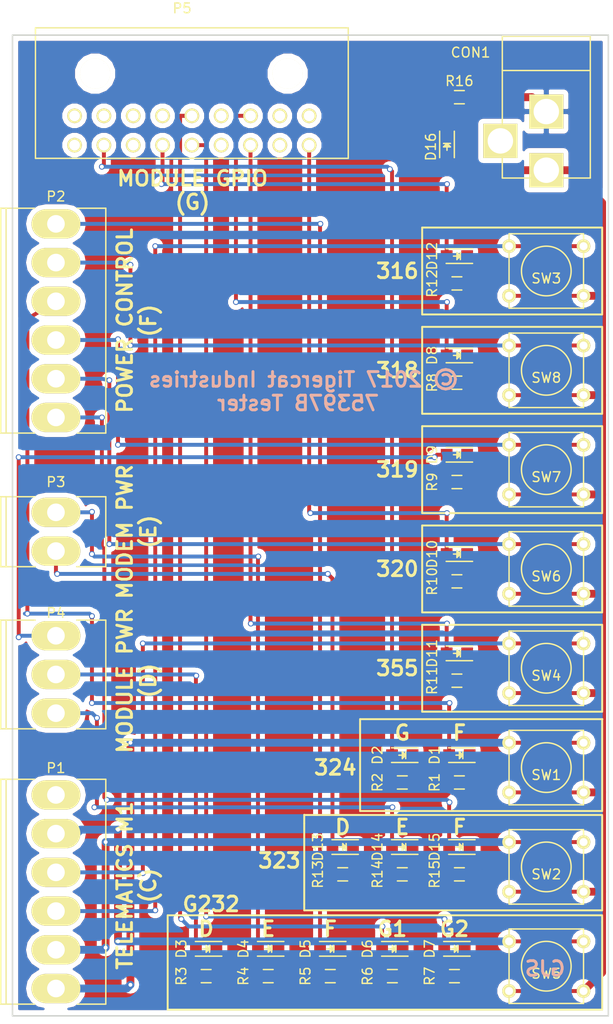
<source format=kicad_pcb>
(kicad_pcb (version 4) (host pcbnew 4.0.2-stable)

  (general
    (links 80)
    (no_connects 0)
    (area 132.004999 41.834999 193.115001 142.315001)
    (thickness 1.6)
    (drawings 73)
    (tracks 314)
    (zones 0)
    (modules 46)
    (nets 55)
  )

  (page A4)
  (layers
    (0 F.Cu signal)
    (31 B.Cu signal)
    (32 B.Adhes user)
    (33 F.Adhes user)
    (34 B.Paste user)
    (35 F.Paste user)
    (36 B.SilkS user)
    (37 F.SilkS user)
    (38 B.Mask user)
    (39 F.Mask user)
    (40 Dwgs.User user)
    (41 Cmts.User user)
    (42 Eco1.User user)
    (43 Eco2.User user)
    (44 Edge.Cuts user)
    (45 Margin user)
    (46 B.CrtYd user)
    (47 F.CrtYd user)
    (48 B.Fab user)
    (49 F.Fab user)
  )

  (setup
    (last_trace_width 0.25)
    (user_trace_width 0.4)
    (user_trace_width 0.8)
    (trace_clearance 0.2)
    (zone_clearance 0.508)
    (zone_45_only no)
    (trace_min 0.2)
    (segment_width 0.2)
    (edge_width 0.15)
    (via_size 0.6)
    (via_drill 0.4)
    (via_min_size 0.4)
    (via_min_drill 0.3)
    (uvia_size 0.3)
    (uvia_drill 0.1)
    (uvias_allowed no)
    (uvia_min_size 0.2)
    (uvia_min_drill 0.1)
    (pcb_text_width 0.3)
    (pcb_text_size 1.5 1.5)
    (mod_edge_width 0.15)
    (mod_text_size 1 1)
    (mod_text_width 0.15)
    (pad_size 3.50012 3.50012)
    (pad_drill 2.6)
    (pad_to_mask_clearance 0.2)
    (aux_axis_origin 0 0)
    (visible_elements FFFEFF7F)
    (pcbplotparams
      (layerselection 0x00030_80000001)
      (usegerberextensions false)
      (excludeedgelayer true)
      (linewidth 0.100000)
      (plotframeref false)
      (viasonmask false)
      (mode 1)
      (useauxorigin false)
      (hpglpennumber 1)
      (hpglpenspeed 20)
      (hpglpendiameter 15)
      (hpglpenoverlay 2)
      (psnegative false)
      (psa4output false)
      (plotreference true)
      (plotvalue true)
      (plotinvisibletext false)
      (padsonsilk false)
      (subtractmaskfromsilk false)
      (outputformat 1)
      (mirror false)
      (drillshape 1)
      (scaleselection 1)
      (outputdirectory ""))
  )

  (net 0 "")
  (net 1 VCC)
  (net 2 GND)
  (net 3 "Net-(CON1-Pad3)")
  (net 4 323F)
  (net 5 "Net-(D1-Pad1)")
  (net 6 323E)
  (net 7 "Net-(D2-Pad1)")
  (net 8 323D)
  (net 9 "Net-(D3-Pad1)")
  (net 10 324G)
  (net 11 "Net-(D4-Pad1)")
  (net 12 324F)
  (net 13 "Net-(D5-Pad1)")
  (net 14 G323G2)
  (net 15 "Net-(D6-Pad1)")
  (net 16 G323G1)
  (net 17 "Net-(D7-Pad1)")
  (net 18 G323F)
  (net 19 "Net-(D8-Pad1)")
  (net 20 G323E)
  (net 21 "Net-(D9-Pad1)")
  (net 22 G323D)
  (net 23 "Net-(D10-Pad1)")
  (net 24 316)
  (net 25 "Net-(D11-Pad1)")
  (net 26 355)
  (net 27 "Net-(D12-Pad1)")
  (net 28 320)
  (net 29 "Net-(D13-Pad1)")
  (net 30 319)
  (net 31 "Net-(D14-Pad1)")
  (net 32 318)
  (net 33 "Net-(D15-Pad1)")
  (net 34 "Net-(D16-Pad1)")
  (net 35 /324C)
  (net 36 /323C)
  (net 37 /G323C)
  (net 38 "Net-(P1-Pad6)")
  (net 39 "Net-(P5-Pad1)")
  (net 40 "Net-(P5-Pad10)")
  (net 41 "Net-(P5-Pad2)")
  (net 42 "Net-(P5-Pad3)")
  (net 43 "Net-(P5-Pad12)")
  (net 44 "Net-(P5-Pad4)")
  (net 45 "Net-(P5-Pad15)")
  (net 46 "Net-(P5-Pad6)")
  (net 47 "Net-(P5-Pad17)")
  (net 48 "Net-(P5-Pad8)")
  (net 49 "Net-(P5-Pad9)")
  (net 50 /316C)
  (net 51 /355C)
  (net 52 /319F)
  (net 53 /320F)
  (net 54 /318F)

  (net_class Default "This is the default net class."
    (clearance 0.2)
    (trace_width 0.25)
    (via_dia 0.6)
    (via_drill 0.4)
    (uvia_dia 0.3)
    (uvia_drill 0.1)
    (add_net /316C)
    (add_net /318F)
    (add_net /319F)
    (add_net /320F)
    (add_net /323C)
    (add_net /324C)
    (add_net /355C)
    (add_net /G323C)
    (add_net 316)
    (add_net 318)
    (add_net 319)
    (add_net 320)
    (add_net 323D)
    (add_net 323E)
    (add_net 323F)
    (add_net 324F)
    (add_net 324G)
    (add_net 355)
    (add_net G323D)
    (add_net G323E)
    (add_net G323F)
    (add_net G323G1)
    (add_net G323G2)
    (add_net GND)
    (add_net "Net-(CON1-Pad3)")
    (add_net "Net-(D1-Pad1)")
    (add_net "Net-(D10-Pad1)")
    (add_net "Net-(D11-Pad1)")
    (add_net "Net-(D12-Pad1)")
    (add_net "Net-(D13-Pad1)")
    (add_net "Net-(D14-Pad1)")
    (add_net "Net-(D15-Pad1)")
    (add_net "Net-(D16-Pad1)")
    (add_net "Net-(D2-Pad1)")
    (add_net "Net-(D3-Pad1)")
    (add_net "Net-(D4-Pad1)")
    (add_net "Net-(D5-Pad1)")
    (add_net "Net-(D6-Pad1)")
    (add_net "Net-(D7-Pad1)")
    (add_net "Net-(D8-Pad1)")
    (add_net "Net-(D9-Pad1)")
    (add_net "Net-(P1-Pad6)")
    (add_net "Net-(P5-Pad1)")
    (add_net "Net-(P5-Pad10)")
    (add_net "Net-(P5-Pad12)")
    (add_net "Net-(P5-Pad15)")
    (add_net "Net-(P5-Pad17)")
    (add_net "Net-(P5-Pad2)")
    (add_net "Net-(P5-Pad3)")
    (add_net "Net-(P5-Pad4)")
    (add_net "Net-(P5-Pad6)")
    (add_net "Net-(P5-Pad8)")
    (add_net "Net-(P5-Pad9)")
    (add_net VCC)
  )

  (module Connect:BARREL_JACK (layer F.Cu) (tedit 5956844D) (tstamp 59565D7D)
    (at 186.69 49.53 270)
    (descr "DC Barrel Jack")
    (tags "Power Jack")
    (path /595C48AA)
    (fp_text reference CON1 (at -5.842 7.747 360) (layer F.SilkS)
      (effects (font (size 1 1) (thickness 0.15)))
    )
    (fp_text value BARREL_JACK (at 0 -5.99948 270) (layer F.Fab)
      (effects (font (size 1 1) (thickness 0.15)))
    )
    (fp_line (start -4.0005 -4.50088) (end -4.0005 4.50088) (layer F.SilkS) (width 0.15))
    (fp_line (start -7.50062 -4.50088) (end -7.50062 4.50088) (layer F.SilkS) (width 0.15))
    (fp_line (start -7.50062 4.50088) (end 7.00024 4.50088) (layer F.SilkS) (width 0.15))
    (fp_line (start 7.00024 4.50088) (end 7.00024 -4.50088) (layer F.SilkS) (width 0.15))
    (fp_line (start 7.00024 -4.50088) (end -7.50062 -4.50088) (layer F.SilkS) (width 0.15))
    (pad 1 thru_hole rect (at 6.20014 0 270) (size 3.50012 3.50012) (drill 2.6) (layers *.Cu *.Mask F.SilkS)
      (net 1 VCC))
    (pad 2 thru_hole rect (at 0.20066 0 270) (size 3.50012 3.50012) (drill 2.6) (layers *.Cu *.Mask F.SilkS)
      (net 2 GND))
    (pad 3 thru_hole rect (at 3.2004 4.699 270) (size 3.50012 3.50012) (drill 2.6) (layers *.Cu *.Mask F.SilkS)
      (net 3 "Net-(CON1-Pad3)"))
    (model Connect.3dshapes/JACK_ALIM.wrl
      (at (xyz 0 0 0))
      (scale (xyz 0.8 0.8 0.8))
      (rotate (xyz 0 0 0))
    )
  )

  (module LEDs:LED-0805 (layer F.Cu) (tedit 59566547) (tstamp 59565D83)
    (at 177.8 115.57 180)
    (descr "LED 0805 smd package")
    (tags "LED 0805 SMD")
    (path /58F9370C)
    (attr smd)
    (fp_text reference D1 (at 2.54 0 270) (layer F.SilkS)
      (effects (font (size 1 1) (thickness 0.15)))
    )
    (fp_text value 324F (at 0 1.651 360) (layer F.Fab)
      (effects (font (size 1 1) (thickness 0.15)))
    )
    (fp_line (start -1.6 0.75) (end 1.1 0.75) (layer F.SilkS) (width 0.15))
    (fp_line (start -1.6 -0.75) (end 1.1 -0.75) (layer F.SilkS) (width 0.15))
    (fp_line (start -0.1 0.15) (end -0.1 -0.1) (layer F.SilkS) (width 0.15))
    (fp_line (start -0.1 -0.1) (end -0.25 0.05) (layer F.SilkS) (width 0.15))
    (fp_line (start -0.35 -0.35) (end -0.35 0.35) (layer F.SilkS) (width 0.15))
    (fp_line (start 0 0) (end 0.35 0) (layer F.SilkS) (width 0.15))
    (fp_line (start -0.35 0) (end 0 -0.35) (layer F.SilkS) (width 0.15))
    (fp_line (start 0 -0.35) (end 0 0.35) (layer F.SilkS) (width 0.15))
    (fp_line (start 0 0.35) (end -0.35 0) (layer F.SilkS) (width 0.15))
    (fp_line (start 1.9 -0.95) (end 1.9 0.95) (layer F.CrtYd) (width 0.05))
    (fp_line (start 1.9 0.95) (end -1.9 0.95) (layer F.CrtYd) (width 0.05))
    (fp_line (start -1.9 0.95) (end -1.9 -0.95) (layer F.CrtYd) (width 0.05))
    (fp_line (start -1.9 -0.95) (end 1.9 -0.95) (layer F.CrtYd) (width 0.05))
    (pad 2 smd rect (at 1.04902 0) (size 1.19888 1.19888) (layers F.Cu F.Paste F.Mask)
      (net 12 324F))
    (pad 1 smd rect (at -1.04902 0) (size 1.19888 1.19888) (layers F.Cu F.Paste F.Mask)
      (net 5 "Net-(D1-Pad1)"))
    (model LEDs.3dshapes/LED-0805.wrl
      (at (xyz 0 0 0))
      (scale (xyz 1 1 1))
      (rotate (xyz 0 0 0))
    )
  )

  (module LEDs:LED-0805 (layer F.Cu) (tedit 59566549) (tstamp 59565D89)
    (at 171.958 115.57 180)
    (descr "LED 0805 smd package")
    (tags "LED 0805 SMD")
    (path /58F95F32)
    (attr smd)
    (fp_text reference D2 (at 2.54 0 270) (layer F.SilkS)
      (effects (font (size 1 1) (thickness 0.15)))
    )
    (fp_text value 324G (at 0 1.651 360) (layer F.Fab)
      (effects (font (size 1 1) (thickness 0.15)))
    )
    (fp_line (start -1.6 0.75) (end 1.1 0.75) (layer F.SilkS) (width 0.15))
    (fp_line (start -1.6 -0.75) (end 1.1 -0.75) (layer F.SilkS) (width 0.15))
    (fp_line (start -0.1 0.15) (end -0.1 -0.1) (layer F.SilkS) (width 0.15))
    (fp_line (start -0.1 -0.1) (end -0.25 0.05) (layer F.SilkS) (width 0.15))
    (fp_line (start -0.35 -0.35) (end -0.35 0.35) (layer F.SilkS) (width 0.15))
    (fp_line (start 0 0) (end 0.35 0) (layer F.SilkS) (width 0.15))
    (fp_line (start -0.35 0) (end 0 -0.35) (layer F.SilkS) (width 0.15))
    (fp_line (start 0 -0.35) (end 0 0.35) (layer F.SilkS) (width 0.15))
    (fp_line (start 0 0.35) (end -0.35 0) (layer F.SilkS) (width 0.15))
    (fp_line (start 1.9 -0.95) (end 1.9 0.95) (layer F.CrtYd) (width 0.05))
    (fp_line (start 1.9 0.95) (end -1.9 0.95) (layer F.CrtYd) (width 0.05))
    (fp_line (start -1.9 0.95) (end -1.9 -0.95) (layer F.CrtYd) (width 0.05))
    (fp_line (start -1.9 -0.95) (end 1.9 -0.95) (layer F.CrtYd) (width 0.05))
    (pad 2 smd rect (at 1.04902 0) (size 1.19888 1.19888) (layers F.Cu F.Paste F.Mask)
      (net 10 324G))
    (pad 1 smd rect (at -1.04902 0) (size 1.19888 1.19888) (layers F.Cu F.Paste F.Mask)
      (net 7 "Net-(D2-Pad1)"))
    (model LEDs.3dshapes/LED-0805.wrl
      (at (xyz 0 0 0))
      (scale (xyz 1 1 1))
      (rotate (xyz 0 0 0))
    )
  )

  (module LEDs:LED-0805 (layer F.Cu) (tedit 59566543) (tstamp 59565D8F)
    (at 151.892 135.382 180)
    (descr "LED 0805 smd package")
    (tags "LED 0805 SMD")
    (path /58F93AD0)
    (attr smd)
    (fp_text reference D3 (at 2.54 0 450) (layer F.SilkS)
      (effects (font (size 1 1) (thickness 0.15)))
    )
    (fp_text value G323D (at 0 1.651 360) (layer F.Fab)
      (effects (font (size 1 1) (thickness 0.15)))
    )
    (fp_line (start -1.6 0.75) (end 1.1 0.75) (layer F.SilkS) (width 0.15))
    (fp_line (start -1.6 -0.75) (end 1.1 -0.75) (layer F.SilkS) (width 0.15))
    (fp_line (start -0.1 0.15) (end -0.1 -0.1) (layer F.SilkS) (width 0.15))
    (fp_line (start -0.1 -0.1) (end -0.25 0.05) (layer F.SilkS) (width 0.15))
    (fp_line (start -0.35 -0.35) (end -0.35 0.35) (layer F.SilkS) (width 0.15))
    (fp_line (start 0 0) (end 0.35 0) (layer F.SilkS) (width 0.15))
    (fp_line (start -0.35 0) (end 0 -0.35) (layer F.SilkS) (width 0.15))
    (fp_line (start 0 -0.35) (end 0 0.35) (layer F.SilkS) (width 0.15))
    (fp_line (start 0 0.35) (end -0.35 0) (layer F.SilkS) (width 0.15))
    (fp_line (start 1.9 -0.95) (end 1.9 0.95) (layer F.CrtYd) (width 0.05))
    (fp_line (start 1.9 0.95) (end -1.9 0.95) (layer F.CrtYd) (width 0.05))
    (fp_line (start -1.9 0.95) (end -1.9 -0.95) (layer F.CrtYd) (width 0.05))
    (fp_line (start -1.9 -0.95) (end 1.9 -0.95) (layer F.CrtYd) (width 0.05))
    (pad 2 smd rect (at 1.04902 0) (size 1.19888 1.19888) (layers F.Cu F.Paste F.Mask)
      (net 22 G323D))
    (pad 1 smd rect (at -1.04902 0) (size 1.19888 1.19888) (layers F.Cu F.Paste F.Mask)
      (net 9 "Net-(D3-Pad1)"))
    (model LEDs.3dshapes/LED-0805.wrl
      (at (xyz 0 0 0))
      (scale (xyz 1 1 1))
      (rotate (xyz 0 0 0))
    )
  )

  (module LEDs:LED-0805 (layer F.Cu) (tedit 59566541) (tstamp 59565D95)
    (at 158.242 135.382 180)
    (descr "LED 0805 smd package")
    (tags "LED 0805 SMD")
    (path /58F93A21)
    (attr smd)
    (fp_text reference D4 (at 2.54 0 450) (layer F.SilkS)
      (effects (font (size 1 1) (thickness 0.15)))
    )
    (fp_text value G323E (at 0 1.651 360) (layer F.Fab)
      (effects (font (size 1 1) (thickness 0.15)))
    )
    (fp_line (start -1.6 0.75) (end 1.1 0.75) (layer F.SilkS) (width 0.15))
    (fp_line (start -1.6 -0.75) (end 1.1 -0.75) (layer F.SilkS) (width 0.15))
    (fp_line (start -0.1 0.15) (end -0.1 -0.1) (layer F.SilkS) (width 0.15))
    (fp_line (start -0.1 -0.1) (end -0.25 0.05) (layer F.SilkS) (width 0.15))
    (fp_line (start -0.35 -0.35) (end -0.35 0.35) (layer F.SilkS) (width 0.15))
    (fp_line (start 0 0) (end 0.35 0) (layer F.SilkS) (width 0.15))
    (fp_line (start -0.35 0) (end 0 -0.35) (layer F.SilkS) (width 0.15))
    (fp_line (start 0 -0.35) (end 0 0.35) (layer F.SilkS) (width 0.15))
    (fp_line (start 0 0.35) (end -0.35 0) (layer F.SilkS) (width 0.15))
    (fp_line (start 1.9 -0.95) (end 1.9 0.95) (layer F.CrtYd) (width 0.05))
    (fp_line (start 1.9 0.95) (end -1.9 0.95) (layer F.CrtYd) (width 0.05))
    (fp_line (start -1.9 0.95) (end -1.9 -0.95) (layer F.CrtYd) (width 0.05))
    (fp_line (start -1.9 -0.95) (end 1.9 -0.95) (layer F.CrtYd) (width 0.05))
    (pad 2 smd rect (at 1.04902 0) (size 1.19888 1.19888) (layers F.Cu F.Paste F.Mask)
      (net 20 G323E))
    (pad 1 smd rect (at -1.04902 0) (size 1.19888 1.19888) (layers F.Cu F.Paste F.Mask)
      (net 11 "Net-(D4-Pad1)"))
    (model LEDs.3dshapes/LED-0805.wrl
      (at (xyz 0 0 0))
      (scale (xyz 1 1 1))
      (rotate (xyz 0 0 0))
    )
  )

  (module LEDs:LED-0805 (layer F.Cu) (tedit 5956653B) (tstamp 59565D9B)
    (at 164.592 135.382 180)
    (descr "LED 0805 smd package")
    (tags "LED 0805 SMD")
    (path /58F93B7C)
    (attr smd)
    (fp_text reference D5 (at 2.54 0 270) (layer F.SilkS)
      (effects (font (size 1 1) (thickness 0.15)))
    )
    (fp_text value G323F (at 0 1.651 360) (layer F.Fab)
      (effects (font (size 1 1) (thickness 0.15)))
    )
    (fp_line (start -1.6 0.75) (end 1.1 0.75) (layer F.SilkS) (width 0.15))
    (fp_line (start -1.6 -0.75) (end 1.1 -0.75) (layer F.SilkS) (width 0.15))
    (fp_line (start -0.1 0.15) (end -0.1 -0.1) (layer F.SilkS) (width 0.15))
    (fp_line (start -0.1 -0.1) (end -0.25 0.05) (layer F.SilkS) (width 0.15))
    (fp_line (start -0.35 -0.35) (end -0.35 0.35) (layer F.SilkS) (width 0.15))
    (fp_line (start 0 0) (end 0.35 0) (layer F.SilkS) (width 0.15))
    (fp_line (start -0.35 0) (end 0 -0.35) (layer F.SilkS) (width 0.15))
    (fp_line (start 0 -0.35) (end 0 0.35) (layer F.SilkS) (width 0.15))
    (fp_line (start 0 0.35) (end -0.35 0) (layer F.SilkS) (width 0.15))
    (fp_line (start 1.9 -0.95) (end 1.9 0.95) (layer F.CrtYd) (width 0.05))
    (fp_line (start 1.9 0.95) (end -1.9 0.95) (layer F.CrtYd) (width 0.05))
    (fp_line (start -1.9 0.95) (end -1.9 -0.95) (layer F.CrtYd) (width 0.05))
    (fp_line (start -1.9 -0.95) (end 1.9 -0.95) (layer F.CrtYd) (width 0.05))
    (pad 2 smd rect (at 1.04902 0) (size 1.19888 1.19888) (layers F.Cu F.Paste F.Mask)
      (net 18 G323F))
    (pad 1 smd rect (at -1.04902 0) (size 1.19888 1.19888) (layers F.Cu F.Paste F.Mask)
      (net 13 "Net-(D5-Pad1)"))
    (model LEDs.3dshapes/LED-0805.wrl
      (at (xyz 0 0 0))
      (scale (xyz 1 1 1))
      (rotate (xyz 0 0 0))
    )
  )

  (module LEDs:LED-0805 (layer F.Cu) (tedit 5956653A) (tstamp 59565DA1)
    (at 170.942 135.382 180)
    (descr "LED 0805 smd package")
    (tags "LED 0805 SMD")
    (path /58F95DE0)
    (attr smd)
    (fp_text reference D6 (at 2.54 0 270) (layer F.SilkS)
      (effects (font (size 1 1) (thickness 0.15)))
    )
    (fp_text value G324G1 (at 0 1.651 360) (layer F.Fab)
      (effects (font (size 1 1) (thickness 0.15)))
    )
    (fp_line (start -1.6 0.75) (end 1.1 0.75) (layer F.SilkS) (width 0.15))
    (fp_line (start -1.6 -0.75) (end 1.1 -0.75) (layer F.SilkS) (width 0.15))
    (fp_line (start -0.1 0.15) (end -0.1 -0.1) (layer F.SilkS) (width 0.15))
    (fp_line (start -0.1 -0.1) (end -0.25 0.05) (layer F.SilkS) (width 0.15))
    (fp_line (start -0.35 -0.35) (end -0.35 0.35) (layer F.SilkS) (width 0.15))
    (fp_line (start 0 0) (end 0.35 0) (layer F.SilkS) (width 0.15))
    (fp_line (start -0.35 0) (end 0 -0.35) (layer F.SilkS) (width 0.15))
    (fp_line (start 0 -0.35) (end 0 0.35) (layer F.SilkS) (width 0.15))
    (fp_line (start 0 0.35) (end -0.35 0) (layer F.SilkS) (width 0.15))
    (fp_line (start 1.9 -0.95) (end 1.9 0.95) (layer F.CrtYd) (width 0.05))
    (fp_line (start 1.9 0.95) (end -1.9 0.95) (layer F.CrtYd) (width 0.05))
    (fp_line (start -1.9 0.95) (end -1.9 -0.95) (layer F.CrtYd) (width 0.05))
    (fp_line (start -1.9 -0.95) (end 1.9 -0.95) (layer F.CrtYd) (width 0.05))
    (pad 2 smd rect (at 1.04902 0) (size 1.19888 1.19888) (layers F.Cu F.Paste F.Mask)
      (net 16 G323G1))
    (pad 1 smd rect (at -1.04902 0) (size 1.19888 1.19888) (layers F.Cu F.Paste F.Mask)
      (net 15 "Net-(D6-Pad1)"))
    (model LEDs.3dshapes/LED-0805.wrl
      (at (xyz 0 0 0))
      (scale (xyz 1 1 1))
      (rotate (xyz 0 0 0))
    )
  )

  (module LEDs:LED-0805 (layer F.Cu) (tedit 59566538) (tstamp 59565DA7)
    (at 177.292 135.382 180)
    (descr "LED 0805 smd package")
    (tags "LED 0805 SMD")
    (path /58F93B1F)
    (attr smd)
    (fp_text reference D7 (at 2.54 0 270) (layer F.SilkS)
      (effects (font (size 1 1) (thickness 0.15)))
    )
    (fp_text value G323G2 (at 0 1.651 360) (layer F.Fab)
      (effects (font (size 1 1) (thickness 0.15)))
    )
    (fp_line (start -1.6 0.75) (end 1.1 0.75) (layer F.SilkS) (width 0.15))
    (fp_line (start -1.6 -0.75) (end 1.1 -0.75) (layer F.SilkS) (width 0.15))
    (fp_line (start -0.1 0.15) (end -0.1 -0.1) (layer F.SilkS) (width 0.15))
    (fp_line (start -0.1 -0.1) (end -0.25 0.05) (layer F.SilkS) (width 0.15))
    (fp_line (start -0.35 -0.35) (end -0.35 0.35) (layer F.SilkS) (width 0.15))
    (fp_line (start 0 0) (end 0.35 0) (layer F.SilkS) (width 0.15))
    (fp_line (start -0.35 0) (end 0 -0.35) (layer F.SilkS) (width 0.15))
    (fp_line (start 0 -0.35) (end 0 0.35) (layer F.SilkS) (width 0.15))
    (fp_line (start 0 0.35) (end -0.35 0) (layer F.SilkS) (width 0.15))
    (fp_line (start 1.9 -0.95) (end 1.9 0.95) (layer F.CrtYd) (width 0.05))
    (fp_line (start 1.9 0.95) (end -1.9 0.95) (layer F.CrtYd) (width 0.05))
    (fp_line (start -1.9 0.95) (end -1.9 -0.95) (layer F.CrtYd) (width 0.05))
    (fp_line (start -1.9 -0.95) (end 1.9 -0.95) (layer F.CrtYd) (width 0.05))
    (pad 2 smd rect (at 1.04902 0) (size 1.19888 1.19888) (layers F.Cu F.Paste F.Mask)
      (net 14 G323G2))
    (pad 1 smd rect (at -1.04902 0) (size 1.19888 1.19888) (layers F.Cu F.Paste F.Mask)
      (net 17 "Net-(D7-Pad1)"))
    (model LEDs.3dshapes/LED-0805.wrl
      (at (xyz 0 0 0))
      (scale (xyz 1 1 1))
      (rotate (xyz 0 0 0))
    )
  )

  (module LEDs:LED-0805 (layer F.Cu) (tedit 595665CE) (tstamp 59565DAD)
    (at 177.546 74.676 180)
    (descr "LED 0805 smd package")
    (tags "LED 0805 SMD")
    (path /59582AEA)
    (attr smd)
    (fp_text reference D8 (at 2.54 0 270) (layer F.SilkS)
      (effects (font (size 1 1) (thickness 0.15)))
    )
    (fp_text value 318 (at -0.0635 1.7145 360) (layer F.Fab)
      (effects (font (size 1 1) (thickness 0.15)))
    )
    (fp_line (start -1.6 0.75) (end 1.1 0.75) (layer F.SilkS) (width 0.15))
    (fp_line (start -1.6 -0.75) (end 1.1 -0.75) (layer F.SilkS) (width 0.15))
    (fp_line (start -0.1 0.15) (end -0.1 -0.1) (layer F.SilkS) (width 0.15))
    (fp_line (start -0.1 -0.1) (end -0.25 0.05) (layer F.SilkS) (width 0.15))
    (fp_line (start -0.35 -0.35) (end -0.35 0.35) (layer F.SilkS) (width 0.15))
    (fp_line (start 0 0) (end 0.35 0) (layer F.SilkS) (width 0.15))
    (fp_line (start -0.35 0) (end 0 -0.35) (layer F.SilkS) (width 0.15))
    (fp_line (start 0 -0.35) (end 0 0.35) (layer F.SilkS) (width 0.15))
    (fp_line (start 0 0.35) (end -0.35 0) (layer F.SilkS) (width 0.15))
    (fp_line (start 1.9 -0.95) (end 1.9 0.95) (layer F.CrtYd) (width 0.05))
    (fp_line (start 1.9 0.95) (end -1.9 0.95) (layer F.CrtYd) (width 0.05))
    (fp_line (start -1.9 0.95) (end -1.9 -0.95) (layer F.CrtYd) (width 0.05))
    (fp_line (start -1.9 -0.95) (end 1.9 -0.95) (layer F.CrtYd) (width 0.05))
    (pad 2 smd rect (at 1.04902 0) (size 1.19888 1.19888) (layers F.Cu F.Paste F.Mask)
      (net 32 318))
    (pad 1 smd rect (at -1.04902 0) (size 1.19888 1.19888) (layers F.Cu F.Paste F.Mask)
      (net 19 "Net-(D8-Pad1)"))
    (model LEDs.3dshapes/LED-0805.wrl
      (at (xyz 0 0 0))
      (scale (xyz 1 1 1))
      (rotate (xyz 0 0 0))
    )
  )

  (module LEDs:LED-0805 (layer F.Cu) (tedit 595665D3) (tstamp 59565DB3)
    (at 177.546 84.836 180)
    (descr "LED 0805 smd package")
    (tags "LED 0805 SMD")
    (path /595828B9)
    (attr smd)
    (fp_text reference D9 (at 2.54 0 270) (layer F.SilkS)
      (effects (font (size 1 1) (thickness 0.15)))
    )
    (fp_text value 319 (at -0.0635 1.7145 360) (layer F.Fab)
      (effects (font (size 1 1) (thickness 0.15)))
    )
    (fp_line (start -1.6 0.75) (end 1.1 0.75) (layer F.SilkS) (width 0.15))
    (fp_line (start -1.6 -0.75) (end 1.1 -0.75) (layer F.SilkS) (width 0.15))
    (fp_line (start -0.1 0.15) (end -0.1 -0.1) (layer F.SilkS) (width 0.15))
    (fp_line (start -0.1 -0.1) (end -0.25 0.05) (layer F.SilkS) (width 0.15))
    (fp_line (start -0.35 -0.35) (end -0.35 0.35) (layer F.SilkS) (width 0.15))
    (fp_line (start 0 0) (end 0.35 0) (layer F.SilkS) (width 0.15))
    (fp_line (start -0.35 0) (end 0 -0.35) (layer F.SilkS) (width 0.15))
    (fp_line (start 0 -0.35) (end 0 0.35) (layer F.SilkS) (width 0.15))
    (fp_line (start 0 0.35) (end -0.35 0) (layer F.SilkS) (width 0.15))
    (fp_line (start 1.9 -0.95) (end 1.9 0.95) (layer F.CrtYd) (width 0.05))
    (fp_line (start 1.9 0.95) (end -1.9 0.95) (layer F.CrtYd) (width 0.05))
    (fp_line (start -1.9 0.95) (end -1.9 -0.95) (layer F.CrtYd) (width 0.05))
    (fp_line (start -1.9 -0.95) (end 1.9 -0.95) (layer F.CrtYd) (width 0.05))
    (pad 2 smd rect (at 1.04902 0) (size 1.19888 1.19888) (layers F.Cu F.Paste F.Mask)
      (net 30 319))
    (pad 1 smd rect (at -1.04902 0) (size 1.19888 1.19888) (layers F.Cu F.Paste F.Mask)
      (net 21 "Net-(D9-Pad1)"))
    (model LEDs.3dshapes/LED-0805.wrl
      (at (xyz 0 0 0))
      (scale (xyz 1 1 1))
      (rotate (xyz 0 0 0))
    )
  )

  (module LEDs:LED-0805 (layer F.Cu) (tedit 595665D7) (tstamp 59565DB9)
    (at 177.546 94.996 180)
    (descr "LED 0805 smd package")
    (tags "LED 0805 SMD")
    (path /595828A5)
    (attr smd)
    (fp_text reference D10 (at 2.54 0 270) (layer F.SilkS)
      (effects (font (size 1 1) (thickness 0.15)))
    )
    (fp_text value 320 (at -0.0635 1.7145 360) (layer F.Fab)
      (effects (font (size 1 1) (thickness 0.15)))
    )
    (fp_line (start -1.6 0.75) (end 1.1 0.75) (layer F.SilkS) (width 0.15))
    (fp_line (start -1.6 -0.75) (end 1.1 -0.75) (layer F.SilkS) (width 0.15))
    (fp_line (start -0.1 0.15) (end -0.1 -0.1) (layer F.SilkS) (width 0.15))
    (fp_line (start -0.1 -0.1) (end -0.25 0.05) (layer F.SilkS) (width 0.15))
    (fp_line (start -0.35 -0.35) (end -0.35 0.35) (layer F.SilkS) (width 0.15))
    (fp_line (start 0 0) (end 0.35 0) (layer F.SilkS) (width 0.15))
    (fp_line (start -0.35 0) (end 0 -0.35) (layer F.SilkS) (width 0.15))
    (fp_line (start 0 -0.35) (end 0 0.35) (layer F.SilkS) (width 0.15))
    (fp_line (start 0 0.35) (end -0.35 0) (layer F.SilkS) (width 0.15))
    (fp_line (start 1.9 -0.95) (end 1.9 0.95) (layer F.CrtYd) (width 0.05))
    (fp_line (start 1.9 0.95) (end -1.9 0.95) (layer F.CrtYd) (width 0.05))
    (fp_line (start -1.9 0.95) (end -1.9 -0.95) (layer F.CrtYd) (width 0.05))
    (fp_line (start -1.9 -0.95) (end 1.9 -0.95) (layer F.CrtYd) (width 0.05))
    (pad 2 smd rect (at 1.04902 0) (size 1.19888 1.19888) (layers F.Cu F.Paste F.Mask)
      (net 28 320))
    (pad 1 smd rect (at -1.04902 0) (size 1.19888 1.19888) (layers F.Cu F.Paste F.Mask)
      (net 23 "Net-(D10-Pad1)"))
    (model LEDs.3dshapes/LED-0805.wrl
      (at (xyz 0 0 0))
      (scale (xyz 1 1 1))
      (rotate (xyz 0 0 0))
    )
  )

  (module LEDs:LED-0805 (layer F.Cu) (tedit 595665E2) (tstamp 59565DBF)
    (at 177.546 105.156 180)
    (descr "LED 0805 smd package")
    (tags "LED 0805 SMD")
    (path /59582747)
    (attr smd)
    (fp_text reference D11 (at 2.54 0 270) (layer F.SilkS)
      (effects (font (size 1 1) (thickness 0.15)))
    )
    (fp_text value 355 (at -0.0635 1.7145 360) (layer F.Fab)
      (effects (font (size 1 1) (thickness 0.15)))
    )
    (fp_line (start -1.6 0.75) (end 1.1 0.75) (layer F.SilkS) (width 0.15))
    (fp_line (start -1.6 -0.75) (end 1.1 -0.75) (layer F.SilkS) (width 0.15))
    (fp_line (start -0.1 0.15) (end -0.1 -0.1) (layer F.SilkS) (width 0.15))
    (fp_line (start -0.1 -0.1) (end -0.25 0.05) (layer F.SilkS) (width 0.15))
    (fp_line (start -0.35 -0.35) (end -0.35 0.35) (layer F.SilkS) (width 0.15))
    (fp_line (start 0 0) (end 0.35 0) (layer F.SilkS) (width 0.15))
    (fp_line (start -0.35 0) (end 0 -0.35) (layer F.SilkS) (width 0.15))
    (fp_line (start 0 -0.35) (end 0 0.35) (layer F.SilkS) (width 0.15))
    (fp_line (start 0 0.35) (end -0.35 0) (layer F.SilkS) (width 0.15))
    (fp_line (start 1.9 -0.95) (end 1.9 0.95) (layer F.CrtYd) (width 0.05))
    (fp_line (start 1.9 0.95) (end -1.9 0.95) (layer F.CrtYd) (width 0.05))
    (fp_line (start -1.9 0.95) (end -1.9 -0.95) (layer F.CrtYd) (width 0.05))
    (fp_line (start -1.9 -0.95) (end 1.9 -0.95) (layer F.CrtYd) (width 0.05))
    (pad 2 smd rect (at 1.04902 0) (size 1.19888 1.19888) (layers F.Cu F.Paste F.Mask)
      (net 26 355))
    (pad 1 smd rect (at -1.04902 0) (size 1.19888 1.19888) (layers F.Cu F.Paste F.Mask)
      (net 25 "Net-(D11-Pad1)"))
    (model LEDs.3dshapes/LED-0805.wrl
      (at (xyz 0 0 0))
      (scale (xyz 1 1 1))
      (rotate (xyz 0 0 0))
    )
  )

  (module LEDs:LED-0805 (layer F.Cu) (tedit 595660F6) (tstamp 59565DC5)
    (at 177.546 64.516 180)
    (descr "LED 0805 smd package")
    (tags "LED 0805 SMD")
    (path /58F938BB)
    (attr smd)
    (fp_text reference D12 (at 2.54 0 270) (layer F.SilkS)
      (effects (font (size 1 1) (thickness 0.15)))
    )
    (fp_text value 316 (at 0 1.75 180) (layer F.Fab)
      (effects (font (size 1 1) (thickness 0.15)))
    )
    (fp_line (start -1.6 0.75) (end 1.1 0.75) (layer F.SilkS) (width 0.15))
    (fp_line (start -1.6 -0.75) (end 1.1 -0.75) (layer F.SilkS) (width 0.15))
    (fp_line (start -0.1 0.15) (end -0.1 -0.1) (layer F.SilkS) (width 0.15))
    (fp_line (start -0.1 -0.1) (end -0.25 0.05) (layer F.SilkS) (width 0.15))
    (fp_line (start -0.35 -0.35) (end -0.35 0.35) (layer F.SilkS) (width 0.15))
    (fp_line (start 0 0) (end 0.35 0) (layer F.SilkS) (width 0.15))
    (fp_line (start -0.35 0) (end 0 -0.35) (layer F.SilkS) (width 0.15))
    (fp_line (start 0 -0.35) (end 0 0.35) (layer F.SilkS) (width 0.15))
    (fp_line (start 0 0.35) (end -0.35 0) (layer F.SilkS) (width 0.15))
    (fp_line (start 1.9 -0.95) (end 1.9 0.95) (layer F.CrtYd) (width 0.05))
    (fp_line (start 1.9 0.95) (end -1.9 0.95) (layer F.CrtYd) (width 0.05))
    (fp_line (start -1.9 0.95) (end -1.9 -0.95) (layer F.CrtYd) (width 0.05))
    (fp_line (start -1.9 -0.95) (end 1.9 -0.95) (layer F.CrtYd) (width 0.05))
    (pad 2 smd rect (at 1.04902 0) (size 1.19888 1.19888) (layers F.Cu F.Paste F.Mask)
      (net 24 316))
    (pad 1 smd rect (at -1.04902 0) (size 1.19888 1.19888) (layers F.Cu F.Paste F.Mask)
      (net 27 "Net-(D12-Pad1)"))
    (model LEDs.3dshapes/LED-0805.wrl
      (at (xyz 0 0 0))
      (scale (xyz 1 1 1))
      (rotate (xyz 0 0 0))
    )
  )

  (module LEDs:LED-0805 (layer F.Cu) (tedit 595660FB) (tstamp 59565DCB)
    (at 165.862 124.968 180)
    (descr "LED 0805 smd package")
    (tags "LED 0805 SMD")
    (path /58F95E2F)
    (attr smd)
    (fp_text reference D13 (at 2.54 0 270) (layer F.SilkS)
      (effects (font (size 1 1) (thickness 0.15)))
    )
    (fp_text value 323D (at 0 1.75 180) (layer F.Fab)
      (effects (font (size 1 1) (thickness 0.15)))
    )
    (fp_line (start -1.6 0.75) (end 1.1 0.75) (layer F.SilkS) (width 0.15))
    (fp_line (start -1.6 -0.75) (end 1.1 -0.75) (layer F.SilkS) (width 0.15))
    (fp_line (start -0.1 0.15) (end -0.1 -0.1) (layer F.SilkS) (width 0.15))
    (fp_line (start -0.1 -0.1) (end -0.25 0.05) (layer F.SilkS) (width 0.15))
    (fp_line (start -0.35 -0.35) (end -0.35 0.35) (layer F.SilkS) (width 0.15))
    (fp_line (start 0 0) (end 0.35 0) (layer F.SilkS) (width 0.15))
    (fp_line (start -0.35 0) (end 0 -0.35) (layer F.SilkS) (width 0.15))
    (fp_line (start 0 -0.35) (end 0 0.35) (layer F.SilkS) (width 0.15))
    (fp_line (start 0 0.35) (end -0.35 0) (layer F.SilkS) (width 0.15))
    (fp_line (start 1.9 -0.95) (end 1.9 0.95) (layer F.CrtYd) (width 0.05))
    (fp_line (start 1.9 0.95) (end -1.9 0.95) (layer F.CrtYd) (width 0.05))
    (fp_line (start -1.9 0.95) (end -1.9 -0.95) (layer F.CrtYd) (width 0.05))
    (fp_line (start -1.9 -0.95) (end 1.9 -0.95) (layer F.CrtYd) (width 0.05))
    (pad 2 smd rect (at 1.04902 0) (size 1.19888 1.19888) (layers F.Cu F.Paste F.Mask)
      (net 8 323D))
    (pad 1 smd rect (at -1.04902 0) (size 1.19888 1.19888) (layers F.Cu F.Paste F.Mask)
      (net 29 "Net-(D13-Pad1)"))
    (model LEDs.3dshapes/LED-0805.wrl
      (at (xyz 0 0 0))
      (scale (xyz 1 1 1))
      (rotate (xyz 0 0 0))
    )
  )

  (module LEDs:LED-0805 (layer F.Cu) (tedit 595660FD) (tstamp 59565DD1)
    (at 171.958 124.968 180)
    (descr "LED 0805 smd package")
    (tags "LED 0805 SMD")
    (path /58F95E80)
    (attr smd)
    (fp_text reference D14 (at 2.54 0 270) (layer F.SilkS)
      (effects (font (size 1 1) (thickness 0.15)))
    )
    (fp_text value 323E (at 0 1.75 180) (layer F.Fab)
      (effects (font (size 1 1) (thickness 0.15)))
    )
    (fp_line (start -1.6 0.75) (end 1.1 0.75) (layer F.SilkS) (width 0.15))
    (fp_line (start -1.6 -0.75) (end 1.1 -0.75) (layer F.SilkS) (width 0.15))
    (fp_line (start -0.1 0.15) (end -0.1 -0.1) (layer F.SilkS) (width 0.15))
    (fp_line (start -0.1 -0.1) (end -0.25 0.05) (layer F.SilkS) (width 0.15))
    (fp_line (start -0.35 -0.35) (end -0.35 0.35) (layer F.SilkS) (width 0.15))
    (fp_line (start 0 0) (end 0.35 0) (layer F.SilkS) (width 0.15))
    (fp_line (start -0.35 0) (end 0 -0.35) (layer F.SilkS) (width 0.15))
    (fp_line (start 0 -0.35) (end 0 0.35) (layer F.SilkS) (width 0.15))
    (fp_line (start 0 0.35) (end -0.35 0) (layer F.SilkS) (width 0.15))
    (fp_line (start 1.9 -0.95) (end 1.9 0.95) (layer F.CrtYd) (width 0.05))
    (fp_line (start 1.9 0.95) (end -1.9 0.95) (layer F.CrtYd) (width 0.05))
    (fp_line (start -1.9 0.95) (end -1.9 -0.95) (layer F.CrtYd) (width 0.05))
    (fp_line (start -1.9 -0.95) (end 1.9 -0.95) (layer F.CrtYd) (width 0.05))
    (pad 2 smd rect (at 1.04902 0) (size 1.19888 1.19888) (layers F.Cu F.Paste F.Mask)
      (net 6 323E))
    (pad 1 smd rect (at -1.04902 0) (size 1.19888 1.19888) (layers F.Cu F.Paste F.Mask)
      (net 31 "Net-(D14-Pad1)"))
    (model LEDs.3dshapes/LED-0805.wrl
      (at (xyz 0 0 0))
      (scale (xyz 1 1 1))
      (rotate (xyz 0 0 0))
    )
  )

  (module LEDs:LED-0805 (layer F.Cu) (tedit 595660FF) (tstamp 59565DD7)
    (at 177.8 124.968 180)
    (descr "LED 0805 smd package")
    (tags "LED 0805 SMD")
    (path /58F95ED3)
    (attr smd)
    (fp_text reference D15 (at 2.54 0 270) (layer F.SilkS)
      (effects (font (size 1 1) (thickness 0.15)))
    )
    (fp_text value 323F (at 0 1.75 180) (layer F.Fab)
      (effects (font (size 1 1) (thickness 0.15)))
    )
    (fp_line (start -1.6 0.75) (end 1.1 0.75) (layer F.SilkS) (width 0.15))
    (fp_line (start -1.6 -0.75) (end 1.1 -0.75) (layer F.SilkS) (width 0.15))
    (fp_line (start -0.1 0.15) (end -0.1 -0.1) (layer F.SilkS) (width 0.15))
    (fp_line (start -0.1 -0.1) (end -0.25 0.05) (layer F.SilkS) (width 0.15))
    (fp_line (start -0.35 -0.35) (end -0.35 0.35) (layer F.SilkS) (width 0.15))
    (fp_line (start 0 0) (end 0.35 0) (layer F.SilkS) (width 0.15))
    (fp_line (start -0.35 0) (end 0 -0.35) (layer F.SilkS) (width 0.15))
    (fp_line (start 0 -0.35) (end 0 0.35) (layer F.SilkS) (width 0.15))
    (fp_line (start 0 0.35) (end -0.35 0) (layer F.SilkS) (width 0.15))
    (fp_line (start 1.9 -0.95) (end 1.9 0.95) (layer F.CrtYd) (width 0.05))
    (fp_line (start 1.9 0.95) (end -1.9 0.95) (layer F.CrtYd) (width 0.05))
    (fp_line (start -1.9 0.95) (end -1.9 -0.95) (layer F.CrtYd) (width 0.05))
    (fp_line (start -1.9 -0.95) (end 1.9 -0.95) (layer F.CrtYd) (width 0.05))
    (pad 2 smd rect (at 1.04902 0) (size 1.19888 1.19888) (layers F.Cu F.Paste F.Mask)
      (net 4 323F))
    (pad 1 smd rect (at -1.04902 0) (size 1.19888 1.19888) (layers F.Cu F.Paste F.Mask)
      (net 33 "Net-(D15-Pad1)"))
    (model LEDs.3dshapes/LED-0805.wrl
      (at (xyz 0 0 0))
      (scale (xyz 1 1 1))
      (rotate (xyz 0 0 0))
    )
  )

  (module LEDs:LED-0805 (layer F.Cu) (tedit 59568459) (tstamp 59565DDD)
    (at 176.53 53.34 270)
    (descr "LED 0805 smd package")
    (tags "LED 0805 SMD")
    (path /595C7647)
    (attr smd)
    (fp_text reference D16 (at 0 1.651 450) (layer F.SilkS)
      (effects (font (size 1 1) (thickness 0.15)))
    )
    (fp_text value PWR (at 0 1.75 270) (layer F.Fab)
      (effects (font (size 1 1) (thickness 0.15)))
    )
    (fp_line (start -1.6 0.75) (end 1.1 0.75) (layer F.SilkS) (width 0.15))
    (fp_line (start -1.6 -0.75) (end 1.1 -0.75) (layer F.SilkS) (width 0.15))
    (fp_line (start -0.1 0.15) (end -0.1 -0.1) (layer F.SilkS) (width 0.15))
    (fp_line (start -0.1 -0.1) (end -0.25 0.05) (layer F.SilkS) (width 0.15))
    (fp_line (start -0.35 -0.35) (end -0.35 0.35) (layer F.SilkS) (width 0.15))
    (fp_line (start 0 0) (end 0.35 0) (layer F.SilkS) (width 0.15))
    (fp_line (start -0.35 0) (end 0 -0.35) (layer F.SilkS) (width 0.15))
    (fp_line (start 0 -0.35) (end 0 0.35) (layer F.SilkS) (width 0.15))
    (fp_line (start 0 0.35) (end -0.35 0) (layer F.SilkS) (width 0.15))
    (fp_line (start 1.9 -0.95) (end 1.9 0.95) (layer F.CrtYd) (width 0.05))
    (fp_line (start 1.9 0.95) (end -1.9 0.95) (layer F.CrtYd) (width 0.05))
    (fp_line (start -1.9 0.95) (end -1.9 -0.95) (layer F.CrtYd) (width 0.05))
    (fp_line (start -1.9 -0.95) (end 1.9 -0.95) (layer F.CrtYd) (width 0.05))
    (pad 2 smd rect (at 1.04902 0 90) (size 1.19888 1.19888) (layers F.Cu F.Paste F.Mask)
      (net 1 VCC))
    (pad 1 smd rect (at -1.04902 0 90) (size 1.19888 1.19888) (layers F.Cu F.Paste F.Mask)
      (net 34 "Net-(D16-Pad1)"))
    (model LEDs.3dshapes/LED-0805.wrl
      (at (xyz 0 0 0))
      (scale (xyz 1 1 1))
      (rotate (xyz 0 0 0))
    )
  )

  (module Connectors_Molex:Connector_Microfit3_Header_02x09_Angled_43045-180x (layer F.Cu) (tedit 55BBA990) (tstamp 59565E16)
    (at 138.43 50.165 180)
    (descr "Microfit3 02x09 heder angled 43045-1800")
    (tags "Microfit 02x09 angled 3mm pitch")
    (path /58F8D9F4)
    (fp_text reference P5 (at -11 11 180) (layer F.SilkS)
      (effects (font (size 1 1) (thickness 0.15)))
    )
    (fp_text value "MODULE GPIO (G)" (at -12 -6.604 180) (layer F.Fab)
      (effects (font (size 1 1) (thickness 0.15)))
    )
    (fp_line (start -28.2 -4.55) (end -28.2 9.2) (layer F.CrtYd) (width 0.05))
    (fp_line (start -28.2 9.2) (end 4.2 9.2) (layer F.CrtYd) (width 0.05))
    (fp_line (start 4.2 9.2) (end 4.2 -4.55) (layer F.CrtYd) (width 0.05))
    (fp_line (start 4.2 -4.55) (end -28.2 -4.55) (layer F.CrtYd) (width 0.05))
    (fp_line (start -28 9) (end -28 -4.35) (layer F.SilkS) (width 0.15))
    (fp_line (start -28 -4.35) (end 4 -4.35) (layer F.SilkS) (width 0.15))
    (fp_line (start 4 -4.35) (end 4 9) (layer F.SilkS) (width 0.15))
    (fp_line (start 4 9) (end -28 9) (layer F.SilkS) (width 0.15))
    (pad 1 thru_hole circle (at 0 0 180) (size 1.5 1.5) (drill 1.1) (layers *.Cu *.Mask F.SilkS)
      (net 39 "Net-(P5-Pad1)"))
    (pad 10 thru_hole circle (at 0 -3 180) (size 1.5 1.5) (drill 1.1) (layers *.Cu *.Mask F.SilkS)
      (net 40 "Net-(P5-Pad10)"))
    (pad 11 thru_hole circle (at -3 -3 180) (size 1.5 1.5) (drill 1.1) (layers *.Cu *.Mask F.SilkS)
      (net 10 324G))
    (pad 2 thru_hole circle (at -3 0 180) (size 1.5 1.5) (drill 1.1) (layers *.Cu *.Mask F.SilkS)
      (net 41 "Net-(P5-Pad2)"))
    (pad 3 thru_hole circle (at -6 0 180) (size 1.5 1.5) (drill 1.1) (layers *.Cu *.Mask F.SilkS)
      (net 42 "Net-(P5-Pad3)"))
    (pad 12 thru_hole circle (at -6 -3 180) (size 1.5 1.5) (drill 1.1) (layers *.Cu *.Mask F.SilkS)
      (net 43 "Net-(P5-Pad12)"))
    (pad 13 thru_hole circle (at -9 -3 180) (size 1.5 1.5) (drill 1.1) (layers *.Cu *.Mask F.SilkS)
      (net 24 316))
    (pad 4 thru_hole circle (at -9 0 180) (size 1.5 1.5) (drill 1.1) (layers *.Cu *.Mask F.SilkS)
      (net 44 "Net-(P5-Pad4)"))
    (pad 5 thru_hole circle (at -12 0 180) (size 1.5 1.5) (drill 1.1) (layers *.Cu *.Mask F.SilkS)
      (net 16 G323G1))
    (pad 14 thru_hole circle (at -12 -3 180) (size 1.5 1.5) (drill 1.1) (layers *.Cu *.Mask F.SilkS)
      (net 14 G323G2))
    (pad "" np_thru_hole circle (at -2.1 4.32 180) (size 3.1 3.1) (drill 3.1) (layers *.Cu *.Mask F.SilkS))
    (pad 15 thru_hole circle (at -15 -3 180) (size 1.5 1.5) (drill 1.1) (layers *.Cu *.Mask F.SilkS)
      (net 45 "Net-(P5-Pad15)"))
    (pad 6 thru_hole circle (at -15 0 180) (size 1.5 1.5) (drill 1.1) (layers *.Cu *.Mask F.SilkS)
      (net 46 "Net-(P5-Pad6)"))
    (pad 7 thru_hole circle (at -18 0 180) (size 1.5 1.5) (drill 1.1) (layers *.Cu *.Mask F.SilkS)
      (net 32 318))
    (pad 16 thru_hole circle (at -18 -3 180) (size 1.5 1.5) (drill 1.1) (layers *.Cu *.Mask F.SilkS)
      (net 26 355))
    (pad 17 thru_hole circle (at -21 -3 180) (size 1.5 1.5) (drill 1.1) (layers *.Cu *.Mask F.SilkS)
      (net 47 "Net-(P5-Pad17)"))
    (pad 8 thru_hole circle (at -21 0 180) (size 1.5 1.5) (drill 1.1) (layers *.Cu *.Mask F.SilkS)
      (net 48 "Net-(P5-Pad8)"))
    (pad 18 thru_hole circle (at -24 -3 180) (size 1.5 1.5) (drill 1.1) (layers *.Cu *.Mask F.SilkS)
      (net 28 320))
    (pad 9 thru_hole circle (at -24 0 180) (size 1.5 1.5) (drill 1.1) (layers *.Cu *.Mask F.SilkS)
      (net 49 "Net-(P5-Pad9)"))
    (pad "" np_thru_hole circle (at -21.8 4.32 180) (size 3.1 3.1) (drill 3.1) (layers *.Cu *.Mask F.SilkS))
  )

  (module Resistors_SMD:R_0603_HandSoldering (layer F.Cu) (tedit 5956605D) (tstamp 59565E1C)
    (at 177.8 118.364)
    (descr "Resistor SMD 0603, hand soldering")
    (tags "resistor 0603")
    (path /58FC9C58)
    (attr smd)
    (fp_text reference R1 (at -2.54 0 90) (layer F.SilkS)
      (effects (font (size 1 1) (thickness 0.15)))
    )
    (fp_text value 300Ω (at 0 1.9) (layer F.Fab)
      (effects (font (size 1 1) (thickness 0.15)))
    )
    (fp_line (start -2 -0.8) (end 2 -0.8) (layer F.CrtYd) (width 0.05))
    (fp_line (start -2 0.8) (end 2 0.8) (layer F.CrtYd) (width 0.05))
    (fp_line (start -2 -0.8) (end -2 0.8) (layer F.CrtYd) (width 0.05))
    (fp_line (start 2 -0.8) (end 2 0.8) (layer F.CrtYd) (width 0.05))
    (fp_line (start 0.5 0.675) (end -0.5 0.675) (layer F.SilkS) (width 0.15))
    (fp_line (start -0.5 -0.675) (end 0.5 -0.675) (layer F.SilkS) (width 0.15))
    (pad 1 smd rect (at -1.1 0) (size 1.2 0.9) (layers F.Cu F.Paste F.Mask)
      (net 2 GND))
    (pad 2 smd rect (at 1.1 0) (size 1.2 0.9) (layers F.Cu F.Paste F.Mask)
      (net 5 "Net-(D1-Pad1)"))
    (model Resistors_SMD.3dshapes/R_0603_HandSoldering.wrl
      (at (xyz 0 0 0))
      (scale (xyz 1 1 1))
      (rotate (xyz 0 0 0))
    )
  )

  (module Resistors_SMD:R_0603_HandSoldering (layer F.Cu) (tedit 595660CD) (tstamp 59565E22)
    (at 171.958 118.364)
    (descr "Resistor SMD 0603, hand soldering")
    (tags "resistor 0603")
    (path /58FC9CF8)
    (attr smd)
    (fp_text reference R2 (at -2.54 0 90) (layer F.SilkS)
      (effects (font (size 1 1) (thickness 0.15)))
    )
    (fp_text value 300Ω (at 0 1.9) (layer F.Fab)
      (effects (font (size 1 1) (thickness 0.15)))
    )
    (fp_line (start -2 -0.8) (end 2 -0.8) (layer F.CrtYd) (width 0.05))
    (fp_line (start -2 0.8) (end 2 0.8) (layer F.CrtYd) (width 0.05))
    (fp_line (start -2 -0.8) (end -2 0.8) (layer F.CrtYd) (width 0.05))
    (fp_line (start 2 -0.8) (end 2 0.8) (layer F.CrtYd) (width 0.05))
    (fp_line (start 0.5 0.675) (end -0.5 0.675) (layer F.SilkS) (width 0.15))
    (fp_line (start -0.5 -0.675) (end 0.5 -0.675) (layer F.SilkS) (width 0.15))
    (pad 1 smd rect (at -1.1 0) (size 1.2 0.9) (layers F.Cu F.Paste F.Mask)
      (net 2 GND))
    (pad 2 smd rect (at 1.1 0) (size 1.2 0.9) (layers F.Cu F.Paste F.Mask)
      (net 7 "Net-(D2-Pad1)"))
    (model Resistors_SMD.3dshapes/R_0603_HandSoldering.wrl
      (at (xyz 0 0 0))
      (scale (xyz 1 1 1))
      (rotate (xyz 0 0 0))
    )
  )

  (module Resistors_SMD:R_0603_HandSoldering (layer F.Cu) (tedit 59566128) (tstamp 59565E28)
    (at 151.892 138.176)
    (descr "Resistor SMD 0603, hand soldering")
    (tags "resistor 0603")
    (path /58FC9133)
    (attr smd)
    (fp_text reference R3 (at -2.54 0 90) (layer F.SilkS)
      (effects (font (size 1 1) (thickness 0.15)))
    )
    (fp_text value 300Ω (at 0 1.9) (layer F.Fab)
      (effects (font (size 1 1) (thickness 0.15)))
    )
    (fp_line (start -2 -0.8) (end 2 -0.8) (layer F.CrtYd) (width 0.05))
    (fp_line (start -2 0.8) (end 2 0.8) (layer F.CrtYd) (width 0.05))
    (fp_line (start -2 -0.8) (end -2 0.8) (layer F.CrtYd) (width 0.05))
    (fp_line (start 2 -0.8) (end 2 0.8) (layer F.CrtYd) (width 0.05))
    (fp_line (start 0.5 0.675) (end -0.5 0.675) (layer F.SilkS) (width 0.15))
    (fp_line (start -0.5 -0.675) (end 0.5 -0.675) (layer F.SilkS) (width 0.15))
    (pad 1 smd rect (at -1.1 0) (size 1.2 0.9) (layers F.Cu F.Paste F.Mask)
      (net 2 GND))
    (pad 2 smd rect (at 1.1 0) (size 1.2 0.9) (layers F.Cu F.Paste F.Mask)
      (net 9 "Net-(D3-Pad1)"))
    (model Resistors_SMD.3dshapes/R_0603_HandSoldering.wrl
      (at (xyz 0 0 0))
      (scale (xyz 1 1 1))
      (rotate (xyz 0 0 0))
    )
  )

  (module Resistors_SMD:R_0603_HandSoldering (layer F.Cu) (tedit 59566126) (tstamp 59565E2E)
    (at 158.242 138.176)
    (descr "Resistor SMD 0603, hand soldering")
    (tags "resistor 0603")
    (path /58FC920E)
    (attr smd)
    (fp_text reference R4 (at -2.54 0 90) (layer F.SilkS)
      (effects (font (size 1 1) (thickness 0.15)))
    )
    (fp_text value 300Ω (at 0 1.9) (layer F.Fab)
      (effects (font (size 1 1) (thickness 0.15)))
    )
    (fp_line (start -2 -0.8) (end 2 -0.8) (layer F.CrtYd) (width 0.05))
    (fp_line (start -2 0.8) (end 2 0.8) (layer F.CrtYd) (width 0.05))
    (fp_line (start -2 -0.8) (end -2 0.8) (layer F.CrtYd) (width 0.05))
    (fp_line (start 2 -0.8) (end 2 0.8) (layer F.CrtYd) (width 0.05))
    (fp_line (start 0.5 0.675) (end -0.5 0.675) (layer F.SilkS) (width 0.15))
    (fp_line (start -0.5 -0.675) (end 0.5 -0.675) (layer F.SilkS) (width 0.15))
    (pad 1 smd rect (at -1.1 0) (size 1.2 0.9) (layers F.Cu F.Paste F.Mask)
      (net 2 GND))
    (pad 2 smd rect (at 1.1 0) (size 1.2 0.9) (layers F.Cu F.Paste F.Mask)
      (net 11 "Net-(D4-Pad1)"))
    (model Resistors_SMD.3dshapes/R_0603_HandSoldering.wrl
      (at (xyz 0 0 0))
      (scale (xyz 1 1 1))
      (rotate (xyz 0 0 0))
    )
  )

  (module Resistors_SMD:R_0603_HandSoldering (layer F.Cu) (tedit 59566124) (tstamp 59565E34)
    (at 164.592 138.176)
    (descr "Resistor SMD 0603, hand soldering")
    (tags "resistor 0603")
    (path /58FC9298)
    (attr smd)
    (fp_text reference R5 (at -2.54 0 90) (layer F.SilkS)
      (effects (font (size 1 1) (thickness 0.15)))
    )
    (fp_text value 300Ω (at 0 1.9) (layer F.Fab)
      (effects (font (size 1 1) (thickness 0.15)))
    )
    (fp_line (start -2 -0.8) (end 2 -0.8) (layer F.CrtYd) (width 0.05))
    (fp_line (start -2 0.8) (end 2 0.8) (layer F.CrtYd) (width 0.05))
    (fp_line (start -2 -0.8) (end -2 0.8) (layer F.CrtYd) (width 0.05))
    (fp_line (start 2 -0.8) (end 2 0.8) (layer F.CrtYd) (width 0.05))
    (fp_line (start 0.5 0.675) (end -0.5 0.675) (layer F.SilkS) (width 0.15))
    (fp_line (start -0.5 -0.675) (end 0.5 -0.675) (layer F.SilkS) (width 0.15))
    (pad 1 smd rect (at -1.1 0) (size 1.2 0.9) (layers F.Cu F.Paste F.Mask)
      (net 2 GND))
    (pad 2 smd rect (at 1.1 0) (size 1.2 0.9) (layers F.Cu F.Paste F.Mask)
      (net 13 "Net-(D5-Pad1)"))
    (model Resistors_SMD.3dshapes/R_0603_HandSoldering.wrl
      (at (xyz 0 0 0))
      (scale (xyz 1 1 1))
      (rotate (xyz 0 0 0))
    )
  )

  (module Resistors_SMD:R_0603_HandSoldering (layer F.Cu) (tedit 59566120) (tstamp 59565E3A)
    (at 170.942 138.176)
    (descr "Resistor SMD 0603, hand soldering")
    (tags "resistor 0603")
    (path /58FC96CA)
    (attr smd)
    (fp_text reference R6 (at -2.54 0 90) (layer F.SilkS)
      (effects (font (size 1 1) (thickness 0.15)))
    )
    (fp_text value 300Ω (at 0 1.9) (layer F.Fab)
      (effects (font (size 1 1) (thickness 0.15)))
    )
    (fp_line (start -2 -0.8) (end 2 -0.8) (layer F.CrtYd) (width 0.05))
    (fp_line (start -2 0.8) (end 2 0.8) (layer F.CrtYd) (width 0.05))
    (fp_line (start -2 -0.8) (end -2 0.8) (layer F.CrtYd) (width 0.05))
    (fp_line (start 2 -0.8) (end 2 0.8) (layer F.CrtYd) (width 0.05))
    (fp_line (start 0.5 0.675) (end -0.5 0.675) (layer F.SilkS) (width 0.15))
    (fp_line (start -0.5 -0.675) (end 0.5 -0.675) (layer F.SilkS) (width 0.15))
    (pad 1 smd rect (at -1.1 0) (size 1.2 0.9) (layers F.Cu F.Paste F.Mask)
      (net 2 GND))
    (pad 2 smd rect (at 1.1 0) (size 1.2 0.9) (layers F.Cu F.Paste F.Mask)
      (net 15 "Net-(D6-Pad1)"))
    (model Resistors_SMD.3dshapes/R_0603_HandSoldering.wrl
      (at (xyz 0 0 0))
      (scale (xyz 1 1 1))
      (rotate (xyz 0 0 0))
    )
  )

  (module Resistors_SMD:R_0603_HandSoldering (layer F.Cu) (tedit 5956611E) (tstamp 59565E40)
    (at 177.292 138.176)
    (descr "Resistor SMD 0603, hand soldering")
    (tags "resistor 0603")
    (path /58FC9756)
    (attr smd)
    (fp_text reference R7 (at -2.54 0 90) (layer F.SilkS)
      (effects (font (size 1 1) (thickness 0.15)))
    )
    (fp_text value 300Ω (at 0 1.9) (layer F.Fab)
      (effects (font (size 1 1) (thickness 0.15)))
    )
    (fp_line (start -2 -0.8) (end 2 -0.8) (layer F.CrtYd) (width 0.05))
    (fp_line (start -2 0.8) (end 2 0.8) (layer F.CrtYd) (width 0.05))
    (fp_line (start -2 -0.8) (end -2 0.8) (layer F.CrtYd) (width 0.05))
    (fp_line (start 2 -0.8) (end 2 0.8) (layer F.CrtYd) (width 0.05))
    (fp_line (start 0.5 0.675) (end -0.5 0.675) (layer F.SilkS) (width 0.15))
    (fp_line (start -0.5 -0.675) (end 0.5 -0.675) (layer F.SilkS) (width 0.15))
    (pad 1 smd rect (at -1.1 0) (size 1.2 0.9) (layers F.Cu F.Paste F.Mask)
      (net 2 GND))
    (pad 2 smd rect (at 1.1 0) (size 1.2 0.9) (layers F.Cu F.Paste F.Mask)
      (net 17 "Net-(D7-Pad1)"))
    (model Resistors_SMD.3dshapes/R_0603_HandSoldering.wrl
      (at (xyz 0 0 0))
      (scale (xyz 1 1 1))
      (rotate (xyz 0 0 0))
    )
  )

  (module Resistors_SMD:R_0603_HandSoldering (layer F.Cu) (tedit 5956611C) (tstamp 59565E46)
    (at 177.546 77.47)
    (descr "Resistor SMD 0603, hand soldering")
    (tags "resistor 0603")
    (path /59582AF0)
    (attr smd)
    (fp_text reference R8 (at -2.54 0 90) (layer F.SilkS)
      (effects (font (size 1 1) (thickness 0.15)))
    )
    (fp_text value 300Ω (at 0 1.9) (layer F.Fab)
      (effects (font (size 1 1) (thickness 0.15)))
    )
    (fp_line (start -2 -0.8) (end 2 -0.8) (layer F.CrtYd) (width 0.05))
    (fp_line (start -2 0.8) (end 2 0.8) (layer F.CrtYd) (width 0.05))
    (fp_line (start -2 -0.8) (end -2 0.8) (layer F.CrtYd) (width 0.05))
    (fp_line (start 2 -0.8) (end 2 0.8) (layer F.CrtYd) (width 0.05))
    (fp_line (start 0.5 0.675) (end -0.5 0.675) (layer F.SilkS) (width 0.15))
    (fp_line (start -0.5 -0.675) (end 0.5 -0.675) (layer F.SilkS) (width 0.15))
    (pad 1 smd rect (at -1.1 0) (size 1.2 0.9) (layers F.Cu F.Paste F.Mask)
      (net 2 GND))
    (pad 2 smd rect (at 1.1 0) (size 1.2 0.9) (layers F.Cu F.Paste F.Mask)
      (net 19 "Net-(D8-Pad1)"))
    (model Resistors_SMD.3dshapes/R_0603_HandSoldering.wrl
      (at (xyz 0 0 0))
      (scale (xyz 1 1 1))
      (rotate (xyz 0 0 0))
    )
  )

  (module Resistors_SMD:R_0603_HandSoldering (layer F.Cu) (tedit 59566118) (tstamp 59565E4C)
    (at 177.546 87.63)
    (descr "Resistor SMD 0603, hand soldering")
    (tags "resistor 0603")
    (path /595828BF)
    (attr smd)
    (fp_text reference R9 (at -2.54 0 90) (layer F.SilkS)
      (effects (font (size 1 1) (thickness 0.15)))
    )
    (fp_text value 300Ω (at 0 1.9) (layer F.Fab)
      (effects (font (size 1 1) (thickness 0.15)))
    )
    (fp_line (start -2 -0.8) (end 2 -0.8) (layer F.CrtYd) (width 0.05))
    (fp_line (start -2 0.8) (end 2 0.8) (layer F.CrtYd) (width 0.05))
    (fp_line (start -2 -0.8) (end -2 0.8) (layer F.CrtYd) (width 0.05))
    (fp_line (start 2 -0.8) (end 2 0.8) (layer F.CrtYd) (width 0.05))
    (fp_line (start 0.5 0.675) (end -0.5 0.675) (layer F.SilkS) (width 0.15))
    (fp_line (start -0.5 -0.675) (end 0.5 -0.675) (layer F.SilkS) (width 0.15))
    (pad 1 smd rect (at -1.1 0) (size 1.2 0.9) (layers F.Cu F.Paste F.Mask)
      (net 2 GND))
    (pad 2 smd rect (at 1.1 0) (size 1.2 0.9) (layers F.Cu F.Paste F.Mask)
      (net 21 "Net-(D9-Pad1)"))
    (model Resistors_SMD.3dshapes/R_0603_HandSoldering.wrl
      (at (xyz 0 0 0))
      (scale (xyz 1 1 1))
      (rotate (xyz 0 0 0))
    )
  )

  (module Resistors_SMD:R_0603_HandSoldering (layer F.Cu) (tedit 59566116) (tstamp 59565E52)
    (at 177.546 97.79)
    (descr "Resistor SMD 0603, hand soldering")
    (tags "resistor 0603")
    (path /595828AB)
    (attr smd)
    (fp_text reference R10 (at -2.54 0 90) (layer F.SilkS)
      (effects (font (size 1 1) (thickness 0.15)))
    )
    (fp_text value 300Ω (at 0 1.9) (layer F.Fab)
      (effects (font (size 1 1) (thickness 0.15)))
    )
    (fp_line (start -2 -0.8) (end 2 -0.8) (layer F.CrtYd) (width 0.05))
    (fp_line (start -2 0.8) (end 2 0.8) (layer F.CrtYd) (width 0.05))
    (fp_line (start -2 -0.8) (end -2 0.8) (layer F.CrtYd) (width 0.05))
    (fp_line (start 2 -0.8) (end 2 0.8) (layer F.CrtYd) (width 0.05))
    (fp_line (start 0.5 0.675) (end -0.5 0.675) (layer F.SilkS) (width 0.15))
    (fp_line (start -0.5 -0.675) (end 0.5 -0.675) (layer F.SilkS) (width 0.15))
    (pad 1 smd rect (at -1.1 0) (size 1.2 0.9) (layers F.Cu F.Paste F.Mask)
      (net 2 GND))
    (pad 2 smd rect (at 1.1 0) (size 1.2 0.9) (layers F.Cu F.Paste F.Mask)
      (net 23 "Net-(D10-Pad1)"))
    (model Resistors_SMD.3dshapes/R_0603_HandSoldering.wrl
      (at (xyz 0 0 0))
      (scale (xyz 1 1 1))
      (rotate (xyz 0 0 0))
    )
  )

  (module Resistors_SMD:R_0603_HandSoldering (layer F.Cu) (tedit 59566114) (tstamp 59565E58)
    (at 177.546 107.95)
    (descr "Resistor SMD 0603, hand soldering")
    (tags "resistor 0603")
    (path /5958274D)
    (attr smd)
    (fp_text reference R11 (at -2.54 0 90) (layer F.SilkS)
      (effects (font (size 1 1) (thickness 0.15)))
    )
    (fp_text value 300Ω (at 0 1.9) (layer F.Fab)
      (effects (font (size 1 1) (thickness 0.15)))
    )
    (fp_line (start -2 -0.8) (end 2 -0.8) (layer F.CrtYd) (width 0.05))
    (fp_line (start -2 0.8) (end 2 0.8) (layer F.CrtYd) (width 0.05))
    (fp_line (start -2 -0.8) (end -2 0.8) (layer F.CrtYd) (width 0.05))
    (fp_line (start 2 -0.8) (end 2 0.8) (layer F.CrtYd) (width 0.05))
    (fp_line (start 0.5 0.675) (end -0.5 0.675) (layer F.SilkS) (width 0.15))
    (fp_line (start -0.5 -0.675) (end 0.5 -0.675) (layer F.SilkS) (width 0.15))
    (pad 1 smd rect (at -1.1 0) (size 1.2 0.9) (layers F.Cu F.Paste F.Mask)
      (net 2 GND))
    (pad 2 smd rect (at 1.1 0) (size 1.2 0.9) (layers F.Cu F.Paste F.Mask)
      (net 25 "Net-(D11-Pad1)"))
    (model Resistors_SMD.3dshapes/R_0603_HandSoldering.wrl
      (at (xyz 0 0 0))
      (scale (xyz 1 1 1))
      (rotate (xyz 0 0 0))
    )
  )

  (module Resistors_SMD:R_0603_HandSoldering (layer F.Cu) (tedit 5956610E) (tstamp 59565E5E)
    (at 177.546 67.31)
    (descr "Resistor SMD 0603, hand soldering")
    (tags "resistor 0603")
    (path /58FC90B7)
    (attr smd)
    (fp_text reference R12 (at -2.54 0 90) (layer F.SilkS)
      (effects (font (size 1 1) (thickness 0.15)))
    )
    (fp_text value 300Ω (at 0 1.9) (layer F.Fab)
      (effects (font (size 1 1) (thickness 0.15)))
    )
    (fp_line (start -2 -0.8) (end 2 -0.8) (layer F.CrtYd) (width 0.05))
    (fp_line (start -2 0.8) (end 2 0.8) (layer F.CrtYd) (width 0.05))
    (fp_line (start -2 -0.8) (end -2 0.8) (layer F.CrtYd) (width 0.05))
    (fp_line (start 2 -0.8) (end 2 0.8) (layer F.CrtYd) (width 0.05))
    (fp_line (start 0.5 0.675) (end -0.5 0.675) (layer F.SilkS) (width 0.15))
    (fp_line (start -0.5 -0.675) (end 0.5 -0.675) (layer F.SilkS) (width 0.15))
    (pad 1 smd rect (at -1.1 0) (size 1.2 0.9) (layers F.Cu F.Paste F.Mask)
      (net 2 GND))
    (pad 2 smd rect (at 1.1 0) (size 1.2 0.9) (layers F.Cu F.Paste F.Mask)
      (net 27 "Net-(D12-Pad1)"))
    (model Resistors_SMD.3dshapes/R_0603_HandSoldering.wrl
      (at (xyz 0 0 0))
      (scale (xyz 1 1 1))
      (rotate (xyz 0 0 0))
    )
  )

  (module Resistors_SMD:R_0603_HandSoldering (layer F.Cu) (tedit 5956610B) (tstamp 59565E64)
    (at 165.862 127.762)
    (descr "Resistor SMD 0603, hand soldering")
    (tags "resistor 0603")
    (path /58FC9D8B)
    (attr smd)
    (fp_text reference R13 (at -2.54 0 90) (layer F.SilkS)
      (effects (font (size 1 1) (thickness 0.15)))
    )
    (fp_text value 300Ω (at 0 1.9) (layer F.Fab)
      (effects (font (size 1 1) (thickness 0.15)))
    )
    (fp_line (start -2 -0.8) (end 2 -0.8) (layer F.CrtYd) (width 0.05))
    (fp_line (start -2 0.8) (end 2 0.8) (layer F.CrtYd) (width 0.05))
    (fp_line (start -2 -0.8) (end -2 0.8) (layer F.CrtYd) (width 0.05))
    (fp_line (start 2 -0.8) (end 2 0.8) (layer F.CrtYd) (width 0.05))
    (fp_line (start 0.5 0.675) (end -0.5 0.675) (layer F.SilkS) (width 0.15))
    (fp_line (start -0.5 -0.675) (end 0.5 -0.675) (layer F.SilkS) (width 0.15))
    (pad 1 smd rect (at -1.1 0) (size 1.2 0.9) (layers F.Cu F.Paste F.Mask)
      (net 2 GND))
    (pad 2 smd rect (at 1.1 0) (size 1.2 0.9) (layers F.Cu F.Paste F.Mask)
      (net 29 "Net-(D13-Pad1)"))
    (model Resistors_SMD.3dshapes/R_0603_HandSoldering.wrl
      (at (xyz 0 0 0))
      (scale (xyz 1 1 1))
      (rotate (xyz 0 0 0))
    )
  )

  (module Resistors_SMD:R_0603_HandSoldering (layer F.Cu) (tedit 59566109) (tstamp 59565E6A)
    (at 171.958 127.762)
    (descr "Resistor SMD 0603, hand soldering")
    (tags "resistor 0603")
    (path /58FCA52D)
    (attr smd)
    (fp_text reference R14 (at -2.54 0 90) (layer F.SilkS)
      (effects (font (size 1 1) (thickness 0.15)))
    )
    (fp_text value 300Ω (at 0 1.9) (layer F.Fab)
      (effects (font (size 1 1) (thickness 0.15)))
    )
    (fp_line (start -2 -0.8) (end 2 -0.8) (layer F.CrtYd) (width 0.05))
    (fp_line (start -2 0.8) (end 2 0.8) (layer F.CrtYd) (width 0.05))
    (fp_line (start -2 -0.8) (end -2 0.8) (layer F.CrtYd) (width 0.05))
    (fp_line (start 2 -0.8) (end 2 0.8) (layer F.CrtYd) (width 0.05))
    (fp_line (start 0.5 0.675) (end -0.5 0.675) (layer F.SilkS) (width 0.15))
    (fp_line (start -0.5 -0.675) (end 0.5 -0.675) (layer F.SilkS) (width 0.15))
    (pad 1 smd rect (at -1.1 0) (size 1.2 0.9) (layers F.Cu F.Paste F.Mask)
      (net 2 GND))
    (pad 2 smd rect (at 1.1 0) (size 1.2 0.9) (layers F.Cu F.Paste F.Mask)
      (net 31 "Net-(D14-Pad1)"))
    (model Resistors_SMD.3dshapes/R_0603_HandSoldering.wrl
      (at (xyz 0 0 0))
      (scale (xyz 1 1 1))
      (rotate (xyz 0 0 0))
    )
  )

  (module Resistors_SMD:R_0603_HandSoldering (layer F.Cu) (tedit 59566107) (tstamp 59565E70)
    (at 177.8 127.762)
    (descr "Resistor SMD 0603, hand soldering")
    (tags "resistor 0603")
    (path /58FCA5CC)
    (attr smd)
    (fp_text reference R15 (at -2.54 0 90) (layer F.SilkS)
      (effects (font (size 1 1) (thickness 0.15)))
    )
    (fp_text value 300Ω (at 0 1.9) (layer F.Fab)
      (effects (font (size 1 1) (thickness 0.15)))
    )
    (fp_line (start -2 -0.8) (end 2 -0.8) (layer F.CrtYd) (width 0.05))
    (fp_line (start -2 0.8) (end 2 0.8) (layer F.CrtYd) (width 0.05))
    (fp_line (start -2 -0.8) (end -2 0.8) (layer F.CrtYd) (width 0.05))
    (fp_line (start 2 -0.8) (end 2 0.8) (layer F.CrtYd) (width 0.05))
    (fp_line (start 0.5 0.675) (end -0.5 0.675) (layer F.SilkS) (width 0.15))
    (fp_line (start -0.5 -0.675) (end 0.5 -0.675) (layer F.SilkS) (width 0.15))
    (pad 1 smd rect (at -1.1 0) (size 1.2 0.9) (layers F.Cu F.Paste F.Mask)
      (net 2 GND))
    (pad 2 smd rect (at 1.1 0) (size 1.2 0.9) (layers F.Cu F.Paste F.Mask)
      (net 33 "Net-(D15-Pad1)"))
    (model Resistors_SMD.3dshapes/R_0603_HandSoldering.wrl
      (at (xyz 0 0 0))
      (scale (xyz 1 1 1))
      (rotate (xyz 0 0 0))
    )
  )

  (module Resistors_SMD:R_0603_HandSoldering (layer F.Cu) (tedit 59568455) (tstamp 59565E76)
    (at 177.8 48.26)
    (descr "Resistor SMD 0603, hand soldering")
    (tags "resistor 0603")
    (path /595C77A7)
    (attr smd)
    (fp_text reference R16 (at 0 -1.651 180) (layer F.SilkS)
      (effects (font (size 1 1) (thickness 0.15)))
    )
    (fp_text value 300Ω (at 0 1.9) (layer F.Fab)
      (effects (font (size 1 1) (thickness 0.15)))
    )
    (fp_line (start -2 -0.8) (end 2 -0.8) (layer F.CrtYd) (width 0.05))
    (fp_line (start -2 0.8) (end 2 0.8) (layer F.CrtYd) (width 0.05))
    (fp_line (start -2 -0.8) (end -2 0.8) (layer F.CrtYd) (width 0.05))
    (fp_line (start 2 -0.8) (end 2 0.8) (layer F.CrtYd) (width 0.05))
    (fp_line (start 0.5 0.675) (end -0.5 0.675) (layer F.SilkS) (width 0.15))
    (fp_line (start -0.5 -0.675) (end 0.5 -0.675) (layer F.SilkS) (width 0.15))
    (pad 1 smd rect (at -1.1 0) (size 1.2 0.9) (layers F.Cu F.Paste F.Mask)
      (net 34 "Net-(D16-Pad1)"))
    (pad 2 smd rect (at 1.1 0) (size 1.2 0.9) (layers F.Cu F.Paste F.Mask)
      (net 2 GND))
    (model Resistors_SMD.3dshapes/R_0603_HandSoldering.wrl
      (at (xyz 0 0 0))
      (scale (xyz 1 1 1))
      (rotate (xyz 0 0 0))
    )
  )

  (module Buttons_Switches_ThroughHole:SW_PUSH_SMALL (layer F.Cu) (tedit 59566972) (tstamp 59565E7E)
    (at 186.69 116.84 180)
    (path /58F92280)
    (fp_text reference SW1 (at 0 -0.762 180) (layer F.SilkS)
      (effects (font (size 1 1) (thickness 0.15)))
    )
    (fp_text value 324 (at 0 -5.08 180) (layer F.Fab)
      (effects (font (size 1 1) (thickness 0.15)))
    )
    (fp_circle (center 0 0) (end 0 -2.54) (layer F.SilkS) (width 0.15))
    (fp_line (start -3.81 -3.81) (end 3.81 -3.81) (layer F.SilkS) (width 0.15))
    (fp_line (start 3.81 -3.81) (end 3.81 3.81) (layer F.SilkS) (width 0.15))
    (fp_line (start 3.81 3.81) (end -3.81 3.81) (layer F.SilkS) (width 0.15))
    (fp_line (start -3.81 -3.81) (end -3.81 3.81) (layer F.SilkS) (width 0.15))
    (pad 1 thru_hole circle (at 3.81 -2.54 180) (size 1.397 1.397) (drill 0.8128) (layers *.Cu *.Mask F.SilkS)
      (net 1 VCC))
    (pad 2 thru_hole circle (at 3.81 2.54 180) (size 1.397 1.397) (drill 0.8128) (layers *.Cu *.Mask F.SilkS)
      (net 35 /324C))
    (pad 1 thru_hole circle (at -3.81 -2.54 180) (size 1.397 1.397) (drill 0.8128) (layers *.Cu *.Mask F.SilkS)
      (net 1 VCC))
    (pad 2 thru_hole circle (at -3.81 2.54 180) (size 1.397 1.397) (drill 0.8128) (layers *.Cu *.Mask F.SilkS)
      (net 35 /324C))
    (model Buttons_Switches_ThroughHole.3dshapes/SW_PUSH-12mm.wrl
      (at (xyz 0 0 0))
      (scale (xyz 2.5 2.5 2.5))
      (rotate (xyz 0 0 0))
    )
  )

  (module Buttons_Switches_ThroughHole:SW_PUSH_SMALL (layer F.Cu) (tedit 5956696C) (tstamp 59565E86)
    (at 186.69 127 180)
    (path /58F92321)
    (fp_text reference SW2 (at 0 -0.762 180) (layer F.SilkS)
      (effects (font (size 1 1) (thickness 0.15)))
    )
    (fp_text value 323 (at 0 -5.08 180) (layer F.Fab)
      (effects (font (size 1 1) (thickness 0.15)))
    )
    (fp_circle (center 0 0) (end 0 -2.54) (layer F.SilkS) (width 0.15))
    (fp_line (start -3.81 -3.81) (end 3.81 -3.81) (layer F.SilkS) (width 0.15))
    (fp_line (start 3.81 -3.81) (end 3.81 3.81) (layer F.SilkS) (width 0.15))
    (fp_line (start 3.81 3.81) (end -3.81 3.81) (layer F.SilkS) (width 0.15))
    (fp_line (start -3.81 -3.81) (end -3.81 3.81) (layer F.SilkS) (width 0.15))
    (pad 1 thru_hole circle (at 3.81 -2.54 180) (size 1.397 1.397) (drill 0.8128) (layers *.Cu *.Mask F.SilkS)
      (net 1 VCC))
    (pad 2 thru_hole circle (at 3.81 2.54 180) (size 1.397 1.397) (drill 0.8128) (layers *.Cu *.Mask F.SilkS)
      (net 36 /323C))
    (pad 1 thru_hole circle (at -3.81 -2.54 180) (size 1.397 1.397) (drill 0.8128) (layers *.Cu *.Mask F.SilkS)
      (net 1 VCC))
    (pad 2 thru_hole circle (at -3.81 2.54 180) (size 1.397 1.397) (drill 0.8128) (layers *.Cu *.Mask F.SilkS)
      (net 36 /323C))
    (model Buttons_Switches_ThroughHole.3dshapes/SW_PUSH-12mm.wrl
      (at (xyz 0 0 0))
      (scale (xyz 2.5 2.5 2.5))
      (rotate (xyz 0 0 0))
    )
  )

  (module Buttons_Switches_ThroughHole:SW_PUSH_SMALL (layer F.Cu) (tedit 59566957) (tstamp 59565E8E)
    (at 186.69 66.04 180)
    (path /58F92356)
    (fp_text reference SW3 (at 0 -0.762 180) (layer F.SilkS)
      (effects (font (size 1 1) (thickness 0.15)))
    )
    (fp_text value 316 (at 0 -5.08 180) (layer F.Fab)
      (effects (font (size 1 1) (thickness 0.15)))
    )
    (fp_circle (center 0 0) (end 0 -2.54) (layer F.SilkS) (width 0.15))
    (fp_line (start -3.81 -3.81) (end 3.81 -3.81) (layer F.SilkS) (width 0.15))
    (fp_line (start 3.81 -3.81) (end 3.81 3.81) (layer F.SilkS) (width 0.15))
    (fp_line (start 3.81 3.81) (end -3.81 3.81) (layer F.SilkS) (width 0.15))
    (fp_line (start -3.81 -3.81) (end -3.81 3.81) (layer F.SilkS) (width 0.15))
    (pad 1 thru_hole circle (at 3.81 -2.54 180) (size 1.397 1.397) (drill 0.8128) (layers *.Cu *.Mask F.SilkS)
      (net 1 VCC))
    (pad 2 thru_hole circle (at 3.81 2.54 180) (size 1.397 1.397) (drill 0.8128) (layers *.Cu *.Mask F.SilkS)
      (net 50 /316C))
    (pad 1 thru_hole circle (at -3.81 -2.54 180) (size 1.397 1.397) (drill 0.8128) (layers *.Cu *.Mask F.SilkS)
      (net 1 VCC))
    (pad 2 thru_hole circle (at -3.81 2.54 180) (size 1.397 1.397) (drill 0.8128) (layers *.Cu *.Mask F.SilkS)
      (net 50 /316C))
    (model Buttons_Switches_ThroughHole.3dshapes/SW_PUSH-12mm.wrl
      (at (xyz 0 0 0))
      (scale (xyz 2.5 2.5 2.5))
      (rotate (xyz 0 0 0))
    )
  )

  (module Buttons_Switches_ThroughHole:SW_PUSH_SMALL (layer F.Cu) (tedit 59566976) (tstamp 59565E96)
    (at 186.69 106.68 180)
    (path /58F9238B)
    (fp_text reference SW4 (at 0 -0.762 180) (layer F.SilkS)
      (effects (font (size 1 1) (thickness 0.15)))
    )
    (fp_text value 355 (at 0 -5.08 180) (layer F.Fab)
      (effects (font (size 1 1) (thickness 0.15)))
    )
    (fp_circle (center 0 0) (end 0 -2.54) (layer F.SilkS) (width 0.15))
    (fp_line (start -3.81 -3.81) (end 3.81 -3.81) (layer F.SilkS) (width 0.15))
    (fp_line (start 3.81 -3.81) (end 3.81 3.81) (layer F.SilkS) (width 0.15))
    (fp_line (start 3.81 3.81) (end -3.81 3.81) (layer F.SilkS) (width 0.15))
    (fp_line (start -3.81 -3.81) (end -3.81 3.81) (layer F.SilkS) (width 0.15))
    (pad 1 thru_hole circle (at 3.81 -2.54 180) (size 1.397 1.397) (drill 0.8128) (layers *.Cu *.Mask F.SilkS)
      (net 1 VCC))
    (pad 2 thru_hole circle (at 3.81 2.54 180) (size 1.397 1.397) (drill 0.8128) (layers *.Cu *.Mask F.SilkS)
      (net 51 /355C))
    (pad 1 thru_hole circle (at -3.81 -2.54 180) (size 1.397 1.397) (drill 0.8128) (layers *.Cu *.Mask F.SilkS)
      (net 1 VCC))
    (pad 2 thru_hole circle (at -3.81 2.54 180) (size 1.397 1.397) (drill 0.8128) (layers *.Cu *.Mask F.SilkS)
      (net 51 /355C))
    (model Buttons_Switches_ThroughHole.3dshapes/SW_PUSH-12mm.wrl
      (at (xyz 0 0 0))
      (scale (xyz 2.5 2.5 2.5))
      (rotate (xyz 0 0 0))
    )
  )

  (module Buttons_Switches_ThroughHole:SW_PUSH_SMALL (layer F.Cu) (tedit 5956696F) (tstamp 59565E9E)
    (at 186.69 137.16 180)
    (path /58F923C6)
    (fp_text reference SW5 (at 0 -0.762 180) (layer F.SilkS)
      (effects (font (size 1 1) (thickness 0.15)))
    )
    (fp_text value G323 (at 0 -5.08 180) (layer F.Fab)
      (effects (font (size 1 1) (thickness 0.15)))
    )
    (fp_circle (center 0 0) (end 0 -2.54) (layer F.SilkS) (width 0.15))
    (fp_line (start -3.81 -3.81) (end 3.81 -3.81) (layer F.SilkS) (width 0.15))
    (fp_line (start 3.81 -3.81) (end 3.81 3.81) (layer F.SilkS) (width 0.15))
    (fp_line (start 3.81 3.81) (end -3.81 3.81) (layer F.SilkS) (width 0.15))
    (fp_line (start -3.81 -3.81) (end -3.81 3.81) (layer F.SilkS) (width 0.15))
    (pad 1 thru_hole circle (at 3.81 -2.54 180) (size 1.397 1.397) (drill 0.8128) (layers *.Cu *.Mask F.SilkS)
      (net 1 VCC))
    (pad 2 thru_hole circle (at 3.81 2.54 180) (size 1.397 1.397) (drill 0.8128) (layers *.Cu *.Mask F.SilkS)
      (net 37 /G323C))
    (pad 1 thru_hole circle (at -3.81 -2.54 180) (size 1.397 1.397) (drill 0.8128) (layers *.Cu *.Mask F.SilkS)
      (net 1 VCC))
    (pad 2 thru_hole circle (at -3.81 2.54 180) (size 1.397 1.397) (drill 0.8128) (layers *.Cu *.Mask F.SilkS)
      (net 37 /G323C))
    (model Buttons_Switches_ThroughHole.3dshapes/SW_PUSH-12mm.wrl
      (at (xyz 0 0 0))
      (scale (xyz 2.5 2.5 2.5))
      (rotate (xyz 0 0 0))
    )
  )

  (module Buttons_Switches_ThroughHole:SW_PUSH_SMALL (layer F.Cu) (tedit 59566968) (tstamp 59565EA6)
    (at 186.69 96.52 180)
    (path /58F91B3E)
    (fp_text reference SW6 (at 0 -0.762 180) (layer F.SilkS)
      (effects (font (size 1 1) (thickness 0.15)))
    )
    (fp_text value 320 (at 0 -5.08 180) (layer F.Fab)
      (effects (font (size 1 1) (thickness 0.15)))
    )
    (fp_circle (center 0 0) (end 0 -2.54) (layer F.SilkS) (width 0.15))
    (fp_line (start -3.81 -3.81) (end 3.81 -3.81) (layer F.SilkS) (width 0.15))
    (fp_line (start 3.81 -3.81) (end 3.81 3.81) (layer F.SilkS) (width 0.15))
    (fp_line (start 3.81 3.81) (end -3.81 3.81) (layer F.SilkS) (width 0.15))
    (fp_line (start -3.81 -3.81) (end -3.81 3.81) (layer F.SilkS) (width 0.15))
    (pad 1 thru_hole circle (at 3.81 -2.54 180) (size 1.397 1.397) (drill 0.8128) (layers *.Cu *.Mask F.SilkS)
      (net 1 VCC))
    (pad 2 thru_hole circle (at 3.81 2.54 180) (size 1.397 1.397) (drill 0.8128) (layers *.Cu *.Mask F.SilkS)
      (net 53 /320F))
    (pad 1 thru_hole circle (at -3.81 -2.54 180) (size 1.397 1.397) (drill 0.8128) (layers *.Cu *.Mask F.SilkS)
      (net 1 VCC))
    (pad 2 thru_hole circle (at -3.81 2.54 180) (size 1.397 1.397) (drill 0.8128) (layers *.Cu *.Mask F.SilkS)
      (net 53 /320F))
    (model Buttons_Switches_ThroughHole.3dshapes/SW_PUSH-12mm.wrl
      (at (xyz 0 0 0))
      (scale (xyz 2.5 2.5 2.5))
      (rotate (xyz 0 0 0))
    )
  )

  (module Buttons_Switches_ThroughHole:SW_PUSH_SMALL (layer F.Cu) (tedit 59566965) (tstamp 59565EAE)
    (at 186.69 86.36 180)
    (path /58F91AE3)
    (fp_text reference SW7 (at 0 -0.762 180) (layer F.SilkS)
      (effects (font (size 1 1) (thickness 0.15)))
    )
    (fp_text value 319 (at 0 -5.08 180) (layer F.Fab)
      (effects (font (size 1 1) (thickness 0.15)))
    )
    (fp_circle (center 0 0) (end 0 -2.54) (layer F.SilkS) (width 0.15))
    (fp_line (start -3.81 -3.81) (end 3.81 -3.81) (layer F.SilkS) (width 0.15))
    (fp_line (start 3.81 -3.81) (end 3.81 3.81) (layer F.SilkS) (width 0.15))
    (fp_line (start 3.81 3.81) (end -3.81 3.81) (layer F.SilkS) (width 0.15))
    (fp_line (start -3.81 -3.81) (end -3.81 3.81) (layer F.SilkS) (width 0.15))
    (pad 1 thru_hole circle (at 3.81 -2.54 180) (size 1.397 1.397) (drill 0.8128) (layers *.Cu *.Mask F.SilkS)
      (net 1 VCC))
    (pad 2 thru_hole circle (at 3.81 2.54 180) (size 1.397 1.397) (drill 0.8128) (layers *.Cu *.Mask F.SilkS)
      (net 52 /319F))
    (pad 1 thru_hole circle (at -3.81 -2.54 180) (size 1.397 1.397) (drill 0.8128) (layers *.Cu *.Mask F.SilkS)
      (net 1 VCC))
    (pad 2 thru_hole circle (at -3.81 2.54 180) (size 1.397 1.397) (drill 0.8128) (layers *.Cu *.Mask F.SilkS)
      (net 52 /319F))
    (model Buttons_Switches_ThroughHole.3dshapes/SW_PUSH-12mm.wrl
      (at (xyz 0 0 0))
      (scale (xyz 2.5 2.5 2.5))
      (rotate (xyz 0 0 0))
    )
  )

  (module Buttons_Switches_ThroughHole:SW_PUSH_SMALL (layer F.Cu) (tedit 5956695F) (tstamp 59565EB6)
    (at 186.69 76.2 180)
    (path /58F91757)
    (fp_text reference SW8 (at 0 -0.762 180) (layer F.SilkS)
      (effects (font (size 1 1) (thickness 0.15)))
    )
    (fp_text value 318 (at 0 -5.08 180) (layer F.Fab)
      (effects (font (size 1 1) (thickness 0.15)))
    )
    (fp_circle (center 0 0) (end 0 -2.54) (layer F.SilkS) (width 0.15))
    (fp_line (start -3.81 -3.81) (end 3.81 -3.81) (layer F.SilkS) (width 0.15))
    (fp_line (start 3.81 -3.81) (end 3.81 3.81) (layer F.SilkS) (width 0.15))
    (fp_line (start 3.81 3.81) (end -3.81 3.81) (layer F.SilkS) (width 0.15))
    (fp_line (start -3.81 -3.81) (end -3.81 3.81) (layer F.SilkS) (width 0.15))
    (pad 1 thru_hole circle (at 3.81 -2.54 180) (size 1.397 1.397) (drill 0.8128) (layers *.Cu *.Mask F.SilkS)
      (net 1 VCC))
    (pad 2 thru_hole circle (at 3.81 2.54 180) (size 1.397 1.397) (drill 0.8128) (layers *.Cu *.Mask F.SilkS)
      (net 54 /318F))
    (pad 1 thru_hole circle (at -3.81 -2.54 180) (size 1.397 1.397) (drill 0.8128) (layers *.Cu *.Mask F.SilkS)
      (net 1 VCC))
    (pad 2 thru_hole circle (at -3.81 2.54 180) (size 1.397 1.397) (drill 0.8128) (layers *.Cu *.Mask F.SilkS)
      (net 54 /318F))
    (model Buttons_Switches_ThroughHole.3dshapes/SW_PUSH-12mm.wrl
      (at (xyz 0 0 0))
      (scale (xyz 2.5 2.5 2.5))
      (rotate (xyz 0 0 0))
    )
  )

  (module Sockets_MOLEX_KK-System:Socket_MOLEX-KK-RM3-96mm_Lock_6pin_straight (layer F.Cu) (tedit 595669C5) (tstamp 5956603F)
    (at 136.525 129.54 90)
    (descr "Socket, MOLEX, KK, RM 3.96mm, Lock, 6pin, straight,")
    (tags "Socket, MOLEX, KK, RM 3.96mm, Lock, 6pin, straight,")
    (path /58F8D830)
    (fp_text reference P1 (at 12.6492 0 180) (layer F.SilkS)
      (effects (font (size 1 1) (thickness 0.15)))
    )
    (fp_text value "TELEMATICS M1 (C)" (at -0.0508 6.35 90) (layer F.Fab)
      (effects (font (size 1 1) (thickness 0.15)))
    )
    (fp_line (start 11.50112 -5.10032) (end 11.50112 -5.64896) (layer F.SilkS) (width 0.15))
    (fp_line (start 11.50112 -5.64896) (end -11.50112 -5.64896) (layer F.SilkS) (width 0.15))
    (fp_line (start -11.50112 -5.64896) (end -11.50112 -5.10032) (layer F.SilkS) (width 0.15))
    (fp_line (start -11.50112 2.19964) (end -11.50112 5.10032) (layer F.SilkS) (width 0.15))
    (fp_line (start -11.50112 5.10032) (end 11.50112 5.10032) (layer F.SilkS) (width 0.15))
    (fp_line (start 11.50112 -2.19964) (end 11.50112 -5.10032) (layer F.SilkS) (width 0.15))
    (fp_line (start 11.50112 -5.10032) (end -11.50112 -5.10032) (layer F.SilkS) (width 0.15))
    (fp_line (start -11.50112 -5.10032) (end -11.50112 -2.19964) (layer F.SilkS) (width 0.15))
    (fp_line (start 11.50112 5.10032) (end 11.50112 2.19964) (layer F.SilkS) (width 0.15))
    (pad 3 thru_hole oval (at -1.9812 0 90) (size 2.99974 5.00126) (drill 1.80086) (layers *.Cu *.Mask F.SilkS)
      (net 50 /316C))
    (pad 4 thru_hole oval (at 1.9812 0 90) (size 2.99974 5.00126) (drill 1.80086) (layers *.Cu *.Mask F.SilkS)
      (net 51 /355C))
    (pad 2 thru_hole oval (at -5.94106 0 90) (size 2.99974 5.00126) (drill 1.80086) (layers *.Cu *.Mask F.SilkS)
      (net 36 /323C))
    (pad 5 thru_hole oval (at 5.94106 0 90) (size 2.99974 5.00126) (drill 1.80086) (layers *.Cu *.Mask F.SilkS)
      (net 37 /G323C))
    (pad 1 thru_hole oval (at -9.90092 0 90) (size 2.99974 5.00126) (drill 1.80086) (layers *.Cu *.Mask F.SilkS)
      (net 35 /324C))
    (pad 6 thru_hole oval (at 9.90092 0 90) (size 2.99974 5.00126) (drill 1.80086) (layers *.Cu *.Mask F.SilkS)
      (net 38 "Net-(P1-Pad6)"))
  )

  (module Sockets_MOLEX_KK-System:Socket_MOLEX-KK-RM3-96mm_Lock_6pin_straight (layer F.Cu) (tedit 595669B9) (tstamp 59566049)
    (at 136.525 71.12 90)
    (descr "Socket, MOLEX, KK, RM 3.96mm, Lock, 6pin, straight,")
    (tags "Socket, MOLEX, KK, RM 3.96mm, Lock, 6pin, straight,")
    (path /58F8D89D)
    (fp_text reference P2 (at 12.7 0 180) (layer F.SilkS)
      (effects (font (size 1 1) (thickness 0.15)))
    )
    (fp_text value "POWER CONTROL (F)" (at 0 6.35 90) (layer F.Fab)
      (effects (font (size 1 1) (thickness 0.15)))
    )
    (fp_line (start 11.50112 -5.10032) (end 11.50112 -5.64896) (layer F.SilkS) (width 0.15))
    (fp_line (start 11.50112 -5.64896) (end -11.50112 -5.64896) (layer F.SilkS) (width 0.15))
    (fp_line (start -11.50112 -5.64896) (end -11.50112 -5.10032) (layer F.SilkS) (width 0.15))
    (fp_line (start -11.50112 2.19964) (end -11.50112 5.10032) (layer F.SilkS) (width 0.15))
    (fp_line (start -11.50112 5.10032) (end 11.50112 5.10032) (layer F.SilkS) (width 0.15))
    (fp_line (start 11.50112 -2.19964) (end 11.50112 -5.10032) (layer F.SilkS) (width 0.15))
    (fp_line (start 11.50112 -5.10032) (end -11.50112 -5.10032) (layer F.SilkS) (width 0.15))
    (fp_line (start -11.50112 -5.10032) (end -11.50112 -2.19964) (layer F.SilkS) (width 0.15))
    (fp_line (start 11.50112 5.10032) (end 11.50112 2.19964) (layer F.SilkS) (width 0.15))
    (pad 3 thru_hole oval (at -1.9812 0 90) (size 2.99974 5.00126) (drill 1.80086) (layers *.Cu *.Mask F.SilkS)
      (net 52 /319F))
    (pad 4 thru_hole oval (at 1.9812 0 90) (size 2.99974 5.00126) (drill 1.80086) (layers *.Cu *.Mask F.SilkS)
      (net 12 324F))
    (pad 2 thru_hole oval (at -5.94106 0 90) (size 2.99974 5.00126) (drill 1.80086) (layers *.Cu *.Mask F.SilkS)
      (net 53 /320F))
    (pad 5 thru_hole oval (at 5.94106 0 90) (size 2.99974 5.00126) (drill 1.80086) (layers *.Cu *.Mask F.SilkS)
      (net 54 /318F))
    (pad 1 thru_hole oval (at -9.90092 0 90) (size 2.99974 5.00126) (drill 1.80086) (layers *.Cu *.Mask F.SilkS)
      (net 4 323F))
    (pad 6 thru_hole oval (at 9.90092 0 90) (size 2.99974 5.00126) (drill 1.80086) (layers *.Cu *.Mask F.SilkS)
      (net 18 G323F))
  )

  (module Sockets_MOLEX_KK-System:Socket_MOLEX-KK-RM3-96mm_Lock_2pin_straight (layer F.Cu) (tedit 595669B6) (tstamp 5956604F)
    (at 136.525 92.71 90)
    (descr "Socket, MOLEX, KK, RM 3.96mm, Lock, 2pin, straight,")
    (tags "Socket, MOLEX, KK, RM 3.96mm, Lock, 2pin, straight,")
    (path /58F907B3)
    (fp_text reference P3 (at 5.08 0 180) (layer F.SilkS)
      (effects (font (size 1 1) (thickness 0.15)))
    )
    (fp_text value "MODEM POWER (E)" (at 1.2192 6.35 90) (layer F.Fab)
      (effects (font (size 1 1) (thickness 0.15)))
    )
    (fp_line (start 3.57886 -5.10032) (end 3.57886 -5.64896) (layer F.SilkS) (width 0.15))
    (fp_line (start 3.57886 -5.64896) (end -3.57886 -5.64896) (layer F.SilkS) (width 0.15))
    (fp_line (start -3.57886 -5.64896) (end -3.57886 -5.10032) (layer F.SilkS) (width 0.15))
    (fp_line (start -3.57886 2.1209) (end -3.57886 5.10032) (layer F.SilkS) (width 0.15))
    (fp_line (start -3.57886 5.10032) (end 3.57886 5.10032) (layer F.SilkS) (width 0.15))
    (fp_line (start 3.57886 -2.17932) (end 3.57886 -5.10032) (layer F.SilkS) (width 0.15))
    (fp_line (start 3.57886 -5.10032) (end -3.57886 -5.10032) (layer F.SilkS) (width 0.15))
    (fp_line (start -3.57886 -5.10032) (end -3.57886 -2.1209) (layer F.SilkS) (width 0.15))
    (fp_line (start 3.57886 5.10032) (end 3.57886 2.1209) (layer F.SilkS) (width 0.15))
    (pad 1 thru_hole oval (at -1.9812 0 90) (size 2.99974 5.00126) (drill 1.80086) (layers *.Cu *.Mask F.SilkS)
      (net 8 323D))
    (pad 2 thru_hole oval (at 1.9812 0 90) (size 2.99974 5.00126) (drill 1.80086) (layers *.Cu *.Mask F.SilkS)
      (net 20 G323E))
  )

  (module Sockets_MOLEX_KK-System:Socket_MOLEX-KK-RM3-96mm_Lock_3pin_straight (layer F.Cu) (tedit 595669C1) (tstamp 59566056)
    (at 136.525 107.315 90)
    (descr "Socket, MOLEX, KK, RM 3.96mm, Lock, 3pin, straight,")
    (tags "Socket, MOLEX, KK, RM 3.96mm, Lock, 3pin, straight,")
    (path /58F8E58F)
    (fp_text reference P4 (at 6.2992 0 180) (layer F.SilkS)
      (effects (font (size 1 1) (thickness 0.15)))
    )
    (fp_text value "MODULE POWER (D)" (at -0.0508 6.35 90) (layer F.Fab)
      (effects (font (size 1 1) (thickness 0.15)))
    )
    (fp_line (start -5.56006 -5.64896) (end -5.56006 -5.10032) (layer F.SilkS) (width 0.15))
    (fp_line (start 5.56006 -5.10032) (end 5.56006 -5.64896) (layer F.SilkS) (width 0.15))
    (fp_line (start 5.56006 -5.64896) (end -5.56006 -5.64896) (layer F.SilkS) (width 0.15))
    (fp_line (start -5.56006 2.13106) (end -5.56006 5.10032) (layer F.SilkS) (width 0.15))
    (fp_line (start -5.56006 5.10032) (end 0 5.10032) (layer F.SilkS) (width 0.15))
    (fp_line (start 5.56006 -2.13106) (end 5.56006 -5.10032) (layer F.SilkS) (width 0.15))
    (fp_line (start 5.56006 -5.10032) (end -5.56006 -5.10032) (layer F.SilkS) (width 0.15))
    (fp_line (start -5.56006 -5.10032) (end -5.56006 -2.13106) (layer F.SilkS) (width 0.15))
    (fp_line (start 0 5.10032) (end 5.56006 5.10032) (layer F.SilkS) (width 0.15))
    (fp_line (start 5.56006 5.10032) (end 5.56006 2.13106) (layer F.SilkS) (width 0.15))
    (pad 1 thru_hole oval (at -3.95986 0 90) (size 2.99974 5.00126) (drill 1.80086) (layers *.Cu *.Mask F.SilkS)
      (net 6 323E))
    (pad 2 thru_hole oval (at 0 0 90) (size 2.99974 5.00126) (drill 1.80086) (layers *.Cu *.Mask F.SilkS)
      (net 22 G323D))
    (pad 3 thru_hole oval (at 3.95986 0 90) (size 2.99974 5.00126) (drill 1.80086) (layers *.Cu *.Mask F.SilkS)
      (net 30 319))
  )

  (gr_text GJS (at 186.563 137.414) (layer B.SilkS)
    (effects (font (size 1.5 1.5) (thickness 0.3)) (justify mirror))
  )
  (gr_text "© 2017 Tigercat Industries \n75397B Tester" (at 161.29 78.359) (layer B.SilkS)
    (effects (font (size 1.5 1.5) (thickness 0.3)) (justify mirror))
  )
  (gr_line (start 192.405 132.588) (end 192.405 132.715) (angle 90) (layer F.SilkS) (width 0.2))
  (gr_line (start 147.955 132.588) (end 147.955 132.715) (angle 90) (layer F.SilkS) (width 0.2))
  (gr_line (start 147.955 131.953) (end 147.955 132.588) (angle 90) (layer F.SilkS) (width 0.2))
  (gr_line (start 192.405 132.08) (end 192.405 132.588) (angle 90) (layer F.SilkS) (width 0.2))
  (gr_line (start 161.925 121.666) (end 161.925 122.555) (angle 90) (layer F.SilkS) (width 0.2))
  (gr_line (start 192.405 122.555) (end 192.405 121.793) (angle 90) (layer F.SilkS) (width 0.2))
  (gr_line (start 192.405 112.395) (end 192.405 111.887) (angle 90) (layer F.SilkS) (width 0.2))
  (gr_line (start 167.64 111.887) (end 167.64 112.395) (angle 90) (layer F.SilkS) (width 0.2))
  (gr_line (start 192.405 111.887) (end 192.4304 111.887) (angle 90) (layer F.SilkS) (width 0.2))
  (gr_text F (at 177.8 113.284) (layer F.SilkS)
    (effects (font (size 1.5 1.5) (thickness 0.3)))
  )
  (gr_text G (at 171.958 113.284) (layer F.SilkS)
    (effects (font (size 1.5 1.5) (thickness 0.3)))
  )
  (gr_text F (at 177.8 122.936) (layer F.SilkS)
    (effects (font (size 1.5 1.5) (thickness 0.3)))
  )
  (gr_text E (at 171.958 122.936) (layer F.SilkS)
    (effects (font (size 1.5 1.5) (thickness 0.3)))
  )
  (gr_text D (at 165.862 122.936) (layer F.SilkS)
    (effects (font (size 1.5 1.5) (thickness 0.3)))
  )
  (gr_text G2 (at 177.292 133.35) (layer F.SilkS)
    (effects (font (size 1.5 1.5) (thickness 0.3)))
  )
  (gr_text G1 (at 170.942 133.35) (layer F.SilkS)
    (effects (font (size 1.5 1.5) (thickness 0.3)))
  )
  (gr_text F (at 164.592 133.35) (layer F.SilkS)
    (effects (font (size 1.5 1.5) (thickness 0.3)))
  )
  (gr_text E (at 158.242 133.35) (layer F.SilkS)
    (effects (font (size 1.5 1.5) (thickness 0.3)))
  )
  (gr_text D (at 151.892 133.35) (layer F.SilkS)
    (effects (font (size 1.5 1.5) (thickness 0.3)))
  )
  (gr_text "MODULE GPIO\n(G)" (at 150.495 57.785) (layer F.SilkS)
    (effects (font (size 1.5 1.5) (thickness 0.3)))
  )
  (gr_text "TELEMATICS M1\n(C)" (at 144.78 128.905 90) (layer F.SilkS)
    (effects (font (size 1.5 1.5) (thickness 0.3)))
  )
  (gr_text "MODULE PWR\n(D)" (at 144.78 107.95 90) (layer F.SilkS)
    (effects (font (size 1.5 1.5) (thickness 0.3)))
  )
  (gr_text "MODEM PWR\n(E)" (at 144.78 92.71 90) (layer F.SilkS)
    (effects (font (size 1.5 1.5) (thickness 0.3)))
  )
  (gr_text "POWER CONTROL\n(F)" (at 144.78 71.12 90) (layer F.SilkS)
    (effects (font (size 1.5 1.5) (thickness 0.3)))
  )
  (gr_line (start 173.99 102.235) (end 192.405 102.235) (angle 90) (layer F.SilkS) (width 0.2))
  (gr_line (start 173.99 102.87) (end 173.99 102.235) (angle 90) (layer F.SilkS) (width 0.2))
  (gr_line (start 173.99 111.125) (end 173.99 102.87) (angle 90) (layer F.SilkS) (width 0.2))
  (gr_line (start 192.405 111.125) (end 173.99 111.125) (angle 90) (layer F.SilkS) (width 0.2))
  (gr_line (start 173.99 70.485) (end 192.405 70.485) (angle 90) (layer F.SilkS) (width 0.2))
  (gr_line (start 173.99 69.85) (end 173.99 70.485) (angle 90) (layer F.SilkS) (width 0.2))
  (gr_line (start 173.99 61.595) (end 173.99 69.85) (angle 90) (layer F.SilkS) (width 0.2))
  (gr_line (start 192.405 61.595) (end 173.99 61.595) (angle 90) (layer F.SilkS) (width 0.2))
  (gr_line (start 192.405 70.485) (end 192.405 61.595) (angle 90) (layer F.SilkS) (width 0.2))
  (gr_line (start 173.99 80.645) (end 192.405 80.645) (angle 90) (layer F.SilkS) (width 0.2))
  (gr_line (start 173.99 71.755) (end 173.99 80.645) (angle 90) (layer F.SilkS) (width 0.2))
  (gr_line (start 192.405 71.755) (end 173.99 71.755) (angle 90) (layer F.SilkS) (width 0.2))
  (gr_line (start 192.405 80.645) (end 192.405 71.755) (angle 90) (layer F.SilkS) (width 0.2))
  (gr_line (start 173.99 90.805) (end 192.405 90.805) (angle 90) (layer F.SilkS) (width 0.2))
  (gr_line (start 173.99 81.915) (end 173.99 90.805) (angle 90) (layer F.SilkS) (width 0.2))
  (gr_line (start 192.405 81.915) (end 173.99 81.915) (angle 90) (layer F.SilkS) (width 0.2))
  (gr_line (start 192.405 90.805) (end 192.405 81.915) (angle 90) (layer F.SilkS) (width 0.2))
  (gr_line (start 173.99 100.965) (end 192.405 100.965) (angle 90) (layer F.SilkS) (width 0.2))
  (gr_line (start 173.99 92.075) (end 173.99 100.965) (angle 90) (layer F.SilkS) (width 0.2))
  (gr_line (start 192.405 92.075) (end 173.99 92.075) (angle 90) (layer F.SilkS) (width 0.2))
  (gr_line (start 192.405 100.965) (end 192.405 92.075) (angle 90) (layer F.SilkS) (width 0.2))
  (gr_line (start 161.925 131.445) (end 192.405 131.445) (angle 90) (layer F.SilkS) (width 0.2))
  (gr_line (start 161.925 130.81) (end 161.925 131.445) (angle 90) (layer F.SilkS) (width 0.2))
  (gr_line (start 161.925 122.555) (end 161.925 130.81) (angle 90) (layer F.SilkS) (width 0.2))
  (gr_line (start 192.405 121.6914) (end 161.925 121.6914) (angle 90) (layer F.SilkS) (width 0.2))
  (gr_line (start 192.405 131.445) (end 192.405 122.555) (angle 90) (layer F.SilkS) (width 0.2))
  (gr_line (start 192.405 132.715) (end 192.405 141.605) (angle 90) (layer F.SilkS) (width 0.2))
  (gr_line (start 147.955 131.953) (end 192.405 131.953) (angle 90) (layer F.SilkS) (width 0.2))
  (gr_line (start 147.955 141.605) (end 147.955 132.715) (angle 90) (layer F.SilkS) (width 0.2))
  (gr_line (start 192.405 141.605) (end 147.955 141.605) (angle 90) (layer F.SilkS) (width 0.2))
  (gr_line (start 192.405 112.395) (end 192.405 121.285) (angle 90) (layer F.SilkS) (width 0.2))
  (gr_line (start 167.64 111.887) (end 192.405 111.887) (angle 90) (layer F.SilkS) (width 0.2))
  (gr_line (start 167.64 121.285) (end 167.64 112.395) (angle 90) (layer F.SilkS) (width 0.2))
  (gr_line (start 192.405 121.285) (end 167.64 121.285) (angle 90) (layer F.SilkS) (width 0.2))
  (gr_line (start 192.405 102.235) (end 192.405 111.125) (angle 90) (layer F.SilkS) (width 0.2))
  (gr_text 355 (at 171.45 106.68) (layer F.SilkS)
    (effects (font (size 1.5 1.5) (thickness 0.3)))
  )
  (gr_text 324 (at 165.1 116.84) (layer F.SilkS)
    (effects (font (size 1.5 1.5) (thickness 0.3)))
  )
  (gr_text G232 (at 152.4 130.81) (layer F.SilkS)
    (effects (font (size 1.5 1.5) (thickness 0.3)))
  )
  (gr_text 323 (at 159.385 126.365) (layer F.SilkS)
    (effects (font (size 1.5 1.5) (thickness 0.3)))
  )
  (gr_text 320 (at 171.45 96.52) (layer F.SilkS)
    (effects (font (size 1.5 1.5) (thickness 0.3)))
  )
  (gr_text 319 (at 171.45 86.36) (layer F.SilkS)
    (effects (font (size 1.5 1.5) (thickness 0.3)))
  )
  (gr_text 318 (at 171.45 76.2) (layer F.SilkS)
    (effects (font (size 1.5 1.5) (thickness 0.3)))
  )
  (gr_text 316 (at 171.45 66.04) (layer F.SilkS)
    (effects (font (size 1.5 1.5) (thickness 0.3)))
  )
  (gr_line (start 193.04 41.91) (end 193.04 142.24) (angle 90) (layer Edge.Cuts) (width 0.15))
  (gr_line (start 132.08 41.91) (end 193.04 41.91) (angle 90) (layer Edge.Cuts) (width 0.15))
  (gr_line (start 132.08 142.24) (end 132.08 41.91) (angle 90) (layer Edge.Cuts) (width 0.15))
  (gr_line (start 193.04 142.24) (end 132.08 142.24) (angle 90) (layer Edge.Cuts) (width 0.15))

  (segment (start 190.5 88.9) (end 182.88 88.9) (width 0.4) (layer F.Cu) (net 1))
  (segment (start 190.5 99.06) (end 182.88 99.06) (width 0.4) (layer F.Cu) (net 1))
  (segment (start 190.5 109.22) (end 182.88 109.22) (width 0.4) (layer F.Cu) (net 1))
  (segment (start 182.88 68.58) (end 190.5 68.58) (width 0.4) (layer F.Cu) (net 1))
  (segment (start 182.88 78.74) (end 190.5 78.74) (width 0.4) (layer F.Cu) (net 1))
  (segment (start 190.5 119.38) (end 182.88 119.38) (width 0.4) (layer F.Cu) (net 1))
  (segment (start 182.88 129.54) (end 190.5 129.54) (width 0.4) (layer F.Cu) (net 1))
  (segment (start 190.5 139.7) (end 182.88 139.7) (width 0.4) (layer F.Cu) (net 1))
  (segment (start 190.5 68.58) (end 192.405 68.58) (width 0.8) (layer F.Cu) (net 1))
  (segment (start 192.405 68.58) (end 192.405 78.74) (width 0.8) (layer F.Cu) (net 1) (tstamp 595674F8))
  (segment (start 190.5 78.74) (end 192.405 78.74) (width 0.8) (layer F.Cu) (net 1))
  (segment (start 192.405 78.74) (end 192.405 88.9) (width 0.8) (layer F.Cu) (net 1) (tstamp 595674F4))
  (segment (start 190.5 88.9) (end 192.405 88.9) (width 0.8) (layer F.Cu) (net 1))
  (segment (start 190.5 99.06) (end 192.405 99.06) (width 0.8) (layer F.Cu) (net 1))
  (segment (start 190.5 109.22) (end 192.405 109.22) (width 0.8) (layer F.Cu) (net 1))
  (segment (start 190.5 119.38) (end 192.405 119.38) (width 0.8) (layer F.Cu) (net 1))
  (segment (start 190.5 129.54) (end 192.405 129.54) (width 0.8) (layer F.Cu) (net 1))
  (segment (start 186.69 55.73014) (end 189.08014 55.73014) (width 0.8) (layer F.Cu) (net 1))
  (segment (start 189.08014 55.73014) (end 192.405 59.055) (width 0.8) (layer F.Cu) (net 1) (tstamp 595674D8))
  (segment (start 192.405 59.055) (end 192.405 68.58) (width 0.8) (layer F.Cu) (net 1) (tstamp 595674D9))
  (segment (start 192.405 88.9) (end 192.405 99.06) (width 0.8) (layer F.Cu) (net 1) (tstamp 595674F0))
  (segment (start 192.405 99.06) (end 192.405 109.22) (width 0.8) (layer F.Cu) (net 1) (tstamp 595674EC))
  (segment (start 192.405 109.22) (end 192.405 119.38) (width 0.8) (layer F.Cu) (net 1) (tstamp 595674E8))
  (segment (start 192.405 119.38) (end 192.405 129.54) (width 0.8) (layer F.Cu) (net 1) (tstamp 595674E4))
  (segment (start 192.405 129.54) (end 192.405 137.795) (width 0.8) (layer F.Cu) (net 1) (tstamp 595674E0))
  (segment (start 192.405 137.795) (end 190.5 139.7) (width 0.8) (layer F.Cu) (net 1) (tstamp 595674DB))
  (segment (start 176.53 54.38902) (end 176.53 54.61) (width 0.8) (layer F.Cu) (net 1))
  (segment (start 176.53 54.61) (end 177.65014 55.73014) (width 0.8) (layer F.Cu) (net 1) (tstamp 595673B2))
  (segment (start 177.65014 55.73014) (end 186.69 55.73014) (width 0.8) (layer F.Cu) (net 1) (tstamp 595673B3))
  (segment (start 178.9 48.26) (end 178.9 46.82) (width 0.8) (layer F.Cu) (net 2) (status 400000))
  (segment (start 178.9 46.82) (end 178.562 46.482) (width 0.8) (layer F.Cu) (net 2) (tstamp 595680D2))
  (segment (start 178.562 46.482) (end 175.26 46.482) (width 0.8) (layer F.Cu) (net 2) (tstamp 595680D7))
  (segment (start 175.26 46.482) (end 174.752 46.99) (width 0.8) (layer F.Cu) (net 2) (tstamp 595680D8))
  (segment (start 174.752 46.99) (end 174.752 68.58) (width 0.8) (layer F.Cu) (net 2) (tstamp 595680DA))
  (segment (start 176.446 67.31) (end 176.022 67.31) (width 0.8) (layer F.Cu) (net 2) (status C00000))
  (segment (start 176.022 67.31) (end 174.752 68.58) (width 0.8) (layer F.Cu) (net 2) (tstamp 595680C4) (status 400000))
  (segment (start 174.752 68.58) (end 174.752 77.47) (width 0.8) (layer F.Cu) (net 2) (tstamp 595680C5))
  (segment (start 176.446 77.47) (end 174.752 77.47) (width 0.8) (layer F.Cu) (net 2) (status 400000))
  (segment (start 174.752 77.47) (end 174.498 77.47) (width 0.8) (layer F.Cu) (net 2) (tstamp 595680C8))
  (segment (start 174.498 77.47) (end 173.99 77.978) (width 0.8) (layer F.Cu) (net 2) (tstamp 595680BF))
  (segment (start 173.99 77.978) (end 173.99 86.614) (width 0.8) (layer F.Cu) (net 2) (tstamp 595680C0))
  (segment (start 173.99 86.614) (end 175.133 87.757) (width 0.8) (layer F.Cu) (net 2) (tstamp 595680C1))
  (segment (start 176.446 97.79) (end 175.133 97.79) (width 0.8) (layer F.Cu) (net 2) (status 400000))
  (segment (start 175.133 97.79) (end 175.26 97.79) (width 0.8) (layer F.Cu) (net 2) (tstamp 595680BA))
  (segment (start 175.26 97.79) (end 175.133 97.79) (width 0.8) (layer F.Cu) (net 2) (tstamp 595680BC))
  (segment (start 175.133 108.331) (end 175.133 97.79) (width 0.8) (layer F.Cu) (net 2))
  (segment (start 175.133 97.79) (end 175.133 87.757) (width 0.8) (layer F.Cu) (net 2) (tstamp 595680BD))
  (segment (start 175.133 87.757) (end 175.26 87.63) (width 0.8) (layer F.Cu) (net 2) (tstamp 595680B6))
  (segment (start 175.26 87.63) (end 176.446 87.63) (width 0.8) (layer F.Cu) (net 2) (tstamp 595680B7) (status 800000))
  (segment (start 176.446 107.95) (end 175.514 107.95) (width 0.8) (layer F.Cu) (net 2) (status 400000))
  (segment (start 175.514 107.95) (end 175.133 108.331) (width 0.8) (layer F.Cu) (net 2) (tstamp 595680B0))
  (segment (start 175.133 108.331) (end 175.006 108.458) (width 0.8) (layer F.Cu) (net 2) (tstamp 595680B4))
  (segment (start 175.006 108.458) (end 175.006 119.634) (width 0.8) (layer F.Cu) (net 2) (tstamp 595680B1))
  (segment (start 175.006 129.54) (end 175.006 119.634) (width 0.8) (layer F.Cu) (net 2))
  (segment (start 175.006 119.634) (end 175.006 119.888) (width 0.8) (layer F.Cu) (net 2) (tstamp 595680AB))
  (segment (start 175.006 119.888) (end 175.006 119.634) (width 0.8) (layer F.Cu) (net 2) (tstamp 595680AD))
  (segment (start 173.99 139.954) (end 173.99 129.54) (width 0.8) (layer F.Cu) (net 2))
  (segment (start 173.99 129.54) (end 174.244 129.54) (width 0.8) (layer F.Cu) (net 2) (tstamp 595680A4))
  (segment (start 176.7 118.364) (end 176.7 119.21) (width 0.8) (layer F.Cu) (net 2) (status 400000))
  (segment (start 176.7 119.21) (end 176.276 119.634) (width 0.8) (layer F.Cu) (net 2) (tstamp 59568097))
  (segment (start 176.276 119.634) (end 175.006 119.634) (width 0.8) (layer F.Cu) (net 2) (tstamp 59568099))
  (segment (start 175.006 119.634) (end 172.128 119.634) (width 0.8) (layer F.Cu) (net 2) (tstamp 595680AE))
  (segment (start 172.128 119.634) (end 170.858 118.364) (width 0.8) (layer F.Cu) (net 2) (tstamp 5956809C) (status 800000))
  (segment (start 170.858 127.762) (end 170.858 129.54) (width 0.8) (layer F.Cu) (net 2) (status 400000))
  (segment (start 170.858 129.54) (end 170.688 129.54) (width 0.8) (layer F.Cu) (net 2) (tstamp 59568092))
  (segment (start 176.7 127.762) (end 176.7 129.624) (width 0.8) (layer F.Cu) (net 2) (status 400000))
  (segment (start 176.7 129.624) (end 176.616 129.54) (width 0.8) (layer F.Cu) (net 2) (tstamp 5956808D))
  (segment (start 176.616 129.54) (end 175.006 129.54) (width 0.8) (layer F.Cu) (net 2) (tstamp 5956808E))
  (segment (start 175.006 129.54) (end 174.244 129.54) (width 0.8) (layer F.Cu) (net 2) (tstamp 595680A9))
  (segment (start 174.244 129.54) (end 170.688 129.54) (width 0.8) (layer F.Cu) (net 2) (tstamp 595680A7))
  (segment (start 170.688 129.54) (end 166.54 129.54) (width 0.8) (layer F.Cu) (net 2) (tstamp 59568095))
  (segment (start 166.54 129.54) (end 164.762 127.762) (width 0.8) (layer F.Cu) (net 2) (tstamp 5956808F) (status 800000))
  (segment (start 169.842 138.176) (end 169.842 139.954) (width 0.8) (layer F.Cu) (net 2))
  (segment (start 169.842 139.954) (end 169.672 139.954) (width 0.8) (layer F.Cu) (net 2) (tstamp 59568083))
  (segment (start 163.492 138.176) (end 163.492 139.954) (width 0.8) (layer F.Cu) (net 2))
  (segment (start 163.492 139.954) (end 163.576 139.954) (width 0.8) (layer F.Cu) (net 2) (tstamp 5956807E))
  (segment (start 157.142 138.176) (end 157.142 139.954) (width 0.8) (layer F.Cu) (net 2))
  (segment (start 157.142 139.954) (end 156.972 139.954) (width 0.8) (layer F.Cu) (net 2) (tstamp 59568079))
  (segment (start 176.192 138.176) (end 176.192 140.038) (width 0.8) (layer F.Cu) (net 2))
  (segment (start 176.192 140.038) (end 176.108 139.954) (width 0.8) (layer F.Cu) (net 2) (tstamp 59568072))
  (segment (start 176.108 139.954) (end 173.99 139.954) (width 0.8) (layer F.Cu) (net 2) (tstamp 59568073))
  (segment (start 173.99 139.954) (end 169.672 139.954) (width 0.8) (layer F.Cu) (net 2) (tstamp 595680A2))
  (segment (start 169.672 139.954) (end 163.576 139.954) (width 0.8) (layer F.Cu) (net 2) (tstamp 59568086))
  (segment (start 163.576 139.954) (end 156.972 139.954) (width 0.8) (layer F.Cu) (net 2) (tstamp 59568081))
  (segment (start 156.972 139.954) (end 152.57 139.954) (width 0.8) (layer F.Cu) (net 2) (tstamp 5956807C))
  (segment (start 152.57 139.954) (end 150.792 138.176) (width 0.8) (layer F.Cu) (net 2) (tstamp 59568076))
  (segment (start 178.9 48.26) (end 185.21934 48.26) (width 0.8) (layer F.Cu) (net 2))
  (segment (start 185.21934 48.26) (end 186.69 49.73066) (width 0.8) (layer F.Cu) (net 2) (tstamp 595673AC))
  (segment (start 179.535 48.26) (end 185.21934 48.26) (width 0.8) (layer F.Cu) (net 2))
  (segment (start 185.21934 48.26) (end 186.69 49.73066) (width 0.8) (layer F.Cu) (net 2) (tstamp 59567399))
  (segment (start 141.478 95.504) (end 141.478 94.488) (width 0.4) (layer F.Cu) (net 4))
  (segment (start 141.478 94.488) (end 141.224 94.234) (width 0.4) (layer F.Cu) (net 4) (tstamp 59567F15))
  (segment (start 141.224 94.234) (end 141.224 81.026) (width 0.4) (layer F.Cu) (net 4) (tstamp 59567F17))
  (via (at 141.224 81.026) (size 0.6) (drill 0.4) (layers F.Cu B.Cu) (net 4))
  (segment (start 141.224 81.026) (end 141.21892 81.02092) (width 0.4) (layer B.Cu) (net 4) (tstamp 59567F1E))
  (segment (start 141.21892 81.02092) (end 136.525 81.02092) (width 0.4) (layer B.Cu) (net 4) (tstamp 59567F1F))
  (segment (start 176.75098 124.968) (end 176.75098 120.42902) (width 0.4) (layer F.Cu) (net 4))
  (segment (start 176.75098 120.42902) (end 176.784 120.396) (width 0.4) (layer F.Cu) (net 4) (tstamp 59567EE6))
  (via (at 176.784 120.396) (size 0.6) (drill 0.4) (layers F.Cu B.Cu) (net 4))
  (segment (start 176.784 120.396) (end 176.53 120.142) (width 0.4) (layer B.Cu) (net 4) (tstamp 59567EEB))
  (segment (start 176.53 120.142) (end 141.732 120.142) (width 0.4) (layer B.Cu) (net 4) (tstamp 59567EEC))
  (via (at 141.732 120.142) (size 0.6) (drill 0.4) (layers F.Cu B.Cu) (net 4))
  (segment (start 141.732 120.142) (end 141.478 119.888) (width 0.4) (layer F.Cu) (net 4) (tstamp 59567EF0))
  (segment (start 141.478 119.888) (end 141.478 95.504) (width 0.4) (layer F.Cu) (net 4) (tstamp 59567EF1))
  (segment (start 178.84902 115.57) (end 178.84902 118.31302) (width 0.4) (layer F.Cu) (net 5))
  (segment (start 178.84902 118.31302) (end 178.9 118.364) (width 0.4) (layer F.Cu) (net 5) (tstamp 59567697))
  (segment (start 170.90898 124.968) (end 170.90898 120.93702) (width 0.4) (layer F.Cu) (net 6))
  (segment (start 170.90898 120.93702) (end 170.942 120.904) (width 0.4) (layer F.Cu) (net 6) (tstamp 59567F72))
  (via (at 170.942 120.904) (size 0.6) (drill 0.4) (layers F.Cu B.Cu) (net 6))
  (segment (start 170.942 120.904) (end 140.462 120.904) (width 0.4) (layer B.Cu) (net 6) (tstamp 59567F7D))
  (via (at 140.462 120.904) (size 0.6) (drill 0.4) (layers F.Cu B.Cu) (net 6))
  (segment (start 140.462 120.904) (end 140.716 120.65) (width 0.4) (layer F.Cu) (net 6) (tstamp 59567F82))
  (segment (start 140.716 120.65) (end 140.716 111.76) (width 0.4) (layer F.Cu) (net 6) (tstamp 59567F83))
  (via (at 140.716 111.76) (size 0.6) (drill 0.4) (layers F.Cu B.Cu) (net 6))
  (segment (start 140.716 111.76) (end 140.23086 111.27486) (width 0.4) (layer B.Cu) (net 6) (tstamp 59567F86))
  (segment (start 140.23086 111.27486) (end 136.525 111.27486) (width 0.4) (layer B.Cu) (net 6) (tstamp 59567F87))
  (segment (start 173.00702 115.57) (end 173.00702 118.31302) (width 0.4) (layer F.Cu) (net 7))
  (segment (start 173.00702 118.31302) (end 173.058 118.364) (width 0.4) (layer F.Cu) (net 7) (tstamp 59567EB9))
  (segment (start 136.525 94.6912) (end 136.525 96.901) (width 0.4) (layer F.Cu) (net 8))
  (segment (start 136.525 96.901) (end 136.652 97.028) (width 0.4) (layer F.Cu) (net 8) (tstamp 59567F42))
  (via (at 136.652 97.028) (size 0.6) (drill 0.4) (layers F.Cu B.Cu) (net 8))
  (segment (start 136.652 97.028) (end 164.338 97.028) (width 0.4) (layer B.Cu) (net 8) (tstamp 59567F4B))
  (via (at 164.338 97.028) (size 0.6) (drill 0.4) (layers F.Cu B.Cu) (net 8))
  (segment (start 164.338 97.028) (end 164.81298 97.50298) (width 0.4) (layer F.Cu) (net 8) (tstamp 59567F51))
  (segment (start 164.81298 97.50298) (end 164.81298 124.968) (width 0.4) (layer F.Cu) (net 8) (tstamp 59567F52))
  (segment (start 152.94102 135.382) (end 152.94102 138.12502) (width 0.4) (layer F.Cu) (net 9))
  (segment (start 152.94102 138.12502) (end 152.992 138.176) (width 0.4) (layer F.Cu) (net 9) (tstamp 595676A4))
  (segment (start 170.90898 115.57) (end 170.90898 55.84698) (width 0.4) (layer F.Cu) (net 10))
  (segment (start 170.90898 55.84698) (end 170.688 55.626) (width 0.4) (layer F.Cu) (net 10) (tstamp 59567E93))
  (via (at 170.688 55.626) (size 0.6) (drill 0.4) (layers F.Cu B.Cu) (net 10))
  (segment (start 170.688 55.626) (end 170.434 55.372) (width 0.4) (layer B.Cu) (net 10) (tstamp 59567EA4))
  (segment (start 170.434 55.372) (end 141.224 55.372) (width 0.4) (layer B.Cu) (net 10) (tstamp 59567EA5))
  (via (at 141.224 55.372) (size 0.6) (drill 0.4) (layers F.Cu B.Cu) (net 10))
  (segment (start 141.224 55.372) (end 141.43 55.166) (width 0.4) (layer F.Cu) (net 10) (tstamp 59567EAC))
  (segment (start 141.43 55.166) (end 141.43 53.165) (width 0.4) (layer F.Cu) (net 10) (tstamp 59567EAD))
  (segment (start 159.29102 135.382) (end 159.29102 138.12502) (width 0.4) (layer F.Cu) (net 11))
  (segment (start 159.29102 138.12502) (end 159.342 138.176) (width 0.4) (layer F.Cu) (net 11) (tstamp 595676A7))
  (segment (start 176.75098 115.57) (end 176.75098 110.26902) (width 0.4) (layer F.Cu) (net 12))
  (segment (start 176.75098 110.26902) (end 176.784 110.236) (width 0.4) (layer F.Cu) (net 12) (tstamp 59567E3F))
  (via (at 176.784 110.236) (size 0.6) (drill 0.4) (layers F.Cu B.Cu) (net 12))
  (segment (start 176.784 110.236) (end 140.208 110.236) (width 0.4) (layer B.Cu) (net 12) (tstamp 59567E44))
  (via (at 140.208 110.236) (size 0.6) (drill 0.4) (layers F.Cu B.Cu) (net 12))
  (segment (start 140.208 110.236) (end 140.208 101.346) (width 0.4) (layer F.Cu) (net 12) (tstamp 59567E5A))
  (via (at 140.208 101.346) (size 0.6) (drill 0.4) (layers F.Cu B.Cu) (net 12))
  (segment (start 140.208 101.346) (end 139.954 101.092) (width 0.4) (layer B.Cu) (net 12) (tstamp 59567E63))
  (segment (start 139.954 101.092) (end 133.35 101.092) (width 0.4) (layer B.Cu) (net 12) (tstamp 59567E64))
  (segment (start 133.35 101.092) (end 133.604 101.092) (width 0.4) (layer B.Cu) (net 12) (tstamp 59567E67))
  (via (at 133.604 101.092) (size 0.6) (drill 0.4) (layers F.Cu B.Cu) (net 12))
  (segment (start 133.604 101.092) (end 133.604 86.868) (width 0.4) (layer F.Cu) (net 12) (tstamp 59567E71))
  (segment (start 133.604 86.868) (end 133.604 70.866) (width 0.4) (layer F.Cu) (net 12) (tstamp 59567E72))
  (segment (start 133.604 70.866) (end 133.6548 70.9168) (width 0.4) (layer F.Cu) (net 12) (tstamp 59567E76))
  (segment (start 133.6548 70.9168) (end 136.525 69.1388) (width 0.4) (layer F.Cu) (net 12) (tstamp 59567E80))
  (segment (start 165.64102 135.382) (end 165.64102 138.12502) (width 0.4) (layer F.Cu) (net 13))
  (segment (start 165.64102 138.12502) (end 165.692 138.176) (width 0.4) (layer F.Cu) (net 13) (tstamp 595676AA))
  (segment (start 176.24298 135.382) (end 176.24298 132.36702) (width 0.4) (layer F.Cu) (net 14))
  (segment (start 176.24298 132.36702) (end 176.276 132.334) (width 0.4) (layer F.Cu) (net 14) (tstamp 59568024))
  (via (at 176.276 132.334) (size 0.6) (drill 0.4) (layers F.Cu B.Cu) (net 14))
  (segment (start 176.276 132.334) (end 176.022 132.08) (width 0.4) (layer B.Cu) (net 14) (tstamp 59568027))
  (segment (start 176.022 132.08) (end 151.892 132.08) (width 0.4) (layer B.Cu) (net 14) (tstamp 59568028))
  (via (at 151.892 132.08) (size 0.6) (drill 0.4) (layers F.Cu B.Cu) (net 14))
  (segment (start 151.892 132.08) (end 151.892 53.34) (width 0.4) (layer F.Cu) (net 14) (tstamp 5956802B))
  (segment (start 151.892 53.34) (end 151.717 53.165) (width 0.4) (layer F.Cu) (net 14) (tstamp 5956802C))
  (segment (start 151.717 53.165) (end 150.43 53.165) (width 0.4) (layer F.Cu) (net 14) (tstamp 59568031))
  (segment (start 171.99102 135.382) (end 171.99102 138.12502) (width 0.4) (layer F.Cu) (net 15))
  (segment (start 171.99102 138.12502) (end 172.042 138.176) (width 0.4) (layer F.Cu) (net 15) (tstamp 595676AD))
  (segment (start 149.225 50.165) (end 149.225 132.207) (width 0.4) (layer F.Cu) (net 16))
  (segment (start 149.225 132.207) (end 149.352 132.334) (width 0.4) (layer F.Cu) (net 16) (tstamp 59568010))
  (via (at 149.352 132.334) (size 0.6) (drill 0.4) (layers F.Cu B.Cu) (net 16))
  (segment (start 149.352 132.334) (end 150.114 133.096) (width 0.4) (layer B.Cu) (net 16) (tstamp 5956801C))
  (segment (start 150.114 133.096) (end 169.926 133.096) (width 0.4) (layer B.Cu) (net 16) (tstamp 5956801D))
  (via (at 169.926 133.096) (size 0.6) (drill 0.4) (layers F.Cu B.Cu) (net 16))
  (segment (start 169.926 133.096) (end 169.89298 133.12902) (width 0.4) (layer F.Cu) (net 16) (tstamp 59568020))
  (segment (start 169.89298 133.12902) (end 169.89298 135.382) (width 0.4) (layer F.Cu) (net 16) (tstamp 59568021))
  (segment (start 150.43 50.165) (end 149.225 50.165) (width 0.4) (layer F.Cu) (net 16))
  (segment (start 149.225 50.165) (end 150.43 50.165) (width 0.4) (layer F.Cu) (net 16) (tstamp 59567FFB))
  (segment (start 178.34102 135.382) (end 178.34102 138.12502) (width 0.4) (layer F.Cu) (net 17))
  (segment (start 178.34102 138.12502) (end 178.392 138.176) (width 0.4) (layer F.Cu) (net 17) (tstamp 595676B0))
  (segment (start 163.54298 135.382) (end 163.54298 61.24702) (width 0.4) (layer F.Cu) (net 18))
  (segment (start 163.54298 61.24702) (end 163.576 61.214) (width 0.4) (layer F.Cu) (net 18) (tstamp 59567F90))
  (via (at 163.576 61.214) (size 0.6) (drill 0.4) (layers F.Cu B.Cu) (net 18))
  (segment (start 163.576 61.214) (end 163.57092 61.21908) (width 0.4) (layer B.Cu) (net 18) (tstamp 59567F9B))
  (segment (start 163.57092 61.21908) (end 136.525 61.21908) (width 0.4) (layer B.Cu) (net 18) (tstamp 59567F9C))
  (segment (start 178.646 77.47) (end 178.646 74.72698) (width 0.4) (layer F.Cu) (net 19))
  (segment (start 178.646 74.72698) (end 178.59502 74.676) (width 0.4) (layer F.Cu) (net 19) (tstamp 59567635))
  (segment (start 136.525 90.7288) (end 140.1572 90.7288) (width 0.4) (layer B.Cu) (net 20))
  (segment (start 140.1572 90.7288) (end 140.208 90.678) (width 0.4) (layer B.Cu) (net 20) (tstamp 59567F2A))
  (via (at 140.208 90.678) (size 0.6) (drill 0.4) (layers F.Cu B.Cu) (net 20))
  (segment (start 140.208 90.678) (end 140.208 94.996) (width 0.4) (layer F.Cu) (net 20) (tstamp 59567F2F))
  (via (at 140.208 94.996) (size 0.6) (drill 0.4) (layers F.Cu B.Cu) (net 20))
  (segment (start 140.208 94.996) (end 140.462 95.25) (width 0.4) (layer B.Cu) (net 20) (tstamp 59567F38))
  (segment (start 140.462 95.25) (end 157.226 95.25) (width 0.4) (layer B.Cu) (net 20) (tstamp 59567F39))
  (via (at 157.226 95.25) (size 0.6) (drill 0.4) (layers F.Cu B.Cu) (net 20))
  (segment (start 157.226 95.25) (end 157.19298 95.28302) (width 0.4) (layer F.Cu) (net 20) (tstamp 59567F3D))
  (segment (start 157.19298 95.28302) (end 157.19298 135.382) (width 0.4) (layer F.Cu) (net 20) (tstamp 59567F3E))
  (segment (start 178.59502 84.836) (end 178.59502 87.57902) (width 0.4) (layer F.Cu) (net 21))
  (segment (start 178.59502 87.57902) (end 178.646 87.63) (width 0.4) (layer F.Cu) (net 21) (tstamp 59567638))
  (segment (start 136.525 107.315) (end 150.749 107.315) (width 0.4) (layer B.Cu) (net 22))
  (segment (start 150.749 107.315) (end 150.876 107.442) (width 0.4) (layer B.Cu) (net 22) (tstamp 59567F60))
  (via (at 150.876 107.442) (size 0.6) (drill 0.4) (layers F.Cu B.Cu) (net 22))
  (segment (start 150.876 107.442) (end 150.84298 107.47502) (width 0.4) (layer F.Cu) (net 22) (tstamp 59567F65))
  (segment (start 150.84298 107.47502) (end 150.84298 135.382) (width 0.4) (layer F.Cu) (net 22) (tstamp 59567F66))
  (segment (start 178.59502 94.996) (end 178.59502 97.73902) (width 0.4) (layer F.Cu) (net 23))
  (segment (start 178.59502 97.73902) (end 178.646 97.79) (width 0.4) (layer F.Cu) (net 23) (tstamp 5956752A))
  (segment (start 176.49698 64.516) (end 176.49698 57.18302) (width 0.4) (layer F.Cu) (net 24))
  (segment (start 176.49698 57.18302) (end 176.53 57.15) (width 0.4) (layer F.Cu) (net 24) (tstamp 595676BB))
  (via (at 176.53 57.15) (size 0.6) (drill 0.4) (layers F.Cu B.Cu) (net 24))
  (segment (start 176.53 57.15) (end 147.32 57.15) (width 0.4) (layer B.Cu) (net 24) (tstamp 595676C7))
  (via (at 147.32 57.15) (size 0.6) (drill 0.4) (layers F.Cu B.Cu) (net 24))
  (segment (start 147.32 57.15) (end 147.43 57.04) (width 0.4) (layer F.Cu) (net 24) (tstamp 595676CC))
  (segment (start 147.43 57.04) (end 147.43 53.165) (width 0.4) (layer F.Cu) (net 24) (tstamp 595676CD))
  (segment (start 178.59502 105.156) (end 178.59502 107.89902) (width 0.4) (layer F.Cu) (net 25))
  (segment (start 178.59502 107.89902) (end 178.646 107.95) (width 0.4) (layer F.Cu) (net 25) (tstamp 5956752D))
  (segment (start 176.49698 105.156) (end 176.49698 102.14102) (width 0.4) (layer F.Cu) (net 26))
  (segment (start 176.49698 102.14102) (end 176.53 102.108) (width 0.4) (layer F.Cu) (net 26) (tstamp 59567DEF))
  (via (at 176.53 102.108) (size 0.6) (drill 0.4) (layers F.Cu B.Cu) (net 26))
  (segment (start 176.53 102.108) (end 156.464 102.108) (width 0.4) (layer B.Cu) (net 26) (tstamp 59567DF4))
  (via (at 156.464 102.108) (size 0.6) (drill 0.4) (layers F.Cu B.Cu) (net 26))
  (segment (start 156.464 102.108) (end 156.43 102.015) (width 0.4) (layer F.Cu) (net 26) (tstamp 59567DFB))
  (segment (start 156.43 102.015) (end 156.43 53.165) (width 0.4) (layer F.Cu) (net 26) (tstamp 59567DFC))
  (segment (start 178.646 67.31) (end 178.646 64.56698) (width 0.4) (layer F.Cu) (net 27))
  (segment (start 178.646 64.56698) (end 178.59502 64.516) (width 0.4) (layer F.Cu) (net 27) (tstamp 59567632))
  (segment (start 176.49698 94.996) (end 176.49698 90.83802) (width 0.4) (layer F.Cu) (net 28))
  (segment (start 176.49698 90.83802) (end 176.53 90.805) (width 0.4) (layer F.Cu) (net 28) (tstamp 59567DCE))
  (via (at 176.53 90.805) (size 0.6) (drill 0.4) (layers F.Cu B.Cu) (net 28))
  (segment (start 176.53 90.805) (end 162.56 90.805) (width 0.4) (layer B.Cu) (net 28) (tstamp 59567DDA))
  (via (at 162.56 90.805) (size 0.6) (drill 0.4) (layers F.Cu B.Cu) (net 28))
  (segment (start 162.56 90.805) (end 162.43 90.675) (width 0.4) (layer F.Cu) (net 28) (tstamp 59567DE2))
  (segment (start 162.43 90.675) (end 162.43 53.165) (width 0.4) (layer F.Cu) (net 28) (tstamp 59567DE3))
  (segment (start 166.91102 124.968) (end 166.91102 127.71102) (width 0.4) (layer F.Cu) (net 29))
  (segment (start 166.91102 127.71102) (end 166.962 127.762) (width 0.4) (layer F.Cu) (net 29) (tstamp 595676A1))
  (segment (start 176.49698 84.836) (end 175.514 84.836) (width 0.4) (layer F.Cu) (net 30))
  (segment (start 175.514 84.836) (end 175.26 85.09) (width 0.4) (layer F.Cu) (net 30) (tstamp 59567DA0))
  (via (at 175.26 85.09) (size 0.6) (drill 0.4) (layers F.Cu B.Cu) (net 30))
  (segment (start 175.26 85.09) (end 132.715 85.09) (width 0.4) (layer B.Cu) (net 30) (tstamp 59567DAB))
  (via (at 132.715 85.09) (size 0.6) (drill 0.4) (layers F.Cu B.Cu) (net 30))
  (segment (start 132.715 85.09) (end 132.715 103.505) (width 0.4) (layer F.Cu) (net 30) (tstamp 59567DB4))
  (via (at 132.715 103.505) (size 0.6) (drill 0.4) (layers F.Cu B.Cu) (net 30))
  (segment (start 132.715 103.505) (end 132.86486 103.35514) (width 0.4) (layer B.Cu) (net 30) (tstamp 59567DBB))
  (segment (start 132.86486 103.35514) (end 136.525 103.35514) (width 0.4) (layer B.Cu) (net 30) (tstamp 59567DBC))
  (segment (start 173.00702 124.968) (end 173.00702 127.71102) (width 0.4) (layer F.Cu) (net 31))
  (segment (start 173.00702 127.71102) (end 173.058 127.762) (width 0.4) (layer F.Cu) (net 31) (tstamp 5956769E))
  (segment (start 156.43 50.165) (end 154.94 50.165) (width 0.4) (layer F.Cu) (net 32))
  (segment (start 154.94 50.165) (end 154.94 68.58) (width 0.4) (layer F.Cu) (net 32) (tstamp 595676F3))
  (segment (start 154.94 68.58) (end 154.94 69.215) (width 0.4) (layer F.Cu) (net 32) (tstamp 595676F5))
  (via (at 154.94 69.215) (size 0.6) (drill 0.4) (layers F.Cu B.Cu) (net 32))
  (segment (start 154.94 69.215) (end 176.53 69.215) (width 0.4) (layer B.Cu) (net 32) (tstamp 59567702))
  (via (at 176.53 69.215) (size 0.6) (drill 0.4) (layers F.Cu B.Cu) (net 32))
  (segment (start 176.53 69.215) (end 176.49698 69.24802) (width 0.4) (layer F.Cu) (net 32) (tstamp 59567706))
  (segment (start 176.49698 69.24802) (end 176.49698 74.676) (width 0.4) (layer F.Cu) (net 32) (tstamp 59567707))
  (segment (start 178.84902 124.968) (end 178.84902 127.71102) (width 0.4) (layer F.Cu) (net 33))
  (segment (start 178.84902 127.71102) (end 178.9 127.762) (width 0.4) (layer F.Cu) (net 33) (tstamp 5956769B))
  (segment (start 176.53 52.29098) (end 176.53 48.43) (width 0.8) (layer F.Cu) (net 34))
  (segment (start 176.53 48.43) (end 176.7 48.26) (width 0.8) (layer F.Cu) (net 34) (tstamp 595673AF))
  (segment (start 190.5 114.3) (end 182.88 114.3) (width 0.4) (layer F.Cu) (net 35))
  (segment (start 182.88 114.3) (end 145.415 114.3) (width 0.8) (layer B.Cu) (net 35))
  (segment (start 145.415 114.3) (end 144.145 114.3) (width 0.8) (layer B.Cu) (net 35) (tstamp 59567553))
  (via (at 144.145 114.3) (size 0.6) (drill 0.4) (layers F.Cu B.Cu) (net 35))
  (segment (start 144.145 114.3) (end 144.145 139.065) (width 0.8) (layer F.Cu) (net 35) (tstamp 59567556))
  (via (at 144.145 139.065) (size 0.6) (drill 0.4) (layers F.Cu B.Cu) (net 35))
  (segment (start 144.145 139.065) (end 143.76908 139.44092) (width 0.8) (layer B.Cu) (net 35) (tstamp 59567559))
  (segment (start 143.76908 139.44092) (end 136.525 139.44092) (width 0.8) (layer B.Cu) (net 35) (tstamp 5956755A))
  (segment (start 190.5 124.46) (end 182.88 124.46) (width 0.4) (layer F.Cu) (net 36))
  (segment (start 182.88 124.46) (end 141.605 124.46) (width 0.8) (layer B.Cu) (net 36))
  (via (at 141.605 124.46) (size 0.6) (drill 0.4) (layers F.Cu B.Cu) (net 36))
  (segment (start 141.605 124.46) (end 141.605 135.255) (width 0.8) (layer F.Cu) (net 36) (tstamp 59567533))
  (via (at 141.605 135.255) (size 0.6) (drill 0.4) (layers F.Cu B.Cu) (net 36))
  (segment (start 141.605 135.255) (end 141.37894 135.48106) (width 0.8) (layer B.Cu) (net 36) (tstamp 59567536))
  (segment (start 141.37894 135.48106) (end 136.525 135.48106) (width 0.8) (layer B.Cu) (net 36) (tstamp 59567537))
  (segment (start 190.5 134.62) (end 182.88 134.62) (width 0.4) (layer F.Cu) (net 37))
  (segment (start 136.525 123.59894) (end 138.65606 123.59894) (width 0.8) (layer B.Cu) (net 37))
  (segment (start 138.65606 123.59894) (end 139.065 123.19) (width 0.8) (layer B.Cu) (net 37) (tstamp 59567543))
  (segment (start 139.065 123.19) (end 142.875 123.19) (width 0.8) (layer B.Cu) (net 37) (tstamp 59567544))
  (via (at 142.875 123.19) (size 0.6) (drill 0.4) (layers F.Cu B.Cu) (net 37))
  (segment (start 142.875 123.19) (end 142.875 134.62) (width 0.8) (layer F.Cu) (net 37) (tstamp 59567547))
  (via (at 142.875 134.62) (size 0.6) (drill 0.4) (layers F.Cu B.Cu) (net 37))
  (segment (start 142.875 134.62) (end 143.51 134.62) (width 0.8) (layer B.Cu) (net 37) (tstamp 5956754A))
  (segment (start 143.51 134.62) (end 182.88 134.62) (width 0.8) (layer B.Cu) (net 37) (tstamp 5956754B))
  (segment (start 182.88 63.5) (end 190.5 63.5) (width 0.4) (layer F.Cu) (net 50))
  (segment (start 190.5 63.5) (end 182.88 63.5) (width 0.4) (layer F.Cu) (net 50))
  (segment (start 136.525 131.5212) (end 146.6088 131.5212) (width 0.4) (layer B.Cu) (net 50))
  (segment (start 146.685 63.5) (end 182.88 63.5) (width 0.4) (layer B.Cu) (net 50) (tstamp 59567626))
  (via (at 146.685 63.5) (size 0.6) (drill 0.4) (layers F.Cu B.Cu) (net 50))
  (segment (start 146.685 63.5) (end 146.685 63.5) (width 0.4) (layer F.Cu) (net 50) (tstamp 5956760D))
  (segment (start 146.685 131.445) (end 146.685 63.5) (width 0.4) (layer F.Cu) (net 50) (tstamp 5956760C))
  (via (at 146.685 131.445) (size 0.6) (drill 0.4) (layers F.Cu B.Cu) (net 50))
  (segment (start 146.6088 131.5212) (end 146.685 131.445) (width 0.4) (layer B.Cu) (net 50) (tstamp 59567605))
  (segment (start 190.5 104.14) (end 182.88 104.14) (width 0.4) (layer F.Cu) (net 51))
  (segment (start 182.88 104.14) (end 145.415 104.14) (width 0.4) (layer B.Cu) (net 51))
  (via (at 145.415 104.14) (size 0.6) (drill 0.4) (layers F.Cu B.Cu) (net 51))
  (segment (start 145.415 104.14) (end 145.415 127.635) (width 0.4) (layer F.Cu) (net 51) (tstamp 595675C1))
  (via (at 145.415 127.635) (size 0.6) (drill 0.4) (layers F.Cu B.Cu) (net 51))
  (segment (start 145.415 127.635) (end 145.3388 127.5588) (width 0.4) (layer B.Cu) (net 51) (tstamp 595675C9))
  (segment (start 145.3388 127.5588) (end 136.525 127.5588) (width 0.4) (layer B.Cu) (net 51) (tstamp 595675CA))
  (segment (start 190.5 83.82) (end 182.88 83.82) (width 0.4) (layer F.Cu) (net 52))
  (segment (start 182.88 83.82) (end 142.875 83.82) (width 0.4) (layer B.Cu) (net 52))
  (via (at 142.875 83.82) (size 0.6) (drill 0.4) (layers F.Cu B.Cu) (net 52))
  (segment (start 142.875 83.82) (end 142.875 73.025) (width 0.4) (layer F.Cu) (net 52) (tstamp 595675DC))
  (via (at 142.875 73.025) (size 0.6) (drill 0.4) (layers F.Cu B.Cu) (net 52))
  (segment (start 142.875 73.025) (end 142.7988 73.1012) (width 0.4) (layer B.Cu) (net 52) (tstamp 595675DF))
  (segment (start 142.7988 73.1012) (end 136.525 73.1012) (width 0.4) (layer B.Cu) (net 52) (tstamp 595675E0))
  (segment (start 190.5 93.98) (end 182.88 93.98) (width 0.4) (layer F.Cu) (net 53))
  (segment (start 182.88 93.98) (end 141.986 93.98) (width 0.4) (layer B.Cu) (net 53))
  (via (at 141.986 93.98) (size 0.6) (drill 0.4) (layers F.Cu B.Cu) (net 53))
  (segment (start 141.986 93.98) (end 141.986 77.216) (width 0.4) (layer F.Cu) (net 53) (tstamp 595675D1))
  (via (at 141.986 77.216) (size 0.6) (drill 0.4) (layers F.Cu B.Cu) (net 53))
  (segment (start 141.986 77.216) (end 141.19606 77.06106) (width 0.4) (layer B.Cu) (net 53) (tstamp 595675D5))
  (segment (start 141.19606 77.06106) (end 136.525 77.06106) (width 0.4) (layer B.Cu) (net 53) (tstamp 595675D6))
  (segment (start 190.5 73.66) (end 182.88 73.66) (width 0.4) (layer F.Cu) (net 54))
  (segment (start 182.88 73.66) (end 144.145 73.66) (width 0.4) (layer B.Cu) (net 54))
  (via (at 144.145 73.66) (size 0.6) (drill 0.4) (layers F.Cu B.Cu) (net 54))
  (segment (start 144.145 73.66) (end 144.145 65.405) (width 0.4) (layer F.Cu) (net 54) (tstamp 595675E5))
  (via (at 144.145 65.405) (size 0.6) (drill 0.4) (layers F.Cu B.Cu) (net 54))
  (segment (start 144.145 65.405) (end 143.91894 65.17894) (width 0.4) (layer B.Cu) (net 54) (tstamp 595675EB))
  (segment (start 143.91894 65.17894) (end 136.525 65.17894) (width 0.4) (layer B.Cu) (net 54) (tstamp 595675EC))

  (zone (net 2) (net_name GND) (layer B.Cu) (tstamp 595681AB) (hatch edge 0.508)
    (connect_pads (clearance 0.508))
    (min_thickness 0.254)
    (fill yes (arc_segments 16) (thermal_gap 0.508) (thermal_bridge_width 0.508))
    (polygon
      (pts
        (xy 193.04 142.24) (xy 132.08 142.24) (xy 132.08 41.91) (xy 193.04 41.91) (xy 193.04 142.24)
      )
    )
    (filled_polygon
      (pts
        (xy 192.33 141.53) (xy 137.817393 141.53) (xy 138.40417 141.413283) (xy 139.096772 140.950501) (xy 139.413877 140.47592)
        (xy 143.769075 140.47592) (xy 143.76908 140.475921) (xy 144.165157 140.397135) (xy 144.500936 140.172776) (xy 144.709625 139.964086)
        (xy 181.546269 139.964086) (xy 181.748854 140.45438) (xy 182.123647 140.829827) (xy 182.613587 141.033268) (xy 183.144086 141.033731)
        (xy 183.63438 140.831146) (xy 184.009827 140.456353) (xy 184.213268 139.966413) (xy 184.21327 139.964086) (xy 189.166269 139.964086)
        (xy 189.368854 140.45438) (xy 189.743647 140.829827) (xy 190.233587 141.033268) (xy 190.764086 141.033731) (xy 191.25438 140.831146)
        (xy 191.629827 140.456353) (xy 191.833268 139.966413) (xy 191.833731 139.435914) (xy 191.631146 138.94562) (xy 191.256353 138.570173)
        (xy 190.766413 138.366732) (xy 190.235914 138.366269) (xy 189.74562 138.568854) (xy 189.370173 138.943647) (xy 189.166732 139.433587)
        (xy 189.166269 139.964086) (xy 184.21327 139.964086) (xy 184.213731 139.435914) (xy 184.011146 138.94562) (xy 183.636353 138.570173)
        (xy 183.146413 138.366732) (xy 182.615914 138.366269) (xy 182.12562 138.568854) (xy 181.750173 138.943647) (xy 181.546732 139.433587)
        (xy 181.546269 139.964086) (xy 144.709625 139.964086) (xy 144.876855 139.796856) (xy 145.101215 139.461077) (xy 145.180001 139.065)
        (xy 145.101215 138.668923) (xy 144.876855 138.333145) (xy 144.541077 138.108785) (xy 144.145 138.029999) (xy 143.748923 138.108785)
        (xy 143.413144 138.333145) (xy 143.340369 138.40592) (xy 139.413877 138.40592) (xy 139.096772 137.931339) (xy 138.40417 137.468557)
        (xy 138.366128 137.46099) (xy 138.40417 137.453423) (xy 139.096772 136.990641) (xy 139.413877 136.51606) (xy 141.378935 136.51606)
        (xy 141.37894 136.516061) (xy 141.775017 136.437275) (xy 142.110796 136.212916) (xy 142.336855 135.986856) (xy 142.561215 135.651077)
        (xy 142.572407 135.59481) (xy 142.875 135.655) (xy 182.028985 135.655) (xy 182.123647 135.749827) (xy 182.613587 135.953268)
        (xy 183.144086 135.953731) (xy 183.63438 135.751146) (xy 184.009827 135.376353) (xy 184.213268 134.886413) (xy 184.21327 134.884086)
        (xy 189.166269 134.884086) (xy 189.368854 135.37438) (xy 189.743647 135.749827) (xy 190.233587 135.953268) (xy 190.764086 135.953731)
        (xy 191.25438 135.751146) (xy 191.629827 135.376353) (xy 191.833268 134.886413) (xy 191.833731 134.355914) (xy 191.631146 133.86562)
        (xy 191.256353 133.490173) (xy 190.766413 133.286732) (xy 190.235914 133.286269) (xy 189.74562 133.488854) (xy 189.370173 133.863647)
        (xy 189.166732 134.353587) (xy 189.166269 134.884086) (xy 184.21327 134.884086) (xy 184.213731 134.355914) (xy 184.011146 133.86562)
        (xy 183.636353 133.490173) (xy 183.146413 133.286732) (xy 182.615914 133.286269) (xy 182.12562 133.488854) (xy 182.029306 133.585)
        (xy 170.735353 133.585) (xy 170.860838 133.282799) (xy 170.861158 132.915) (xy 175.534849 132.915) (xy 175.745673 133.126192)
        (xy 176.089201 133.268838) (xy 176.461167 133.269162) (xy 176.804943 133.127117) (xy 177.068192 132.864327) (xy 177.210838 132.520799)
        (xy 177.211162 132.148833) (xy 177.069117 131.805057) (xy 176.806327 131.541808) (xy 176.500669 131.414887) (xy 176.341541 131.308561)
        (xy 176.022 131.245) (xy 152.319234 131.245) (xy 152.078799 131.145162) (xy 151.706833 131.144838) (xy 151.363057 131.286883)
        (xy 151.099808 131.549673) (xy 150.957162 131.893201) (xy 150.956842 132.261) (xy 150.459868 132.261) (xy 150.244535 132.045667)
        (xy 150.145117 131.805057) (xy 149.882327 131.541808) (xy 149.538799 131.399162) (xy 149.166833 131.398838) (xy 148.823057 131.540883)
        (xy 148.559808 131.803673) (xy 148.417162 132.147201) (xy 148.416838 132.519167) (xy 148.558883 132.862943) (xy 148.821673 133.126192)
        (xy 149.06391 133.226778) (xy 149.422132 133.585) (xy 142.875 133.585) (xy 142.478923 133.663785) (xy 142.143144 133.888144)
        (xy 141.918785 134.223923) (xy 141.907593 134.28019) (xy 141.605 134.219999) (xy 141.208923 134.298785) (xy 140.98851 134.44606)
        (xy 139.413877 134.44606) (xy 139.096772 133.971479) (xy 138.40417 133.508697) (xy 138.366128 133.50113) (xy 138.40417 133.493563)
        (xy 139.096772 133.030781) (xy 139.547513 132.3562) (xy 146.441275 132.3562) (xy 146.498201 132.379838) (xy 146.870167 132.380162)
        (xy 147.213943 132.238117) (xy 147.477192 131.975327) (xy 147.619838 131.631799) (xy 147.620162 131.259833) (xy 147.478117 130.916057)
        (xy 147.215327 130.652808) (xy 146.871799 130.510162) (xy 146.499833 130.509838) (xy 146.156057 130.651883) (xy 146.12168 130.6862)
        (xy 139.547513 130.6862) (xy 139.096772 130.011619) (xy 138.786178 129.804086) (xy 181.546269 129.804086) (xy 181.748854 130.29438)
        (xy 182.123647 130.669827) (xy 182.613587 130.873268) (xy 183.144086 130.873731) (xy 183.63438 130.671146) (xy 184.009827 130.296353)
        (xy 184.213268 129.806413) (xy 184.21327 129.804086) (xy 189.166269 129.804086) (xy 189.368854 130.29438) (xy 189.743647 130.669827)
        (xy 190.233587 130.873268) (xy 190.764086 130.873731) (xy 191.25438 130.671146) (xy 191.629827 130.296353) (xy 191.833268 129.806413)
        (xy 191.833731 129.275914) (xy 191.631146 128.78562) (xy 191.256353 128.410173) (xy 190.766413 128.206732) (xy 190.235914 128.206269)
        (xy 189.74562 128.408854) (xy 189.370173 128.783647) (xy 189.166732 129.273587) (xy 189.166269 129.804086) (xy 184.21327 129.804086)
        (xy 184.213731 129.275914) (xy 184.011146 128.78562) (xy 183.636353 128.410173) (xy 183.146413 128.206732) (xy 182.615914 128.206269)
        (xy 182.12562 128.408854) (xy 181.750173 128.783647) (xy 181.546732 129.273587) (xy 181.546269 129.804086) (xy 138.786178 129.804086)
        (xy 138.40417 129.548837) (xy 138.359743 129.54) (xy 138.40417 129.531163) (xy 139.096772 129.068381) (xy 139.547513 128.3938)
        (xy 144.851339 128.3938) (xy 144.884673 128.427192) (xy 145.228201 128.569838) (xy 145.600167 128.570162) (xy 145.943943 128.428117)
        (xy 146.207192 128.165327) (xy 146.349838 127.821799) (xy 146.350162 127.449833) (xy 146.208117 127.106057) (xy 145.945327 126.842808)
        (xy 145.601799 126.700162) (xy 145.229833 126.699838) (xy 145.17184 126.7238) (xy 139.547513 126.7238) (xy 139.096772 126.049219)
        (xy 138.40417 125.586437) (xy 138.366128 125.57887) (xy 138.40417 125.571303) (xy 139.096772 125.108521) (xy 139.559554 124.415919)
        (xy 139.59753 124.225) (xy 140.616745 124.225) (xy 140.57 124.46) (xy 140.648785 124.856077) (xy 140.873144 125.191856)
        (xy 141.208923 125.416215) (xy 141.605 125.495) (xy 182.028985 125.495) (xy 182.123647 125.589827) (xy 182.613587 125.793268)
        (xy 183.144086 125.793731) (xy 183.63438 125.591146) (xy 184.009827 125.216353) (xy 184.213268 124.726413) (xy 184.21327 124.724086)
        (xy 189.166269 124.724086) (xy 189.368854 125.21438) (xy 189.743647 125.589827) (xy 190.233587 125.793268) (xy 190.764086 125.793731)
        (xy 191.25438 125.591146) (xy 191.629827 125.216353) (xy 191.833268 124.726413) (xy 191.833731 124.195914) (xy 191.631146 123.70562)
        (xy 191.256353 123.330173) (xy 190.766413 123.126732) (xy 190.235914 123.126269) (xy 189.74562 123.328854) (xy 189.370173 123.703647)
        (xy 189.166732 124.193587) (xy 189.166269 124.724086) (xy 184.21327 124.724086) (xy 184.213731 124.195914) (xy 184.011146 123.70562)
        (xy 183.636353 123.330173) (xy 183.146413 123.126732) (xy 182.615914 123.126269) (xy 182.12562 123.328854) (xy 182.029306 123.425)
        (xy 143.863255 123.425) (xy 143.91 123.19) (xy 143.831215 122.793923) (xy 143.606856 122.458144) (xy 143.271077 122.233785)
        (xy 142.875 122.155) (xy 139.140632 122.155) (xy 139.096772 122.089359) (xy 138.40417 121.626577) (xy 138.366128 121.61901)
        (xy 138.40417 121.611443) (xy 139.096772 121.148661) (xy 139.136524 121.089167) (xy 139.526838 121.089167) (xy 139.668883 121.432943)
        (xy 139.931673 121.696192) (xy 140.275201 121.838838) (xy 140.647167 121.839162) (xy 140.889578 121.739) (xy 170.514766 121.739)
        (xy 170.755201 121.838838) (xy 171.127167 121.839162) (xy 171.470943 121.697117) (xy 171.734192 121.434327) (xy 171.876838 121.090799)
        (xy 171.876937 120.977) (xy 176.042849 120.977) (xy 176.253673 121.188192) (xy 176.597201 121.330838) (xy 176.969167 121.331162)
        (xy 177.312943 121.189117) (xy 177.576192 120.926327) (xy 177.718838 120.582799) (xy 177.719162 120.210833) (xy 177.577117 119.867057)
        (xy 177.354535 119.644086) (xy 181.546269 119.644086) (xy 181.748854 120.13438) (xy 182.123647 120.509827) (xy 182.613587 120.713268)
        (xy 183.144086 120.713731) (xy 183.63438 120.511146) (xy 184.009827 120.136353) (xy 184.213268 119.646413) (xy 184.21327 119.644086)
        (xy 189.166269 119.644086) (xy 189.368854 120.13438) (xy 189.743647 120.509827) (xy 190.233587 120.713268) (xy 190.764086 120.713731)
        (xy 191.25438 120.511146) (xy 191.629827 120.136353) (xy 191.833268 119.646413) (xy 191.833731 119.115914) (xy 191.631146 118.62562)
        (xy 191.256353 118.250173) (xy 190.766413 118.046732) (xy 190.235914 118.046269) (xy 189.74562 118.248854) (xy 189.370173 118.623647)
        (xy 189.166732 119.113587) (xy 189.166269 119.644086) (xy 184.21327 119.644086) (xy 184.213731 119.115914) (xy 184.011146 118.62562)
        (xy 183.636353 118.250173) (xy 183.146413 118.046732) (xy 182.615914 118.046269) (xy 182.12562 118.248854) (xy 181.750173 118.623647)
        (xy 181.546732 119.113587) (xy 181.546269 119.644086) (xy 177.354535 119.644086) (xy 177.314327 119.603808) (xy 177.008669 119.476887)
        (xy 176.849541 119.370561) (xy 176.53 119.307) (xy 142.159234 119.307) (xy 141.918799 119.207162) (xy 141.546833 119.206838)
        (xy 141.203057 119.348883) (xy 140.939808 119.611673) (xy 140.797162 119.955201) (xy 140.797096 120.030741) (xy 140.648799 119.969162)
        (xy 140.276833 119.968838) (xy 139.933057 120.110883) (xy 139.669808 120.373673) (xy 139.527162 120.717201) (xy 139.526838 121.089167)
        (xy 139.136524 121.089167) (xy 139.559554 120.456059) (xy 139.722061 119.63908) (xy 139.559554 118.822101) (xy 139.096772 118.129499)
        (xy 138.40417 117.666717) (xy 137.587191 117.50421) (xy 135.462809 117.50421) (xy 134.64583 117.666717) (xy 133.953228 118.129499)
        (xy 133.490446 118.822101) (xy 133.327939 119.63908) (xy 133.490446 120.456059) (xy 133.953228 121.148661) (xy 134.64583 121.611443)
        (xy 134.683872 121.61901) (xy 134.64583 121.626577) (xy 133.953228 122.089359) (xy 133.490446 122.781961) (xy 133.327939 123.59894)
        (xy 133.490446 124.415919) (xy 133.953228 125.108521) (xy 134.64583 125.571303) (xy 134.683872 125.57887) (xy 134.64583 125.586437)
        (xy 133.953228 126.049219) (xy 133.490446 126.741821) (xy 133.327939 127.5588) (xy 133.490446 128.375779) (xy 133.953228 129.068381)
        (xy 134.64583 129.531163) (xy 134.690257 129.54) (xy 134.64583 129.548837) (xy 133.953228 130.011619) (xy 133.490446 130.704221)
        (xy 133.327939 131.5212) (xy 133.490446 132.338179) (xy 133.953228 133.030781) (xy 134.64583 133.493563) (xy 134.683872 133.50113)
        (xy 134.64583 133.508697) (xy 133.953228 133.971479) (xy 133.490446 134.664081) (xy 133.327939 135.48106) (xy 133.490446 136.298039)
        (xy 133.953228 136.990641) (xy 134.64583 137.453423) (xy 134.683872 137.46099) (xy 134.64583 137.468557) (xy 133.953228 137.931339)
        (xy 133.490446 138.623941) (xy 133.327939 139.44092) (xy 133.490446 140.257899) (xy 133.953228 140.950501) (xy 134.64583 141.413283)
        (xy 135.232607 141.53) (xy 132.79 141.53) (xy 132.79 114.3) (xy 143.11 114.3) (xy 143.188785 114.696077)
        (xy 143.413144 115.031856) (xy 143.748923 115.256215) (xy 144.145 115.335) (xy 182.028985 115.335) (xy 182.123647 115.429827)
        (xy 182.613587 115.633268) (xy 183.144086 115.633731) (xy 183.63438 115.431146) (xy 184.009827 115.056353) (xy 184.213268 114.566413)
        (xy 184.21327 114.564086) (xy 189.166269 114.564086) (xy 189.368854 115.05438) (xy 189.743647 115.429827) (xy 190.233587 115.633268)
        (xy 190.764086 115.633731) (xy 191.25438 115.431146) (xy 191.629827 115.056353) (xy 191.833268 114.566413) (xy 191.833731 114.035914)
        (xy 191.631146 113.54562) (xy 191.256353 113.170173) (xy 190.766413 112.966732) (xy 190.235914 112.966269) (xy 189.74562 113.168854)
        (xy 189.370173 113.543647) (xy 189.166732 114.033587) (xy 189.166269 114.564086) (xy 184.21327 114.564086) (xy 184.213731 114.035914)
        (xy 184.011146 113.54562) (xy 183.636353 113.170173) (xy 183.146413 112.966732) (xy 182.615914 112.966269) (xy 182.12562 113.168854)
        (xy 182.029306 113.265) (xy 144.145 113.265) (xy 143.748923 113.343785) (xy 143.413144 113.568144) (xy 143.188785 113.903923)
        (xy 143.11 114.3) (xy 132.79 114.3) (xy 132.79 104.440066) (xy 132.900167 104.440162) (xy 133.243943 104.298117)
        (xy 133.352109 104.19014) (xy 133.502487 104.19014) (xy 133.953228 104.864721) (xy 134.64583 105.327503) (xy 134.683872 105.33507)
        (xy 134.64583 105.342637) (xy 133.953228 105.805419) (xy 133.490446 106.498021) (xy 133.327939 107.315) (xy 133.490446 108.131979)
        (xy 133.953228 108.824581) (xy 134.64583 109.287363) (xy 134.683872 109.29493) (xy 134.64583 109.302497) (xy 133.953228 109.765279)
        (xy 133.490446 110.457881) (xy 133.327939 111.27486) (xy 133.490446 112.091839) (xy 133.953228 112.784441) (xy 134.64583 113.247223)
        (xy 135.462809 113.40973) (xy 137.587191 113.40973) (xy 138.40417 113.247223) (xy 139.096772 112.784441) (xy 139.547513 112.10986)
        (xy 139.848888 112.10986) (xy 139.922883 112.288943) (xy 140.185673 112.552192) (xy 140.529201 112.694838) (xy 140.901167 112.695162)
        (xy 141.244943 112.553117) (xy 141.508192 112.290327) (xy 141.650838 111.946799) (xy 141.651162 111.574833) (xy 141.509117 111.231057)
        (xy 141.349339 111.071) (xy 176.356766 111.071) (xy 176.597201 111.170838) (xy 176.969167 111.171162) (xy 177.312943 111.029117)
        (xy 177.576192 110.766327) (xy 177.718838 110.422799) (xy 177.719162 110.050833) (xy 177.577117 109.707057) (xy 177.354535 109.484086)
        (xy 181.546269 109.484086) (xy 181.748854 109.97438) (xy 182.123647 110.349827) (xy 182.613587 110.553268) (xy 183.144086 110.553731)
        (xy 183.63438 110.351146) (xy 184.009827 109.976353) (xy 184.213268 109.486413) (xy 184.21327 109.484086) (xy 189.166269 109.484086)
        (xy 189.368854 109.97438) (xy 189.743647 110.349827) (xy 190.233587 110.553268) (xy 190.764086 110.553731) (xy 191.25438 110.351146)
        (xy 191.629827 109.976353) (xy 191.833268 109.486413) (xy 191.833731 108.955914) (xy 191.631146 108.46562) (xy 191.256353 108.090173)
        (xy 190.766413 107.886732) (xy 190.235914 107.886269) (xy 189.74562 108.088854) (xy 189.370173 108.463647) (xy 189.166732 108.953587)
        (xy 189.166269 109.484086) (xy 184.21327 109.484086) (xy 184.213731 108.955914) (xy 184.011146 108.46562) (xy 183.636353 108.090173)
        (xy 183.146413 107.886732) (xy 182.615914 107.886269) (xy 182.12562 108.088854) (xy 181.750173 108.463647) (xy 181.546732 108.953587)
        (xy 181.546269 109.484086) (xy 177.354535 109.484086) (xy 177.314327 109.443808) (xy 176.970799 109.301162) (xy 176.598833 109.300838)
        (xy 176.356422 109.401) (xy 140.635234 109.401) (xy 140.394799 109.301162) (xy 140.022833 109.300838) (xy 139.679057 109.442883)
        (xy 139.415808 109.705673) (xy 139.278267 110.036906) (xy 139.096772 109.765279) (xy 138.40417 109.302497) (xy 138.366128 109.29493)
        (xy 138.40417 109.287363) (xy 139.096772 108.824581) (xy 139.547513 108.15) (xy 150.261628 108.15) (xy 150.345673 108.234192)
        (xy 150.689201 108.376838) (xy 151.061167 108.377162) (xy 151.404943 108.235117) (xy 151.668192 107.972327) (xy 151.810838 107.628799)
        (xy 151.811162 107.256833) (xy 151.669117 106.913057) (xy 151.406327 106.649808) (xy 151.062799 106.507162) (xy 150.884772 106.507007)
        (xy 150.749 106.48) (xy 139.547513 106.48) (xy 139.096772 105.805419) (xy 138.40417 105.342637) (xy 138.366128 105.33507)
        (xy 138.40417 105.327503) (xy 139.096772 104.864721) (xy 139.45729 104.325167) (xy 144.479838 104.325167) (xy 144.621883 104.668943)
        (xy 144.884673 104.932192) (xy 145.228201 105.074838) (xy 145.600167 105.075162) (xy 145.842578 104.975) (xy 181.829334 104.975)
        (xy 182.123647 105.269827) (xy 182.613587 105.473268) (xy 183.144086 105.473731) (xy 183.63438 105.271146) (xy 184.009827 104.896353)
        (xy 184.213268 104.406413) (xy 184.21327 104.404086) (xy 189.166269 104.404086) (xy 189.368854 104.89438) (xy 189.743647 105.269827)
        (xy 190.233587 105.473268) (xy 190.764086 105.473731) (xy 191.25438 105.271146) (xy 191.629827 104.896353) (xy 191.833268 104.406413)
        (xy 191.833731 103.875914) (xy 191.631146 103.38562) (xy 191.256353 103.010173) (xy 190.766413 102.806732) (xy 190.235914 102.806269)
        (xy 189.74562 103.008854) (xy 189.370173 103.383647) (xy 189.166732 103.873587) (xy 189.166269 104.404086) (xy 184.21327 104.404086)
        (xy 184.213731 103.875914) (xy 184.011146 103.38562) (xy 183.636353 103.010173) (xy 183.146413 102.806732) (xy 182.615914 102.806269)
        (xy 182.12562 103.008854) (xy 181.828957 103.305) (xy 145.842234 103.305) (xy 145.601799 103.205162) (xy 145.229833 103.204838)
        (xy 144.886057 103.346883) (xy 144.622808 103.609673) (xy 144.480162 103.953201) (xy 144.479838 104.325167) (xy 139.45729 104.325167)
        (xy 139.559554 104.172119) (xy 139.722061 103.35514) (xy 139.559554 102.538161) (xy 139.395855 102.293167) (xy 155.528838 102.293167)
        (xy 155.670883 102.636943) (xy 155.933673 102.900192) (xy 156.277201 103.042838) (xy 156.649167 103.043162) (xy 156.891578 102.943)
        (xy 176.102766 102.943) (xy 176.343201 103.042838) (xy 176.715167 103.043162) (xy 177.058943 102.901117) (xy 177.322192 102.638327)
        (xy 177.464838 102.294799) (xy 177.465162 101.922833) (xy 177.323117 101.579057) (xy 177.060327 101.315808) (xy 176.716799 101.173162)
        (xy 176.344833 101.172838) (xy 176.102422 101.273) (xy 156.891234 101.273) (xy 156.650799 101.173162) (xy 156.278833 101.172838)
        (xy 155.935057 101.314883) (xy 155.671808 101.577673) (xy 155.529162 101.921201) (xy 155.528838 102.293167) (xy 139.395855 102.293167)
        (xy 139.151189 101.927) (xy 139.466849 101.927) (xy 139.677673 102.138192) (xy 140.021201 102.280838) (xy 140.393167 102.281162)
        (xy 140.736943 102.139117) (xy 141.000192 101.876327) (xy 141.142838 101.532799) (xy 141.143162 101.160833) (xy 141.001117 100.817057)
        (xy 140.738327 100.553808) (xy 140.432669 100.426887) (xy 140.273541 100.320561) (xy 139.954 100.257) (xy 134.031234 100.257)
        (xy 133.790799 100.157162) (xy 133.418833 100.156838) (xy 133.075057 100.298883) (xy 133.059035 100.314877) (xy 133.030459 100.320561)
        (xy 132.79 100.481231) (xy 132.79 99.324086) (xy 181.546269 99.324086) (xy 181.748854 99.81438) (xy 182.123647 100.189827)
        (xy 182.613587 100.393268) (xy 183.144086 100.393731) (xy 183.63438 100.191146) (xy 184.009827 99.816353) (xy 184.213268 99.326413)
        (xy 184.21327 99.324086) (xy 189.166269 99.324086) (xy 189.368854 99.81438) (xy 189.743647 100.189827) (xy 190.233587 100.393268)
        (xy 190.764086 100.393731) (xy 191.25438 100.191146) (xy 191.629827 99.816353) (xy 191.833268 99.326413) (xy 191.833731 98.795914)
        (xy 191.631146 98.30562) (xy 191.256353 97.930173) (xy 190.766413 97.726732) (xy 190.235914 97.726269) (xy 189.74562 97.928854)
        (xy 189.370173 98.303647) (xy 189.166732 98.793587) (xy 189.166269 99.324086) (xy 184.21327 99.324086) (xy 184.213731 98.795914)
        (xy 184.011146 98.30562) (xy 183.636353 97.930173) (xy 183.146413 97.726732) (xy 182.615914 97.726269) (xy 182.12562 97.928854)
        (xy 181.750173 98.303647) (xy 181.546732 98.793587) (xy 181.546269 99.324086) (xy 132.79 99.324086) (xy 132.79 90.7288)
        (xy 133.327939 90.7288) (xy 133.490446 91.545779) (xy 133.953228 92.238381) (xy 134.64583 92.701163) (xy 134.690257 92.71)
        (xy 134.64583 92.718837) (xy 133.953228 93.181619) (xy 133.490446 93.874221) (xy 133.327939 94.6912) (xy 133.490446 95.508179)
        (xy 133.953228 96.200781) (xy 134.64583 96.663563) (xy 135.462809 96.82607) (xy 135.723445 96.82607) (xy 135.717162 96.841201)
        (xy 135.716838 97.213167) (xy 135.858883 97.556943) (xy 136.121673 97.820192) (xy 136.465201 97.962838) (xy 136.837167 97.963162)
        (xy 137.079578 97.863) (xy 163.910766 97.863) (xy 164.151201 97.962838) (xy 164.523167 97.963162) (xy 164.866943 97.821117)
        (xy 165.130192 97.558327) (xy 165.272838 97.214799) (xy 165.273162 96.842833) (xy 165.131117 96.499057) (xy 164.868327 96.235808)
        (xy 164.524799 96.093162) (xy 164.152833 96.092838) (xy 163.910422 96.193) (xy 139.101971 96.193) (xy 139.494836 95.605036)
        (xy 139.677673 95.788192) (xy 139.983331 95.915113) (xy 140.142459 96.021439) (xy 140.462 96.085) (xy 156.798766 96.085)
        (xy 157.039201 96.184838) (xy 157.411167 96.185162) (xy 157.754943 96.043117) (xy 158.018192 95.780327) (xy 158.160838 95.436799)
        (xy 158.161162 95.064833) (xy 158.057933 94.815) (xy 181.829334 94.815) (xy 182.123647 95.109827) (xy 182.613587 95.313268)
        (xy 183.144086 95.313731) (xy 183.63438 95.111146) (xy 184.009827 94.736353) (xy 184.213268 94.246413) (xy 184.21327 94.244086)
        (xy 189.166269 94.244086) (xy 189.368854 94.73438) (xy 189.743647 95.109827) (xy 190.233587 95.313268) (xy 190.764086 95.313731)
        (xy 191.25438 95.111146) (xy 191.629827 94.736353) (xy 191.833268 94.246413) (xy 191.833731 93.715914) (xy 191.631146 93.22562)
        (xy 191.256353 92.850173) (xy 190.766413 92.646732) (xy 190.235914 92.646269) (xy 189.74562 92.848854) (xy 189.370173 93.223647)
        (xy 189.166732 93.713587) (xy 189.166269 94.244086) (xy 184.21327 94.244086) (xy 184.213731 93.715914) (xy 184.011146 93.22562)
        (xy 183.636353 92.850173) (xy 183.146413 92.646732) (xy 182.615914 92.646269) (xy 182.12562 92.848854) (xy 181.828957 93.145)
        (xy 142.413234 93.145) (xy 142.172799 93.045162) (xy 141.800833 93.044838) (xy 141.457057 93.186883) (xy 141.193808 93.449673)
        (xy 141.051162 93.793201) (xy 141.050838 94.165167) (xy 141.154067 94.415) (xy 140.949151 94.415) (xy 140.738327 94.203808)
        (xy 140.394799 94.061162) (xy 140.022833 94.060838) (xy 139.679057 94.202883) (xy 139.633896 94.247965) (xy 139.559554 93.874221)
        (xy 139.096772 93.181619) (xy 138.40417 92.718837) (xy 138.359743 92.71) (xy 138.40417 92.701163) (xy 139.096772 92.238381)
        (xy 139.547513 91.5638) (xy 139.903105 91.5638) (xy 140.021201 91.612838) (xy 140.393167 91.613162) (xy 140.736943 91.471117)
        (xy 141.000192 91.208327) (xy 141.09078 90.990167) (xy 161.624838 90.990167) (xy 161.766883 91.333943) (xy 162.029673 91.597192)
        (xy 162.373201 91.739838) (xy 162.745167 91.740162) (xy 162.987578 91.64) (xy 176.102766 91.64) (xy 176.343201 91.739838)
        (xy 176.715167 91.740162) (xy 177.058943 91.598117) (xy 177.322192 91.335327) (xy 177.464838 90.991799) (xy 177.465162 90.619833)
        (xy 177.323117 90.276057) (xy 177.060327 90.012808) (xy 176.716799 89.870162) (xy 176.344833 89.869838) (xy 176.102422 89.97)
        (xy 162.987234 89.97) (xy 162.746799 89.870162) (xy 162.374833 89.869838) (xy 162.031057 90.011883) (xy 161.767808 90.274673)
        (xy 161.625162 90.618201) (xy 161.624838 90.990167) (xy 141.09078 90.990167) (xy 141.142838 90.864799) (xy 141.143162 90.492833)
        (xy 141.001117 90.149057) (xy 140.738327 89.885808) (xy 140.394799 89.743162) (xy 140.022833 89.742838) (xy 139.679057 89.884883)
        (xy 139.670124 89.8938) (xy 139.547513 89.8938) (xy 139.096772 89.219219) (xy 139.01426 89.164086) (xy 181.546269 89.164086)
        (xy 181.748854 89.65438) (xy 182.123647 90.029827) (xy 182.613587 90.233268) (xy 183.144086 90.233731) (xy 183.63438 90.031146)
        (xy 184.009827 89.656353) (xy 184.213268 89.166413) (xy 184.21327 89.164086) (xy 189.166269 89.164086) (xy 189.368854 89.65438)
        (xy 189.743647 90.029827) (xy 190.233587 90.233268) (xy 190.764086 90.233731) (xy 191.25438 90.031146) (xy 191.629827 89.656353)
        (xy 191.833268 89.166413) (xy 191.833731 88.635914) (xy 191.631146 88.14562) (xy 191.256353 87.770173) (xy 190.766413 87.566732)
        (xy 190.235914 87.566269) (xy 189.74562 87.768854) (xy 189.370173 88.143647) (xy 189.166732 88.633587) (xy 189.166269 89.164086)
        (xy 184.21327 89.164086) (xy 184.213731 88.635914) (xy 184.011146 88.14562) (xy 183.636353 87.770173) (xy 183.146413 87.566732)
        (xy 182.615914 87.566269) (xy 182.12562 87.768854) (xy 181.750173 88.143647) (xy 181.546732 88.633587) (xy 181.546269 89.164086)
        (xy 139.01426 89.164086) (xy 138.40417 88.756437) (xy 137.587191 88.59393) (xy 135.462809 88.59393) (xy 134.64583 88.756437)
        (xy 133.953228 89.219219) (xy 133.490446 89.911821) (xy 133.327939 90.7288) (xy 132.79 90.7288) (xy 132.79 86.025066)
        (xy 132.900167 86.025162) (xy 133.142578 85.925) (xy 174.832766 85.925) (xy 175.073201 86.024838) (xy 175.445167 86.025162)
        (xy 175.788943 85.883117) (xy 176.052192 85.620327) (xy 176.194838 85.276799) (xy 176.195162 84.904833) (xy 176.091933 84.655)
        (xy 181.829334 84.655) (xy 182.123647 84.949827) (xy 182.613587 85.153268) (xy 183.144086 85.153731) (xy 183.63438 84.951146)
        (xy 184.009827 84.576353) (xy 184.213268 84.086413) (xy 184.21327 84.084086) (xy 189.166269 84.084086) (xy 189.368854 84.57438)
        (xy 189.743647 84.949827) (xy 190.233587 85.153268) (xy 190.764086 85.153731) (xy 191.25438 84.951146) (xy 191.629827 84.576353)
        (xy 191.833268 84.086413) (xy 191.833731 83.555914) (xy 191.631146 83.06562) (xy 191.256353 82.690173) (xy 190.766413 82.486732)
        (xy 190.235914 82.486269) (xy 189.74562 82.688854) (xy 189.370173 83.063647) (xy 189.166732 83.553587) (xy 189.166269 84.084086)
        (xy 184.21327 84.084086) (xy 184.213731 83.555914) (xy 184.011146 83.06562) (xy 183.636353 82.690173) (xy 183.146413 82.486732)
        (xy 182.615914 82.486269) (xy 182.12562 82.688854) (xy 181.828957 82.985) (xy 143.302234 82.985) (xy 143.061799 82.885162)
        (xy 142.689833 82.884838) (xy 142.346057 83.026883) (xy 142.082808 83.289673) (xy 141.940162 83.633201) (xy 141.939838 84.005167)
        (xy 142.043067 84.255) (xy 133.142234 84.255) (xy 132.901799 84.155162) (xy 132.79 84.155065) (xy 132.79 61.21908)
        (xy 133.327939 61.21908) (xy 133.490446 62.036059) (xy 133.953228 62.728661) (xy 134.64583 63.191443) (xy 134.683872 63.19901)
        (xy 134.64583 63.206577) (xy 133.953228 63.669359) (xy 133.490446 64.361961) (xy 133.327939 65.17894) (xy 133.490446 65.995919)
        (xy 133.953228 66.688521) (xy 134.64583 67.151303) (xy 134.683872 67.15887) (xy 134.64583 67.166437) (xy 133.953228 67.629219)
        (xy 133.490446 68.321821) (xy 133.327939 69.1388) (xy 133.490446 69.955779) (xy 133.953228 70.648381) (xy 134.64583 71.111163)
        (xy 134.690257 71.12) (xy 134.64583 71.128837) (xy 133.953228 71.591619) (xy 133.490446 72.284221) (xy 133.327939 73.1012)
        (xy 133.490446 73.918179) (xy 133.953228 74.610781) (xy 134.64583 75.073563) (xy 134.683872 75.08113) (xy 134.64583 75.088697)
        (xy 133.953228 75.551479) (xy 133.490446 76.244081) (xy 133.327939 77.06106) (xy 133.490446 77.878039) (xy 133.953228 78.570641)
        (xy 134.64583 79.033423) (xy 134.683872 79.04099) (xy 134.64583 79.048557) (xy 133.953228 79.511339) (xy 133.490446 80.203941)
        (xy 133.327939 81.02092) (xy 133.490446 81.837899) (xy 133.953228 82.530501) (xy 134.64583 82.993283) (xy 135.462809 83.15579)
        (xy 137.587191 83.15579) (xy 138.40417 82.993283) (xy 139.096772 82.530501) (xy 139.547513 81.85592) (xy 140.784532 81.85592)
        (xy 141.037201 81.960838) (xy 141.409167 81.961162) (xy 141.752943 81.819117) (xy 142.016192 81.556327) (xy 142.158838 81.212799)
        (xy 142.159162 80.840833) (xy 142.017117 80.497057) (xy 141.754327 80.233808) (xy 141.410799 80.091162) (xy 141.038833 80.090838)
        (xy 140.808716 80.18592) (xy 139.547513 80.18592) (xy 139.096772 79.511339) (xy 138.40417 79.048557) (xy 138.366128 79.04099)
        (xy 138.40417 79.033423) (xy 138.448075 79.004086) (xy 181.546269 79.004086) (xy 181.748854 79.49438) (xy 182.123647 79.869827)
        (xy 182.613587 80.073268) (xy 183.144086 80.073731) (xy 183.63438 79.871146) (xy 184.009827 79.496353) (xy 184.213268 79.006413)
        (xy 184.21327 79.004086) (xy 189.166269 79.004086) (xy 189.368854 79.49438) (xy 189.743647 79.869827) (xy 190.233587 80.073268)
        (xy 190.764086 80.073731) (xy 191.25438 79.871146) (xy 191.629827 79.496353) (xy 191.833268 79.006413) (xy 191.833731 78.475914)
        (xy 191.631146 77.98562) (xy 191.256353 77.610173) (xy 190.766413 77.406732) (xy 190.235914 77.406269) (xy 189.74562 77.608854)
        (xy 189.370173 77.983647) (xy 189.166732 78.473587) (xy 189.166269 79.004086) (xy 184.21327 79.004086) (xy 184.213731 78.475914)
        (xy 184.011146 77.98562) (xy 183.636353 77.610173) (xy 183.146413 77.406732) (xy 182.615914 77.406269) (xy 182.12562 77.608854)
        (xy 181.750173 77.983647) (xy 181.546732 78.473587) (xy 181.546269 79.004086) (xy 138.448075 79.004086) (xy 139.096772 78.570641)
        (xy 139.547513 77.89606) (xy 141.114945 77.89606) (xy 141.399441 77.951861) (xy 141.455673 78.008192) (xy 141.799201 78.150838)
        (xy 142.171167 78.151162) (xy 142.514943 78.009117) (xy 142.778192 77.746327) (xy 142.920838 77.402799) (xy 142.921162 77.030833)
        (xy 142.779117 76.687057) (xy 142.516327 76.423808) (xy 142.172799 76.281162) (xy 141.800833 76.280838) (xy 141.722168 76.313342)
        (xy 141.356776 76.241673) (xy 141.275639 76.241889) (xy 141.19606 76.22606) (xy 139.547513 76.22606) (xy 139.096772 75.551479)
        (xy 138.40417 75.088697) (xy 138.366128 75.08113) (xy 138.40417 75.073563) (xy 139.096772 74.610781) (xy 139.547513 73.9362)
        (xy 142.631275 73.9362) (xy 142.688201 73.959838) (xy 143.060167 73.960162) (xy 143.228597 73.890568) (xy 143.351883 74.188943)
        (xy 143.614673 74.452192) (xy 143.958201 74.594838) (xy 144.330167 74.595162) (xy 144.572578 74.495) (xy 181.829334 74.495)
        (xy 182.123647 74.789827) (xy 182.613587 74.993268) (xy 183.144086 74.993731) (xy 183.63438 74.791146) (xy 184.009827 74.416353)
        (xy 184.213268 73.926413) (xy 184.21327 73.924086) (xy 189.166269 73.924086) (xy 189.368854 74.41438) (xy 189.743647 74.789827)
        (xy 190.233587 74.993268) (xy 190.764086 74.993731) (xy 191.25438 74.791146) (xy 191.629827 74.416353) (xy 191.833268 73.926413)
        (xy 191.833731 73.395914) (xy 191.631146 72.90562) (xy 191.256353 72.530173) (xy 190.766413 72.326732) (xy 190.235914 72.326269)
        (xy 189.74562 72.528854) (xy 189.370173 72.903647) (xy 189.166732 73.393587) (xy 189.166269 73.924086) (xy 184.21327 73.924086)
        (xy 184.213731 73.395914) (xy 184.011146 72.90562) (xy 183.636353 72.530173) (xy 183.146413 72.326732) (xy 182.615914 72.326269)
        (xy 182.12562 72.528854) (xy 181.828957 72.825) (xy 144.572234 72.825) (xy 144.331799 72.725162) (xy 143.959833 72.724838)
        (xy 143.791403 72.794432) (xy 143.668117 72.496057) (xy 143.405327 72.232808) (xy 143.061799 72.090162) (xy 142.689833 72.089838)
        (xy 142.346057 72.231883) (xy 142.31168 72.2662) (xy 139.547513 72.2662) (xy 139.096772 71.591619) (xy 138.40417 71.128837)
        (xy 138.359743 71.12) (xy 138.40417 71.111163) (xy 139.096772 70.648381) (xy 139.559554 69.955779) (xy 139.670071 69.400167)
        (xy 154.004838 69.400167) (xy 154.146883 69.743943) (xy 154.409673 70.007192) (xy 154.753201 70.149838) (xy 155.125167 70.150162)
        (xy 155.367578 70.05) (xy 176.102766 70.05) (xy 176.343201 70.149838) (xy 176.715167 70.150162) (xy 177.058943 70.008117)
        (xy 177.322192 69.745327) (xy 177.464838 69.401799) (xy 177.465162 69.029833) (xy 177.388414 68.844086) (xy 181.546269 68.844086)
        (xy 181.748854 69.33438) (xy 182.123647 69.709827) (xy 182.613587 69.913268) (xy 183.144086 69.913731) (xy 183.63438 69.711146)
        (xy 184.009827 69.336353) (xy 184.213268 68.846413) (xy 184.21327 68.844086) (xy 189.166269 68.844086) (xy 189.368854 69.33438)
        (xy 189.743647 69.709827) (xy 190.233587 69.913268) (xy 190.764086 69.913731) (xy 191.25438 69.711146) (xy 191.629827 69.336353)
        (xy 191.833268 68.846413) (xy 191.833731 68.315914) (xy 191.631146 67.82562) (xy 191.256353 67.450173) (xy 190.766413 67.246732)
        (xy 190.235914 67.246269) (xy 189.74562 67.448854) (xy 189.370173 67.823647) (xy 189.166732 68.313587) (xy 189.166269 68.844086)
        (xy 184.21327 68.844086) (xy 184.213731 68.315914) (xy 184.011146 67.82562) (xy 183.636353 67.450173) (xy 183.146413 67.246732)
        (xy 182.615914 67.246269) (xy 182.12562 67.448854) (xy 181.750173 67.823647) (xy 181.546732 68.313587) (xy 181.546269 68.844086)
        (xy 177.388414 68.844086) (xy 177.323117 68.686057) (xy 177.060327 68.422808) (xy 176.716799 68.280162) (xy 176.344833 68.279838)
        (xy 176.102422 68.38) (xy 155.367234 68.38) (xy 155.126799 68.280162) (xy 154.754833 68.279838) (xy 154.411057 68.421883)
        (xy 154.147808 68.684673) (xy 154.005162 69.028201) (xy 154.004838 69.400167) (xy 139.670071 69.400167) (xy 139.722061 69.1388)
        (xy 139.559554 68.321821) (xy 139.096772 67.629219) (xy 138.40417 67.166437) (xy 138.366128 67.15887) (xy 138.40417 67.151303)
        (xy 139.096772 66.688521) (xy 139.547513 66.01394) (xy 143.431741 66.01394) (xy 143.614673 66.197192) (xy 143.958201 66.339838)
        (xy 144.330167 66.340162) (xy 144.673943 66.198117) (xy 144.937192 65.935327) (xy 145.079838 65.591799) (xy 145.080162 65.219833)
        (xy 144.938117 64.876057) (xy 144.675327 64.612808) (xy 144.333016 64.470667) (xy 144.238481 64.407501) (xy 143.91894 64.34394)
        (xy 139.547513 64.34394) (xy 139.107335 63.685167) (xy 145.749838 63.685167) (xy 145.891883 64.028943) (xy 146.154673 64.292192)
        (xy 146.498201 64.434838) (xy 146.870167 64.435162) (xy 147.112578 64.335) (xy 181.829334 64.335) (xy 182.123647 64.629827)
        (xy 182.613587 64.833268) (xy 183.144086 64.833731) (xy 183.63438 64.631146) (xy 184.009827 64.256353) (xy 184.213268 63.766413)
        (xy 184.21327 63.764086) (xy 189.166269 63.764086) (xy 189.368854 64.25438) (xy 189.743647 64.629827) (xy 190.233587 64.833268)
        (xy 190.764086 64.833731) (xy 191.25438 64.631146) (xy 191.629827 64.256353) (xy 191.833268 63.766413) (xy 191.833731 63.235914)
        (xy 191.631146 62.74562) (xy 191.256353 62.370173) (xy 190.766413 62.166732) (xy 190.235914 62.166269) (xy 189.74562 62.368854)
        (xy 189.370173 62.743647) (xy 189.166732 63.233587) (xy 189.166269 63.764086) (xy 184.21327 63.764086) (xy 184.213731 63.235914)
        (xy 184.011146 62.74562) (xy 183.636353 62.370173) (xy 183.146413 62.166732) (xy 182.615914 62.166269) (xy 182.12562 62.368854)
        (xy 181.828957 62.665) (xy 147.112234 62.665) (xy 146.871799 62.565162) (xy 146.499833 62.564838) (xy 146.156057 62.706883)
        (xy 145.892808 62.969673) (xy 145.750162 63.313201) (xy 145.749838 63.685167) (xy 139.107335 63.685167) (xy 139.096772 63.669359)
        (xy 138.40417 63.206577) (xy 138.366128 63.19901) (xy 138.40417 63.191443) (xy 139.096772 62.728661) (xy 139.547513 62.05408)
        (xy 163.161 62.05408) (xy 163.389201 62.148838) (xy 163.761167 62.149162) (xy 164.104943 62.007117) (xy 164.368192 61.744327)
        (xy 164.510838 61.400799) (xy 164.511162 61.028833) (xy 164.369117 60.685057) (xy 164.106327 60.421808) (xy 163.762799 60.279162)
        (xy 163.390833 60.278838) (xy 163.136127 60.38408) (xy 139.547513 60.38408) (xy 139.096772 59.709499) (xy 138.40417 59.246717)
        (xy 137.587191 59.08421) (xy 135.462809 59.08421) (xy 134.64583 59.246717) (xy 133.953228 59.709499) (xy 133.490446 60.402101)
        (xy 133.327939 61.21908) (xy 132.79 61.21908) (xy 132.79 53.439285) (xy 137.04476 53.439285) (xy 137.255169 53.948515)
        (xy 137.644436 54.338461) (xy 138.153298 54.549759) (xy 138.704285 54.55024) (xy 139.213515 54.339831) (xy 139.603461 53.950564)
        (xy 139.814759 53.441702) (xy 139.814761 53.439285) (xy 140.04476 53.439285) (xy 140.255169 53.948515) (xy 140.644436 54.338461)
        (xy 140.959899 54.469453) (xy 140.695057 54.578883) (xy 140.431808 54.841673) (xy 140.289162 55.185201) (xy 140.288838 55.557167)
        (xy 140.430883 55.900943) (xy 140.693673 56.164192) (xy 141.037201 56.306838) (xy 141.409167 56.307162) (xy 141.651578 56.207)
        (xy 169.946849 56.207) (xy 170.054661 56.315) (xy 147.747234 56.315) (xy 147.506799 56.215162) (xy 147.134833 56.214838)
        (xy 146.791057 56.356883) (xy 146.527808 56.619673) (xy 146.385162 56.963201) (xy 146.384838 57.335167) (xy 146.526883 57.678943)
        (xy 146.789673 57.942192) (xy 147.133201 58.084838) (xy 147.505167 58.085162) (xy 147.747578 57.985) (xy 176.102766 57.985)
        (xy 176.343201 58.084838) (xy 176.715167 58.085162) (xy 177.058943 57.943117) (xy 177.322192 57.680327) (xy 177.464838 57.336799)
        (xy 177.465162 56.964833) (xy 177.323117 56.621057) (xy 177.060327 56.357808) (xy 176.716799 56.215162) (xy 176.344833 56.214838)
        (xy 176.102422 56.315) (xy 171.321242 56.315) (xy 171.480192 56.156327) (xy 171.622838 55.812799) (xy 171.623162 55.440833)
        (xy 171.481117 55.097057) (xy 171.218327 54.833808) (xy 170.912669 54.706887) (xy 170.753541 54.600561) (xy 170.434 54.537)
        (xy 162.736328 54.537) (xy 163.213515 54.339831) (xy 163.603461 53.950564) (xy 163.814759 53.441702) (xy 163.81524 52.890715)
        (xy 163.604831 52.381485) (xy 163.215564 51.991539) (xy 162.706702 51.780241) (xy 162.155715 51.77976) (xy 161.646485 51.990169)
        (xy 161.256539 52.379436) (xy 161.045241 52.888298) (xy 161.04476 53.439285) (xy 161.255169 53.948515) (xy 161.644436 54.338461)
        (xy 162.122571 54.537) (xy 159.736328 54.537) (xy 160.213515 54.339831) (xy 160.603461 53.950564) (xy 160.814759 53.441702)
        (xy 160.81524 52.890715) (xy 160.604831 52.381485) (xy 160.215564 51.991539) (xy 159.706702 51.780241) (xy 159.155715 51.77976)
        (xy 158.646485 51.990169) (xy 158.256539 52.379436) (xy 158.045241 52.888298) (xy 158.04476 53.439285) (xy 158.255169 53.948515)
        (xy 158.644436 54.338461) (xy 159.122571 54.537) (xy 156.736328 54.537) (xy 157.213515 54.339831) (xy 157.603461 53.950564)
        (xy 157.814759 53.441702) (xy 157.81524 52.890715) (xy 157.604831 52.381485) (xy 157.215564 51.991539) (xy 156.706702 51.780241)
        (xy 156.155715 51.77976) (xy 155.646485 51.990169) (xy 155.256539 52.379436) (xy 155.045241 52.888298) (xy 155.04476 53.439285)
        (xy 155.255169 53.948515) (xy 155.644436 54.338461) (xy 156.122571 54.537) (xy 153.736328 54.537) (xy 154.213515 54.339831)
        (xy 154.603461 53.950564) (xy 154.814759 53.441702) (xy 154.81524 52.890715) (xy 154.604831 52.381485) (xy 154.215564 51.991539)
        (xy 153.706702 51.780241) (xy 153.155715 51.77976) (xy 152.646485 51.990169) (xy 152.256539 52.379436) (xy 152.045241 52.888298)
        (xy 152.04476 53.439285) (xy 152.255169 53.948515) (xy 152.644436 54.338461) (xy 153.122571 54.537) (xy 150.736328 54.537)
        (xy 151.213515 54.339831) (xy 151.603461 53.950564) (xy 151.814759 53.441702) (xy 151.81524 52.890715) (xy 151.604831 52.381485)
        (xy 151.215564 51.991539) (xy 150.706702 51.780241) (xy 150.155715 51.77976) (xy 149.646485 51.990169) (xy 149.256539 52.379436)
        (xy 149.045241 52.888298) (xy 149.04476 53.439285) (xy 149.255169 53.948515) (xy 149.644436 54.338461) (xy 150.122571 54.537)
        (xy 147.736328 54.537) (xy 148.213515 54.339831) (xy 148.603461 53.950564) (xy 148.814759 53.441702) (xy 148.81524 52.890715)
        (xy 148.604831 52.381485) (xy 148.215564 51.991539) (xy 147.706702 51.780241) (xy 147.155715 51.77976) (xy 146.646485 51.990169)
        (xy 146.256539 52.379436) (xy 146.045241 52.888298) (xy 146.04476 53.439285) (xy 146.255169 53.948515) (xy 146.644436 54.338461)
        (xy 147.122571 54.537) (xy 144.736328 54.537) (xy 145.213515 54.339831) (xy 145.603461 53.950564) (xy 145.814759 53.441702)
        (xy 145.81524 52.890715) (xy 145.604831 52.381485) (xy 145.215564 51.991539) (xy 144.706702 51.780241) (xy 144.155715 51.77976)
        (xy 143.646485 51.990169) (xy 143.256539 52.379436) (xy 143.045241 52.888298) (xy 143.04476 53.439285) (xy 143.255169 53.948515)
        (xy 143.644436 54.338461) (xy 144.122571 54.537) (xy 141.736328 54.537) (xy 142.213515 54.339831) (xy 142.603461 53.950564)
        (xy 142.814759 53.441702) (xy 142.81524 52.890715) (xy 142.604831 52.381485) (xy 142.215564 51.991539) (xy 141.706702 51.780241)
        (xy 141.155715 51.77976) (xy 140.646485 51.990169) (xy 140.256539 52.379436) (xy 140.045241 52.888298) (xy 140.04476 53.439285)
        (xy 139.814761 53.439285) (xy 139.81524 52.890715) (xy 139.604831 52.381485) (xy 139.215564 51.991539) (xy 138.706702 51.780241)
        (xy 138.155715 51.77976) (xy 137.646485 51.990169) (xy 137.256539 52.379436) (xy 137.045241 52.888298) (xy 137.04476 53.439285)
        (xy 132.79 53.439285) (xy 132.79 50.439285) (xy 137.04476 50.439285) (xy 137.255169 50.948515) (xy 137.644436 51.338461)
        (xy 138.153298 51.549759) (xy 138.704285 51.55024) (xy 139.213515 51.339831) (xy 139.603461 50.950564) (xy 139.814759 50.441702)
        (xy 139.814761 50.439285) (xy 140.04476 50.439285) (xy 140.255169 50.948515) (xy 140.644436 51.338461) (xy 141.153298 51.549759)
        (xy 141.704285 51.55024) (xy 142.213515 51.339831) (xy 142.603461 50.950564) (xy 142.814759 50.441702) (xy 142.814761 50.439285)
        (xy 143.04476 50.439285) (xy 143.255169 50.948515) (xy 143.644436 51.338461) (xy 144.153298 51.549759) (xy 144.704285 51.55024)
        (xy 145.213515 51.339831) (xy 145.603461 50.950564) (xy 145.814759 50.441702) (xy 145.814761 50.439285) (xy 146.04476 50.439285)
        (xy 146.255169 50.948515) (xy 146.644436 51.338461) (xy 147.153298 51.549759) (xy 147.704285 51.55024) (xy 148.213515 51.339831)
        (xy 148.603461 50.950564) (xy 148.814759 50.441702) (xy 148.814761 50.439285) (xy 149.04476 50.439285) (xy 149.255169 50.948515)
        (xy 149.644436 51.338461) (xy 150.153298 51.549759) (xy 150.704285 51.55024) (xy 151.213515 51.339831) (xy 151.603461 50.950564)
        (xy 151.814759 50.441702) (xy 151.814761 50.439285) (xy 152.04476 50.439285) (xy 152.255169 50.948515) (xy 152.644436 51.338461)
        (xy 153.153298 51.549759) (xy 153.704285 51.55024) (xy 154.213515 51.339831) (xy 154.603461 50.950564) (xy 154.814759 50.441702)
        (xy 154.814761 50.439285) (xy 155.04476 50.439285) (xy 155.255169 50.948515) (xy 155.644436 51.338461) (xy 156.153298 51.549759)
        (xy 156.704285 51.55024) (xy 157.213515 51.339831) (xy 157.603461 50.950564) (xy 157.814759 50.441702) (xy 157.814761 50.439285)
        (xy 158.04476 50.439285) (xy 158.255169 50.948515) (xy 158.644436 51.338461) (xy 159.153298 51.549759) (xy 159.704285 51.55024)
        (xy 160.213515 51.339831) (xy 160.603461 50.950564) (xy 160.814759 50.441702) (xy 160.814761 50.439285) (xy 161.04476 50.439285)
        (xy 161.255169 50.948515) (xy 161.644436 51.338461) (xy 162.153298 51.549759) (xy 162.704285 51.55024) (xy 163.213515 51.339831)
        (xy 163.573633 50.98034) (xy 179.5935 50.98034) (xy 179.5935 54.48046) (xy 179.637778 54.715777) (xy 179.77685 54.931901)
        (xy 179.98905 55.076891) (xy 180.24094 55.1279) (xy 183.74106 55.1279) (xy 183.976377 55.083622) (xy 184.192501 54.94455)
        (xy 184.2925 54.798197) (xy 184.2925 57.4802) (xy 184.336778 57.715517) (xy 184.47585 57.931641) (xy 184.68805 58.076631)
        (xy 184.93994 58.12764) (xy 188.44006 58.12764) (xy 188.675377 58.083362) (xy 188.891501 57.94429) (xy 189.036491 57.73209)
        (xy 189.0875 57.4802) (xy 189.0875 53.98008) (xy 189.043222 53.744763) (xy 188.90415 53.528639) (xy 188.69195 53.383649)
        (xy 188.44006 53.33264) (xy 184.93994 53.33264) (xy 184.704623 53.376918) (xy 184.488499 53.51599) (xy 184.3885 53.662343)
        (xy 184.3885 51.80876) (xy 184.401613 51.840418) (xy 184.580241 52.019047) (xy 184.81363 52.11572) (xy 186.40425 52.11572)
        (xy 186.563 51.95697) (xy 186.563 49.85766) (xy 186.817 49.85766) (xy 186.817 51.95697) (xy 186.97575 52.11572)
        (xy 188.56637 52.11572) (xy 188.799759 52.019047) (xy 188.978387 51.840418) (xy 189.07506 51.607029) (xy 189.07506 50.01641)
        (xy 188.91631 49.85766) (xy 186.817 49.85766) (xy 186.563 49.85766) (xy 184.46369 49.85766) (xy 184.30494 50.01641)
        (xy 184.30494 50.683977) (xy 184.20515 50.528899) (xy 183.99295 50.383909) (xy 183.74106 50.3329) (xy 180.24094 50.3329)
        (xy 180.005623 50.377178) (xy 179.789499 50.51625) (xy 179.644509 50.72845) (xy 179.5935 50.98034) (xy 163.573633 50.98034)
        (xy 163.603461 50.950564) (xy 163.814759 50.441702) (xy 163.81524 49.890715) (xy 163.604831 49.381485) (xy 163.215564 48.991539)
        (xy 162.706702 48.780241) (xy 162.155715 48.77976) (xy 161.646485 48.990169) (xy 161.256539 49.379436) (xy 161.045241 49.888298)
        (xy 161.04476 50.439285) (xy 160.814761 50.439285) (xy 160.81524 49.890715) (xy 160.604831 49.381485) (xy 160.215564 48.991539)
        (xy 159.706702 48.780241) (xy 159.155715 48.77976) (xy 158.646485 48.990169) (xy 158.256539 49.379436) (xy 158.045241 49.888298)
        (xy 158.04476 50.439285) (xy 157.814761 50.439285) (xy 157.81524 49.890715) (xy 157.604831 49.381485) (xy 157.215564 48.991539)
        (xy 156.706702 48.780241) (xy 156.155715 48.77976) (xy 155.646485 48.990169) (xy 155.256539 49.379436) (xy 155.045241 49.888298)
        (xy 155.04476 50.439285) (xy 154.814761 50.439285) (xy 154.81524 49.890715) (xy 154.604831 49.381485) (xy 154.215564 48.991539)
        (xy 153.706702 48.780241) (xy 153.155715 48.77976) (xy 152.646485 48.990169) (xy 152.256539 49.379436) (xy 152.045241 49.888298)
        (xy 152.04476 50.439285) (xy 151.814761 50.439285) (xy 151.81524 49.890715) (xy 151.604831 49.381485) (xy 151.215564 48.991539)
        (xy 150.706702 48.780241) (xy 150.155715 48.77976) (xy 149.646485 48.990169) (xy 149.256539 49.379436) (xy 149.045241 49.888298)
        (xy 149.04476 50.439285) (xy 148.814761 50.439285) (xy 148.81524 49.890715) (xy 148.604831 49.381485) (xy 148.215564 48.991539)
        (xy 147.706702 48.780241) (xy 147.155715 48.77976) (xy 146.646485 48.990169) (xy 146.256539 49.379436) (xy 146.045241 49.888298)
        (xy 146.04476 50.439285) (xy 145.814761 50.439285) (xy 145.81524 49.890715) (xy 145.604831 49.381485) (xy 145.215564 48.991539)
        (xy 144.706702 48.780241) (xy 144.155715 48.77976) (xy 143.646485 48.990169) (xy 143.256539 49.379436) (xy 143.045241 49.888298)
        (xy 143.04476 50.439285) (xy 142.814761 50.439285) (xy 142.81524 49.890715) (xy 142.604831 49.381485) (xy 142.215564 48.991539)
        (xy 141.706702 48.780241) (xy 141.155715 48.77976) (xy 140.646485 48.990169) (xy 140.256539 49.379436) (xy 140.045241 49.888298)
        (xy 140.04476 50.439285) (xy 139.814761 50.439285) (xy 139.81524 49.890715) (xy 139.604831 49.381485) (xy 139.215564 48.991539)
        (xy 138.706702 48.780241) (xy 138.155715 48.77976) (xy 137.646485 48.990169) (xy 137.256539 49.379436) (xy 137.045241 49.888298)
        (xy 137.04476 50.439285) (xy 132.79 50.439285) (xy 132.79 46.277717) (xy 138.344621 46.277717) (xy 138.676567 47.081086)
        (xy 139.290681 47.696273) (xy 140.09347 48.02962) (xy 140.962717 48.030379) (xy 141.766086 47.698433) (xy 142.381273 47.084319)
        (xy 142.71462 46.28153) (xy 142.714623 46.277717) (xy 158.044621 46.277717) (xy 158.376567 47.081086) (xy 158.990681 47.696273)
        (xy 159.79347 48.02962) (xy 160.662717 48.030379) (xy 161.088881 47.854291) (xy 184.30494 47.854291) (xy 184.30494 49.44491)
        (xy 184.46369 49.60366) (xy 186.563 49.60366) (xy 186.563 47.50435) (xy 186.817 47.50435) (xy 186.817 49.60366)
        (xy 188.91631 49.60366) (xy 189.07506 49.44491) (xy 189.07506 47.854291) (xy 188.978387 47.620902) (xy 188.799759 47.442273)
        (xy 188.56637 47.3456) (xy 186.97575 47.3456) (xy 186.817 47.50435) (xy 186.563 47.50435) (xy 186.40425 47.3456)
        (xy 184.81363 47.3456) (xy 184.580241 47.442273) (xy 184.401613 47.620902) (xy 184.30494 47.854291) (xy 161.088881 47.854291)
        (xy 161.466086 47.698433) (xy 162.081273 47.084319) (xy 162.41462 46.28153) (xy 162.415379 45.412283) (xy 162.083433 44.608914)
        (xy 161.469319 43.993727) (xy 160.66653 43.66038) (xy 159.797283 43.659621) (xy 158.993914 43.991567) (xy 158.378727 44.605681)
        (xy 158.04538 45.40847) (xy 158.044621 46.277717) (xy 142.714623 46.277717) (xy 142.715379 45.412283) (xy 142.383433 44.608914)
        (xy 141.769319 43.993727) (xy 140.96653 43.66038) (xy 140.097283 43.659621) (xy 139.293914 43.991567) (xy 138.678727 44.605681)
        (xy 138.34538 45.40847) (xy 138.344621 46.277717) (xy 132.79 46.277717) (xy 132.79 42.62) (xy 192.33 42.62)
      )
    )
  )
  (zone (net 2) (net_name GND) (layer F.Cu) (tstamp 595681CE) (hatch edge 0.508)
    (connect_pads (clearance 0.508))
    (min_thickness 0.254)
    (fill yes (arc_segments 16) (thermal_gap 0.508) (thermal_bridge_width 0.508))
    (polygon
      (pts
        (xy 193.04 142.24) (xy 132.08 142.24) (xy 132.08 41.91) (xy 193.04 41.91) (xy 193.04 142.24)
      )
    )
    (filled_polygon
      (pts
        (xy 192.33 57.516289) (xy 189.811996 54.998284) (xy 189.476217 54.773925) (xy 189.0875 54.696603) (xy 189.0875 53.98008)
        (xy 189.043222 53.744763) (xy 188.90415 53.528639) (xy 188.69195 53.383649) (xy 188.44006 53.33264) (xy 184.93994 53.33264)
        (xy 184.704623 53.376918) (xy 184.488499 53.51599) (xy 184.3885 53.662343) (xy 184.3885 51.80876) (xy 184.401613 51.840418)
        (xy 184.580241 52.019047) (xy 184.81363 52.11572) (xy 186.40425 52.11572) (xy 186.563 51.95697) (xy 186.563 49.85766)
        (xy 186.817 49.85766) (xy 186.817 51.95697) (xy 186.97575 52.11572) (xy 188.56637 52.11572) (xy 188.799759 52.019047)
        (xy 188.978387 51.840418) (xy 189.07506 51.607029) (xy 189.07506 50.01641) (xy 188.91631 49.85766) (xy 186.817 49.85766)
        (xy 186.563 49.85766) (xy 184.46369 49.85766) (xy 184.30494 50.01641) (xy 184.30494 50.683977) (xy 184.20515 50.528899)
        (xy 183.99295 50.383909) (xy 183.74106 50.3329) (xy 180.24094 50.3329) (xy 180.005623 50.377178) (xy 179.789499 50.51625)
        (xy 179.644509 50.72845) (xy 179.5935 50.98034) (xy 179.5935 54.48046) (xy 179.633895 54.69514) (xy 178.078851 54.69514)
        (xy 177.77688 54.393168) (xy 177.77688 53.78958) (xy 177.732602 53.554263) (xy 177.59353 53.338139) (xy 177.592533 53.337457)
        (xy 177.725871 53.14231) (xy 177.77688 52.89042) (xy 177.77688 51.69154) (xy 177.732602 51.456223) (xy 177.59353 51.240099)
        (xy 177.565 51.220605) (xy 177.565 49.294062) (xy 177.751441 49.17409) (xy 177.797969 49.105994) (xy 177.940302 49.248327)
        (xy 178.173691 49.345) (xy 178.61425 49.345) (xy 178.773 49.18625) (xy 178.773 48.387) (xy 179.027 48.387)
        (xy 179.027 49.18625) (xy 179.18575 49.345) (xy 179.626309 49.345) (xy 179.859698 49.248327) (xy 180.038327 49.069699)
        (xy 180.135 48.83631) (xy 180.135 48.54575) (xy 179.97625 48.387) (xy 179.027 48.387) (xy 178.773 48.387)
        (xy 178.753 48.387) (xy 178.753 48.133) (xy 178.773 48.133) (xy 178.773 47.33375) (xy 179.027 47.33375)
        (xy 179.027 48.133) (xy 179.97625 48.133) (xy 180.135 47.97425) (xy 180.135 47.854291) (xy 184.30494 47.854291)
        (xy 184.30494 49.44491) (xy 184.46369 49.60366) (xy 186.563 49.60366) (xy 186.563 47.50435) (xy 186.817 47.50435)
        (xy 186.817 49.60366) (xy 188.91631 49.60366) (xy 189.07506 49.44491) (xy 189.07506 47.854291) (xy 188.978387 47.620902)
        (xy 188.799759 47.442273) (xy 188.56637 47.3456) (xy 186.97575 47.3456) (xy 186.817 47.50435) (xy 186.563 47.50435)
        (xy 186.40425 47.3456) (xy 184.81363 47.3456) (xy 184.580241 47.442273) (xy 184.401613 47.620902) (xy 184.30494 47.854291)
        (xy 180.135 47.854291) (xy 180.135 47.68369) (xy 180.038327 47.450301) (xy 179.859698 47.271673) (xy 179.626309 47.175)
        (xy 179.18575 47.175) (xy 179.027 47.33375) (xy 178.773 47.33375) (xy 178.61425 47.175) (xy 178.173691 47.175)
        (xy 177.940302 47.271673) (xy 177.799064 47.41291) (xy 177.76409 47.358559) (xy 177.55189 47.213569) (xy 177.3 47.16256)
        (xy 176.1 47.16256) (xy 175.864683 47.206838) (xy 175.648559 47.34591) (xy 175.503569 47.55811) (xy 175.45256 47.81)
        (xy 175.45256 48.71) (xy 175.495 48.935549) (xy 175.495 51.217231) (xy 175.479119 51.22745) (xy 175.334129 51.43965)
        (xy 175.28312 51.69154) (xy 175.28312 52.89042) (xy 175.327398 53.125737) (xy 175.46647 53.341861) (xy 175.467467 53.342543)
        (xy 175.334129 53.53769) (xy 175.28312 53.78958) (xy 175.28312 54.98846) (xy 175.327398 55.223777) (xy 175.46647 55.439901)
        (xy 175.67867 55.584891) (xy 175.93056 55.6359) (xy 176.092188 55.6359) (xy 176.671411 56.215122) (xy 176.344833 56.214838)
        (xy 176.001057 56.356883) (xy 175.737808 56.619673) (xy 175.595162 56.963201) (xy 175.594838 57.335167) (xy 175.66198 57.497663)
        (xy 175.66198 63.313554) (xy 175.446099 63.45247) (xy 175.301109 63.66467) (xy 175.2501 63.91656) (xy 175.2501 65.11544)
        (xy 175.294378 65.350757) (xy 175.43345 65.566881) (xy 175.64565 65.711871) (xy 175.89754 65.76288) (xy 177.09642 65.76288)
        (xy 177.331737 65.718602) (xy 177.547861 65.57953) (xy 177.548543 65.578533) (xy 177.74369 65.711871) (xy 177.811 65.725502)
        (xy 177.811 66.256778) (xy 177.810683 66.256838) (xy 177.594559 66.39591) (xy 177.548031 66.464006) (xy 177.405698 66.321673)
        (xy 177.172309 66.225) (xy 176.73175 66.225) (xy 176.573 66.38375) (xy 176.573 67.183) (xy 176.593 67.183)
        (xy 176.593 67.437) (xy 176.573 67.437) (xy 176.573 67.457) (xy 176.319 67.457) (xy 176.319 67.437)
        (xy 175.36975 67.437) (xy 175.211 67.59575) (xy 175.211 67.88631) (xy 175.307673 68.119699) (xy 175.486302 68.298327)
        (xy 175.719691 68.395) (xy 176.066119 68.395) (xy 176.001057 68.421883) (xy 175.737808 68.684673) (xy 175.595162 69.028201)
        (xy 175.594838 69.400167) (xy 175.66198 69.562663) (xy 175.66198 73.473554) (xy 175.446099 73.61247) (xy 175.301109 73.82467)
        (xy 175.2501 74.07656) (xy 175.2501 75.27544) (xy 175.294378 75.510757) (xy 175.43345 75.726881) (xy 175.64565 75.871871)
        (xy 175.89754 75.92288) (xy 177.09642 75.92288) (xy 177.331737 75.878602) (xy 177.547861 75.73953) (xy 177.548543 75.738533)
        (xy 177.74369 75.871871) (xy 177.811 75.885502) (xy 177.811 76.416778) (xy 177.810683 76.416838) (xy 177.594559 76.55591)
        (xy 177.548031 76.624006) (xy 177.405698 76.481673) (xy 177.172309 76.385) (xy 176.73175 76.385) (xy 176.573 76.54375)
        (xy 176.573 77.343) (xy 176.593 77.343) (xy 176.593 77.597) (xy 176.573 77.597) (xy 176.573 78.39625)
        (xy 176.73175 78.555) (xy 177.172309 78.555) (xy 177.405698 78.458327) (xy 177.546936 78.31709) (xy 177.58191 78.371441)
        (xy 177.79411 78.516431) (xy 178.046 78.56744) (xy 179.246 78.56744) (xy 179.481317 78.523162) (xy 179.697441 78.38409)
        (xy 179.842431 78.17189) (xy 179.89344 77.92) (xy 179.89344 77.02) (xy 179.849162 76.784683) (xy 179.71009 76.568559)
        (xy 179.49789 76.423569) (xy 179.481 76.420149) (xy 179.481 75.845641) (xy 179.645901 75.73953) (xy 179.790891 75.52733)
        (xy 179.8419 75.27544) (xy 179.8419 74.07656) (xy 179.797622 73.841243) (xy 179.65855 73.625119) (xy 179.44635 73.480129)
        (xy 179.19446 73.42912) (xy 177.99558 73.42912) (xy 177.760263 73.473398) (xy 177.544139 73.61247) (xy 177.543457 73.613467)
        (xy 177.34831 73.480129) (xy 177.33198 73.476822) (xy 177.33198 69.721755) (xy 177.464838 69.401799) (xy 177.465162 69.029833)
        (xy 177.323117 68.686057) (xy 177.060327 68.422808) (xy 176.993358 68.395) (xy 177.172309 68.395) (xy 177.405698 68.298327)
        (xy 177.546936 68.15709) (xy 177.58191 68.211441) (xy 177.79411 68.356431) (xy 178.046 68.40744) (xy 179.246 68.40744)
        (xy 179.481317 68.363162) (xy 179.697441 68.22409) (xy 179.842431 68.01189) (xy 179.89344 67.76) (xy 179.89344 66.86)
        (xy 179.849162 66.624683) (xy 179.71009 66.408559) (xy 179.49789 66.263569) (xy 179.481 66.260149) (xy 179.481 65.685641)
        (xy 179.645901 65.57953) (xy 179.790891 65.36733) (xy 179.8419 65.11544) (xy 179.8419 63.91656) (xy 179.797622 63.681243)
        (xy 179.65855 63.465119) (xy 179.44635 63.320129) (xy 179.19446 63.26912) (xy 177.99558 63.26912) (xy 177.760263 63.313398)
        (xy 177.544139 63.45247) (xy 177.543457 63.453467) (xy 177.34831 63.320129) (xy 177.33198 63.316822) (xy 177.33198 57.656755)
        (xy 177.464838 57.336799) (xy 177.465162 56.964833) (xy 177.358698 56.707169) (xy 177.65014 56.765141) (xy 177.650145 56.76514)
        (xy 184.2925 56.76514) (xy 184.2925 57.4802) (xy 184.336778 57.715517) (xy 184.47585 57.931641) (xy 184.68805 58.076631)
        (xy 184.93994 58.12764) (xy 188.44006 58.12764) (xy 188.675377 58.083362) (xy 188.891501 57.94429) (xy 189.036491 57.73209)
        (xy 189.0875 57.4802) (xy 189.0875 57.201212) (xy 191.37 59.483711) (xy 191.37 62.484018) (xy 191.256353 62.370173)
        (xy 190.766413 62.166732) (xy 190.235914 62.166269) (xy 189.74562 62.368854) (xy 189.448957 62.665) (xy 183.930666 62.665)
        (xy 183.636353 62.370173) (xy 183.146413 62.166732) (xy 182.615914 62.166269) (xy 182.12562 62.368854) (xy 181.750173 62.743647)
        (xy 181.546732 63.233587) (xy 181.546269 63.764086) (xy 181.748854 64.25438) (xy 182.123647 64.629827) (xy 182.613587 64.833268)
        (xy 183.144086 64.833731) (xy 183.63438 64.631146) (xy 183.931043 64.335) (xy 189.449334 64.335) (xy 189.743647 64.629827)
        (xy 190.233587 64.833268) (xy 190.764086 64.833731) (xy 191.25438 64.631146) (xy 191.37 64.515727) (xy 191.37 67.545)
        (xy 191.351015 67.545) (xy 191.256353 67.450173) (xy 190.766413 67.246732) (xy 190.235914 67.246269) (xy 189.74562 67.448854)
        (xy 189.448957 67.745) (xy 183.930666 67.745) (xy 183.636353 67.450173) (xy 183.146413 67.246732) (xy 182.615914 67.246269)
        (xy 182.12562 67.448854) (xy 181.750173 67.823647) (xy 181.546732 68.313587) (xy 181.546269 68.844086) (xy 181.748854 69.33438)
        (xy 182.123647 69.709827) (xy 182.613587 69.913268) (xy 183.144086 69.913731) (xy 183.63438 69.711146) (xy 183.931043 69.415)
        (xy 189.449334 69.415) (xy 189.743647 69.709827) (xy 190.233587 69.913268) (xy 190.764086 69.913731) (xy 191.25438 69.711146)
        (xy 191.350694 69.615) (xy 191.37 69.615) (xy 191.37 72.644018) (xy 191.256353 72.530173) (xy 190.766413 72.326732)
        (xy 190.235914 72.326269) (xy 189.74562 72.528854) (xy 189.448957 72.825) (xy 183.930666 72.825) (xy 183.636353 72.530173)
        (xy 183.146413 72.326732) (xy 182.615914 72.326269) (xy 182.12562 72.528854) (xy 181.750173 72.903647) (xy 181.546732 73.393587)
        (xy 181.546269 73.924086) (xy 181.748854 74.41438) (xy 182.123647 74.789827) (xy 182.613587 74.993268) (xy 183.144086 74.993731)
        (xy 183.63438 74.791146) (xy 183.931043 74.495) (xy 189.449334 74.495) (xy 189.743647 74.789827) (xy 190.233587 74.993268)
        (xy 190.764086 74.993731) (xy 191.25438 74.791146) (xy 191.37 74.675727) (xy 191.37 77.705) (xy 191.351015 77.705)
        (xy 191.256353 77.610173) (xy 190.766413 77.406732) (xy 190.235914 77.406269) (xy 189.74562 77.608854) (xy 189.448957 77.905)
        (xy 183.930666 77.905) (xy 183.636353 77.610173) (xy 183.146413 77.406732) (xy 182.615914 77.406269) (xy 182.12562 77.608854)
        (xy 181.750173 77.983647) (xy 181.546732 78.473587) (xy 181.546269 79.004086) (xy 181.748854 79.49438) (xy 182.123647 79.869827)
        (xy 182.613587 80.073268) (xy 183.144086 80.073731) (xy 183.63438 79.871146) (xy 183.931043 79.575) (xy 189.449334 79.575)
        (xy 189.743647 79.869827) (xy 190.233587 80.073268) (xy 190.764086 80.073731) (xy 191.25438 79.871146) (xy 191.350694 79.775)
        (xy 191.37 79.775) (xy 191.37 82.804018) (xy 191.256353 82.690173) (xy 190.766413 82.486732) (xy 190.235914 82.486269)
        (xy 189.74562 82.688854) (xy 189.448957 82.985) (xy 183.930666 82.985) (xy 183.636353 82.690173) (xy 183.146413 82.486732)
        (xy 182.615914 82.486269) (xy 182.12562 82.688854) (xy 181.750173 83.063647) (xy 181.546732 83.553587) (xy 181.546269 84.084086)
        (xy 181.748854 84.57438) (xy 182.123647 84.949827) (xy 182.613587 85.153268) (xy 183.144086 85.153731) (xy 183.63438 84.951146)
        (xy 183.931043 84.655) (xy 189.449334 84.655) (xy 189.743647 84.949827) (xy 190.233587 85.153268) (xy 190.764086 85.153731)
        (xy 191.25438 84.951146) (xy 191.37 84.835727) (xy 191.37 87.865) (xy 191.351015 87.865) (xy 191.256353 87.770173)
        (xy 190.766413 87.566732) (xy 190.235914 87.566269) (xy 189.74562 87.768854) (xy 189.448957 88.065) (xy 183.930666 88.065)
        (xy 183.636353 87.770173) (xy 183.146413 87.566732) (xy 182.615914 87.566269) (xy 182.12562 87.768854) (xy 181.750173 88.143647)
        (xy 181.546732 88.633587) (xy 181.546269 89.164086) (xy 181.748854 89.65438) (xy 182.123647 90.029827) (xy 182.613587 90.233268)
        (xy 183.144086 90.233731) (xy 183.63438 90.031146) (xy 183.931043 89.735) (xy 189.449334 89.735) (xy 189.743647 90.029827)
        (xy 190.233587 90.233268) (xy 190.764086 90.233731) (xy 191.25438 90.031146) (xy 191.350694 89.935) (xy 191.37 89.935)
        (xy 191.37 92.964018) (xy 191.256353 92.850173) (xy 190.766413 92.646732) (xy 190.235914 92.646269) (xy 189.74562 92.848854)
        (xy 189.448957 93.145) (xy 183.930666 93.145) (xy 183.636353 92.850173) (xy 183.146413 92.646732) (xy 182.615914 92.646269)
        (xy 182.12562 92.848854) (xy 181.750173 93.223647) (xy 181.546732 93.713587) (xy 181.546269 94.244086) (xy 181.748854 94.73438)
        (xy 182.123647 95.109827) (xy 182.613587 95.313268) (xy 183.144086 95.313731) (xy 183.63438 95.111146) (xy 183.931043 94.815)
        (xy 189.449334 94.815) (xy 189.743647 95.109827) (xy 190.233587 95.313268) (xy 190.764086 95.313731) (xy 191.25438 95.111146)
        (xy 191.37 94.995727) (xy 191.37 98.025) (xy 191.351015 98.025) (xy 191.256353 97.930173) (xy 190.766413 97.726732)
        (xy 190.235914 97.726269) (xy 189.74562 97.928854) (xy 189.448957 98.225) (xy 183.930666 98.225) (xy 183.636353 97.930173)
        (xy 183.146413 97.726732) (xy 182.615914 97.726269) (xy 182.12562 97.928854) (xy 181.750173 98.303647) (xy 181.546732 98.793587)
        (xy 181.546269 99.324086) (xy 181.748854 99.81438) (xy 182.123647 100.189827) (xy 182.613587 100.393268) (xy 183.144086 100.393731)
        (xy 183.63438 100.191146) (xy 183.931043 99.895) (xy 189.449334 99.895) (xy 189.743647 100.189827) (xy 190.233587 100.393268)
        (xy 190.764086 100.393731) (xy 191.25438 100.191146) (xy 191.350694 100.095) (xy 191.37 100.095) (xy 191.37 103.124018)
        (xy 191.256353 103.010173) (xy 190.766413 102.806732) (xy 190.235914 102.806269) (xy 189.74562 103.008854) (xy 189.448957 103.305)
        (xy 183.930666 103.305) (xy 183.636353 103.010173) (xy 183.146413 102.806732) (xy 182.615914 102.806269) (xy 182.12562 103.008854)
        (xy 181.750173 103.383647) (xy 181.546732 103.873587) (xy 181.546269 104.404086) (xy 181.748854 104.89438) (xy 182.123647 105.269827)
        (xy 182.613587 105.473268) (xy 183.144086 105.473731) (xy 183.63438 105.271146) (xy 183.931043 104.975) (xy 189.449334 104.975)
        (xy 189.743647 105.269827) (xy 190.233587 105.473268) (xy 190.764086 105.473731) (xy 191.25438 105.271146) (xy 191.37 105.155727)
        (xy 191.37 108.185) (xy 191.351015 108.185) (xy 191.256353 108.090173) (xy 190.766413 107.886732) (xy 190.235914 107.886269)
        (xy 189.74562 108.088854) (xy 189.448957 108.385) (xy 183.930666 108.385) (xy 183.636353 108.090173) (xy 183.146413 107.886732)
        (xy 182.615914 107.886269) (xy 182.12562 108.088854) (xy 181.750173 108.463647) (xy 181.546732 108.953587) (xy 181.546269 109.484086)
        (xy 181.748854 109.97438) (xy 182.123647 110.349827) (xy 182.613587 110.553268) (xy 183.144086 110.553731) (xy 183.63438 110.351146)
        (xy 183.931043 110.055) (xy 189.449334 110.055) (xy 189.743647 110.349827) (xy 190.233587 110.553268) (xy 190.764086 110.553731)
        (xy 191.25438 110.351146) (xy 191.350694 110.255) (xy 191.37 110.255) (xy 191.37 113.284018) (xy 191.256353 113.170173)
        (xy 190.766413 112.966732) (xy 190.235914 112.966269) (xy 189.74562 113.168854) (xy 189.448957 113.465) (xy 183.930666 113.465)
        (xy 183.636353 113.170173) (xy 183.146413 112.966732) (xy 182.615914 112.966269) (xy 182.12562 113.168854) (xy 181.750173 113.543647)
        (xy 181.546732 114.033587) (xy 181.546269 114.564086) (xy 181.748854 115.05438) (xy 182.123647 115.429827) (xy 182.613587 115.633268)
        (xy 183.144086 115.633731) (xy 183.63438 115.431146) (xy 183.931043 115.135) (xy 189.449334 115.135) (xy 189.743647 115.429827)
        (xy 190.233587 115.633268) (xy 190.764086 115.633731) (xy 191.25438 115.431146) (xy 191.37 115.315727) (xy 191.37 118.345)
        (xy 191.351015 118.345) (xy 191.256353 118.250173) (xy 190.766413 118.046732) (xy 190.235914 118.046269) (xy 189.74562 118.248854)
        (xy 189.448957 118.545) (xy 183.930666 118.545) (xy 183.636353 118.250173) (xy 183.146413 118.046732) (xy 182.615914 118.046269)
        (xy 182.12562 118.248854) (xy 181.750173 118.623647) (xy 181.546732 119.113587) (xy 181.546269 119.644086) (xy 181.748854 120.13438)
        (xy 182.123647 120.509827) (xy 182.613587 120.713268) (xy 183.144086 120.713731) (xy 183.63438 120.511146) (xy 183.931043 120.215)
        (xy 189.449334 120.215) (xy 189.743647 120.509827) (xy 190.233587 120.713268) (xy 190.764086 120.713731) (xy 191.25438 120.511146)
        (xy 191.350694 120.415) (xy 191.37 120.415) (xy 191.37 123.444018) (xy 191.256353 123.330173) (xy 190.766413 123.126732)
        (xy 190.235914 123.126269) (xy 189.74562 123.328854) (xy 189.448957 123.625) (xy 183.930666 123.625) (xy 183.636353 123.330173)
        (xy 183.146413 123.126732) (xy 182.615914 123.126269) (xy 182.12562 123.328854) (xy 181.750173 123.703647) (xy 181.546732 124.193587)
        (xy 181.546269 124.724086) (xy 181.748854 125.21438) (xy 182.123647 125.589827) (xy 182.613587 125.793268) (xy 183.144086 125.793731)
        (xy 183.63438 125.591146) (xy 183.931043 125.295) (xy 189.449334 125.295) (xy 189.743647 125.589827) (xy 190.233587 125.793268)
        (xy 190.764086 125.793731) (xy 191.25438 125.591146) (xy 191.37 125.475727) (xy 191.37 128.505) (xy 191.351015 128.505)
        (xy 191.256353 128.410173) (xy 190.766413 128.206732) (xy 190.235914 128.206269) (xy 189.74562 128.408854) (xy 189.448957 128.705)
        (xy 183.930666 128.705) (xy 183.636353 128.410173) (xy 183.146413 128.206732) (xy 182.615914 128.206269) (xy 182.12562 128.408854)
        (xy 181.750173 128.783647) (xy 181.546732 129.273587) (xy 181.546269 129.804086) (xy 181.748854 130.29438) (xy 182.123647 130.669827)
        (xy 182.613587 130.873268) (xy 183.144086 130.873731) (xy 183.63438 130.671146) (xy 183.931043 130.375) (xy 189.449334 130.375)
        (xy 189.743647 130.669827) (xy 190.233587 130.873268) (xy 190.764086 130.873731) (xy 191.25438 130.671146) (xy 191.350694 130.575)
        (xy 191.37 130.575) (xy 191.37 133.604018) (xy 191.256353 133.490173) (xy 190.766413 133.286732) (xy 190.235914 133.286269)
        (xy 189.74562 133.488854) (xy 189.448957 133.785) (xy 183.930666 133.785) (xy 183.636353 133.490173) (xy 183.146413 133.286732)
        (xy 182.615914 133.286269) (xy 182.12562 133.488854) (xy 181.750173 133.863647) (xy 181.546732 134.353587) (xy 181.546269 134.884086)
        (xy 181.748854 135.37438) (xy 182.123647 135.749827) (xy 182.613587 135.953268) (xy 183.144086 135.953731) (xy 183.63438 135.751146)
        (xy 183.931043 135.455) (xy 189.449334 135.455) (xy 189.743647 135.749827) (xy 190.233587 135.953268) (xy 190.764086 135.953731)
        (xy 191.25438 135.751146) (xy 191.37 135.635727) (xy 191.37 137.366289) (xy 190.369902 138.366386) (xy 190.235914 138.366269)
        (xy 189.74562 138.568854) (xy 189.448957 138.865) (xy 183.930666 138.865) (xy 183.636353 138.570173) (xy 183.146413 138.366732)
        (xy 182.615914 138.366269) (xy 182.12562 138.568854) (xy 181.750173 138.943647) (xy 181.546732 139.433587) (xy 181.546269 139.964086)
        (xy 181.748854 140.45438) (xy 182.123647 140.829827) (xy 182.613587 141.033268) (xy 183.144086 141.033731) (xy 183.63438 140.831146)
        (xy 183.931043 140.535) (xy 189.449334 140.535) (xy 189.743647 140.829827) (xy 190.233587 141.033268) (xy 190.764086 141.033731)
        (xy 191.25438 140.831146) (xy 191.629827 140.456353) (xy 191.833268 139.966413) (xy 191.833387 139.830325) (xy 192.33 139.333711)
        (xy 192.33 141.53) (xy 137.817393 141.53) (xy 138.40417 141.413283) (xy 139.096772 140.950501) (xy 139.559554 140.257899)
        (xy 139.722061 139.44092) (xy 139.559554 138.623941) (xy 139.096772 137.931339) (xy 138.40417 137.468557) (xy 138.366128 137.46099)
        (xy 138.40417 137.453423) (xy 139.096772 136.990641) (xy 139.559554 136.298039) (xy 139.722061 135.48106) (xy 139.559554 134.664081)
        (xy 139.096772 133.971479) (xy 138.40417 133.508697) (xy 138.366128 133.50113) (xy 138.40417 133.493563) (xy 139.096772 133.030781)
        (xy 139.559554 132.338179) (xy 139.722061 131.5212) (xy 139.559554 130.704221) (xy 139.096772 130.011619) (xy 138.40417 129.548837)
        (xy 138.359743 129.54) (xy 138.40417 129.531163) (xy 139.096772 129.068381) (xy 139.559554 128.375779) (xy 139.722061 127.5588)
        (xy 139.559554 126.741821) (xy 139.096772 126.049219) (xy 138.40417 125.586437) (xy 138.366128 125.57887) (xy 138.40417 125.571303)
        (xy 139.096772 125.108521) (xy 139.5301 124.46) (xy 140.57 124.46) (xy 140.57 135.255) (xy 140.648785 135.651077)
        (xy 140.873144 135.986856) (xy 141.208923 136.211215) (xy 141.605 136.29) (xy 142.001077 136.211215) (xy 142.336856 135.986856)
        (xy 142.561215 135.651077) (xy 142.572407 135.59481) (xy 142.875 135.655) (xy 143.11 135.608255) (xy 143.11 139.065)
        (xy 143.188785 139.461077) (xy 143.413144 139.796856) (xy 143.748923 140.021215) (xy 144.145 140.1) (xy 144.541077 140.021215)
        (xy 144.876856 139.796856) (xy 145.101215 139.461077) (xy 145.18 139.065) (xy 145.18 138.46175) (xy 149.557 138.46175)
        (xy 149.557 138.75231) (xy 149.653673 138.985699) (xy 149.832302 139.164327) (xy 150.065691 139.261) (xy 150.50625 139.261)
        (xy 150.665 139.10225) (xy 150.665 138.303) (xy 149.71575 138.303) (xy 149.557 138.46175) (xy 145.18 138.46175)
        (xy 145.18 137.59969) (xy 149.557 137.59969) (xy 149.557 137.89025) (xy 149.71575 138.049) (xy 150.665 138.049)
        (xy 150.665 137.24975) (xy 150.50625 137.091) (xy 150.065691 137.091) (xy 149.832302 137.187673) (xy 149.653673 137.366301)
        (xy 149.557 137.59969) (xy 145.18 137.59969) (xy 145.18 128.549823) (xy 145.228201 128.569838) (xy 145.600167 128.570162)
        (xy 145.85 128.466933) (xy 145.85 131.017766) (xy 145.750162 131.258201) (xy 145.749838 131.630167) (xy 145.891883 131.973943)
        (xy 146.154673 132.237192) (xy 146.498201 132.379838) (xy 146.870167 132.380162) (xy 147.213943 132.238117) (xy 147.477192 131.975327)
        (xy 147.619838 131.631799) (xy 147.620162 131.259833) (xy 147.52 131.017422) (xy 147.52 63.927234) (xy 147.619838 63.686799)
        (xy 147.620162 63.314833) (xy 147.478117 62.971057) (xy 147.215327 62.707808) (xy 146.871799 62.565162) (xy 146.499833 62.564838)
        (xy 146.156057 62.706883) (xy 145.892808 62.969673) (xy 145.750162 63.313201) (xy 145.749838 63.685167) (xy 145.85 63.927578)
        (xy 145.85 103.308225) (xy 145.601799 103.205162) (xy 145.229833 103.204838) (xy 144.886057 103.346883) (xy 144.622808 103.609673)
        (xy 144.480162 103.953201) (xy 144.479838 104.325167) (xy 144.58 104.567578) (xy 144.58 113.369792) (xy 144.541077 113.343785)
        (xy 144.145 113.265) (xy 143.748923 113.343785) (xy 143.413144 113.568144) (xy 143.188785 113.903923) (xy 143.11 114.3)
        (xy 143.11 122.201745) (xy 142.875 122.155) (xy 142.478923 122.233785) (xy 142.143144 122.458144) (xy 141.918785 122.793923)
        (xy 141.84 123.19) (xy 141.84 123.471745) (xy 141.605 123.425) (xy 141.208923 123.503785) (xy 140.873144 123.728144)
        (xy 140.648785 124.063923) (xy 140.57 124.46) (xy 139.5301 124.46) (xy 139.559554 124.415919) (xy 139.722061 123.59894)
        (xy 139.559554 122.781961) (xy 139.096772 122.089359) (xy 138.40417 121.626577) (xy 138.366128 121.61901) (xy 138.40417 121.611443)
        (xy 139.096772 121.148661) (xy 139.559554 120.456059) (xy 139.722061 119.63908) (xy 139.559554 118.822101) (xy 139.096772 118.129499)
        (xy 138.40417 117.666717) (xy 137.587191 117.50421) (xy 135.462809 117.50421) (xy 134.64583 117.666717) (xy 133.953228 118.129499)
        (xy 133.490446 118.822101) (xy 133.327939 119.63908) (xy 133.490446 120.456059) (xy 133.953228 121.148661) (xy 134.64583 121.611443)
        (xy 134.683872 121.61901) (xy 134.64583 121.626577) (xy 133.953228 122.089359) (xy 133.490446 122.781961) (xy 133.327939 123.59894)
        (xy 133.490446 124.415919) (xy 133.953228 125.108521) (xy 134.64583 125.571303) (xy 134.683872 125.57887) (xy 134.64583 125.586437)
        (xy 133.953228 126.049219) (xy 133.490446 126.741821) (xy 133.327939 127.5588) (xy 133.490446 128.375779) (xy 133.953228 129.068381)
        (xy 134.64583 129.531163) (xy 134.690257 129.54) (xy 134.64583 129.548837) (xy 133.953228 130.011619) (xy 133.490446 130.704221)
        (xy 133.327939 131.5212) (xy 133.490446 132.338179) (xy 133.953228 133.030781) (xy 134.64583 133.493563) (xy 134.683872 133.50113)
        (xy 134.64583 133.508697) (xy 133.953228 133.971479) (xy 133.490446 134.664081) (xy 133.327939 135.48106) (xy 133.490446 136.298039)
        (xy 133.953228 136.990641) (xy 134.64583 137.453423) (xy 134.683872 137.46099) (xy 134.64583 137.468557) (xy 133.953228 137.931339)
        (xy 133.490446 138.623941) (xy 133.327939 139.44092) (xy 133.490446 140.257899) (xy 133.953228 140.950501) (xy 134.64583 141.413283)
        (xy 135.232607 141.53) (xy 132.79 141.53) (xy 132.79 104.440066) (xy 132.900167 104.440162) (xy 133.243943 104.298117)
        (xy 133.470519 104.071937) (xy 133.490446 104.172119) (xy 133.953228 104.864721) (xy 134.64583 105.327503) (xy 134.683872 105.33507)
        (xy 134.64583 105.342637) (xy 133.953228 105.805419) (xy 133.490446 106.498021) (xy 133.327939 107.315) (xy 133.490446 108.131979)
        (xy 133.953228 108.824581) (xy 134.64583 109.287363) (xy 134.683872 109.29493) (xy 134.64583 109.302497) (xy 133.953228 109.765279)
        (xy 133.490446 110.457881) (xy 133.327939 111.27486) (xy 133.490446 112.091839) (xy 133.953228 112.784441) (xy 134.64583 113.247223)
        (xy 135.462809 113.40973) (xy 137.587191 113.40973) (xy 138.40417 113.247223) (xy 139.096772 112.784441) (xy 139.559554 112.091839)
        (xy 139.722061 111.27486) (xy 139.671832 111.022341) (xy 139.677673 111.028192) (xy 139.994043 111.159561) (xy 139.923808 111.229673)
        (xy 139.781162 111.573201) (xy 139.780838 111.945167) (xy 139.881 112.187578) (xy 139.881 120.162849) (xy 139.669808 120.373673)
        (xy 139.527162 120.717201) (xy 139.526838 121.089167) (xy 139.668883 121.432943) (xy 139.931673 121.696192) (xy 140.275201 121.838838)
        (xy 140.647167 121.839162) (xy 140.990943 121.697117) (xy 141.254192 121.434327) (xy 141.381113 121.128668) (xy 141.443862 121.034758)
        (xy 141.545201 121.076838) (xy 141.917167 121.077162) (xy 142.260943 120.935117) (xy 142.524192 120.672327) (xy 142.666838 120.328799)
        (xy 142.667162 119.956833) (xy 142.525117 119.613057) (xy 142.313 119.40057) (xy 142.313 94.856558) (xy 142.514943 94.773117)
        (xy 142.778192 94.510327) (xy 142.920838 94.166799) (xy 142.921162 93.794833) (xy 142.821 93.552422) (xy 142.821 84.754954)
        (xy 143.060167 84.755162) (xy 143.403943 84.613117) (xy 143.667192 84.350327) (xy 143.809838 84.006799) (xy 143.810162 83.634833)
        (xy 143.71 83.392422) (xy 143.71 74.491775) (xy 143.958201 74.594838) (xy 144.330167 74.595162) (xy 144.673943 74.453117)
        (xy 144.937192 74.190327) (xy 145.079838 73.846799) (xy 145.080162 73.474833) (xy 144.98 73.232422) (xy 144.98 65.832234)
        (xy 145.079838 65.591799) (xy 145.080162 65.219833) (xy 144.938117 64.876057) (xy 144.675327 64.612808) (xy 144.331799 64.470162)
        (xy 143.959833 64.469838) (xy 143.616057 64.611883) (xy 143.352808 64.874673) (xy 143.210162 65.218201) (xy 143.209838 65.590167)
        (xy 143.31 65.832578) (xy 143.31 72.193225) (xy 143.061799 72.090162) (xy 142.689833 72.089838) (xy 142.346057 72.231883)
        (xy 142.082808 72.494673) (xy 141.940162 72.838201) (xy 141.939838 73.210167) (xy 142.04 73.452578) (xy 142.04 76.281046)
        (xy 141.800833 76.280838) (xy 141.457057 76.422883) (xy 141.193808 76.685673) (xy 141.051162 77.029201) (xy 141.050838 77.401167)
        (xy 141.151 77.643578) (xy 141.151 80.090936) (xy 141.038833 80.090838) (xy 140.695057 80.232883) (xy 140.431808 80.495673)
        (xy 140.289162 80.839201) (xy 140.288838 81.211167) (xy 140.389 81.453578) (xy 140.389 89.743157) (xy 140.022833 89.742838)
        (xy 139.679057 89.884883) (xy 139.574881 89.988877) (xy 139.559554 89.911821) (xy 139.096772 89.219219) (xy 138.40417 88.756437)
        (xy 137.587191 88.59393) (xy 135.462809 88.59393) (xy 134.64583 88.756437) (xy 134.439 88.894636) (xy 134.439 82.855084)
        (xy 134.64583 82.993283) (xy 135.462809 83.15579) (xy 137.587191 83.15579) (xy 138.40417 82.993283) (xy 139.096772 82.530501)
        (xy 139.559554 81.837899) (xy 139.722061 81.02092) (xy 139.559554 80.203941) (xy 139.096772 79.511339) (xy 138.40417 79.048557)
        (xy 138.366128 79.04099) (xy 138.40417 79.033423) (xy 139.096772 78.570641) (xy 139.559554 77.878039) (xy 139.722061 77.06106)
        (xy 139.559554 76.244081) (xy 139.096772 75.551479) (xy 138.40417 75.088697) (xy 138.366128 75.08113) (xy 138.40417 75.073563)
        (xy 139.096772 74.610781) (xy 139.559554 73.918179) (xy 139.722061 73.1012) (xy 139.559554 72.284221) (xy 139.096772 71.591619)
        (xy 138.40417 71.128837) (xy 138.359743 71.12) (xy 138.40417 71.111163) (xy 139.096772 70.648381) (xy 139.559554 69.955779)
        (xy 139.722061 69.1388) (xy 139.559554 68.321821) (xy 139.096772 67.629219) (xy 138.40417 67.166437) (xy 138.366128 67.15887)
        (xy 138.40417 67.151303) (xy 139.096772 66.688521) (xy 139.559554 65.995919) (xy 139.722061 65.17894) (xy 139.559554 64.361961)
        (xy 139.096772 63.669359) (xy 138.40417 63.206577) (xy 138.366128 63.19901) (xy 138.40417 63.191443) (xy 139.096772 62.728661)
        (xy 139.559554 62.036059) (xy 139.722061 61.21908) (xy 139.559554 60.402101) (xy 139.096772 59.709499) (xy 138.40417 59.246717)
        (xy 137.587191 59.08421) (xy 135.462809 59.08421) (xy 134.64583 59.246717) (xy 133.953228 59.709499) (xy 133.490446 60.402101)
        (xy 133.327939 61.21908) (xy 133.490446 62.036059) (xy 133.953228 62.728661) (xy 134.64583 63.191443) (xy 134.683872 63.19901)
        (xy 134.64583 63.206577) (xy 133.953228 63.669359) (xy 133.490446 64.361961) (xy 133.327939 65.17894) (xy 133.490446 65.995919)
        (xy 133.953228 66.688521) (xy 134.64583 67.151303) (xy 134.683872 67.15887) (xy 134.64583 67.166437) (xy 133.953228 67.629219)
        (xy 133.490446 68.321821) (xy 133.327939 69.1388) (xy 133.490446 69.955779) (xy 133.528536 70.012785) (xy 133.449532 70.061726)
        (xy 133.284459 70.094561) (xy 133.013566 70.275566) (xy 132.832561 70.546459) (xy 132.79 70.760426) (xy 132.79 53.439285)
        (xy 137.04476 53.439285) (xy 137.255169 53.948515) (xy 137.644436 54.338461) (xy 138.153298 54.549759) (xy 138.704285 54.55024)
        (xy 139.213515 54.339831) (xy 139.603461 53.950564) (xy 139.814759 53.441702) (xy 139.814761 53.439285) (xy 140.04476 53.439285)
        (xy 140.255169 53.948515) (xy 140.595 54.288939) (xy 140.595 5
... [42818 chars truncated]
</source>
